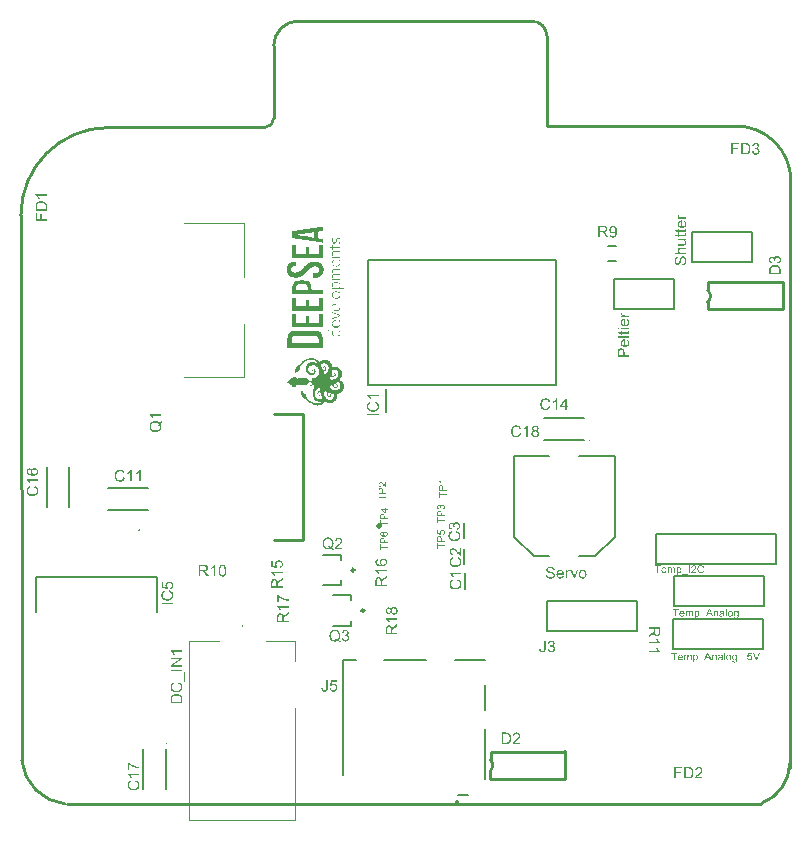
<source format=gto>
G04*
G04 #@! TF.GenerationSoftware,Altium Limited,Altium Designer,19.0.11 (319)*
G04*
G04 Layer_Color=65535*
%FSLAX24Y24*%
%MOIN*%
G70*
G01*
G75*
%ADD10C,0.0100*%
%ADD11C,0.0039*%
%ADD12C,0.0098*%
%ADD13C,0.0079*%
%ADD14C,0.0049*%
G36*
X10919Y18914D02*
X10956D01*
Y18896D01*
X10974D01*
Y18750D01*
X10956D01*
Y18732D01*
X10938D01*
Y18769D01*
X10956D01*
Y18878D01*
X10938D01*
Y18896D01*
X10865D01*
Y18860D01*
X10847D01*
Y18787D01*
X10828D01*
Y18750D01*
X10792D01*
Y18732D01*
X10737D01*
Y18750D01*
X10719D01*
Y18769D01*
X10701D01*
Y18823D01*
X10683D01*
Y18860D01*
X10701D01*
Y18914D01*
X10737D01*
Y18896D01*
X10719D01*
Y18787D01*
X10737D01*
Y18769D01*
X10792D01*
Y18787D01*
X10810D01*
Y18823D01*
X10828D01*
Y18896D01*
X10847D01*
Y18914D01*
X10865D01*
Y18932D01*
X10919D01*
Y18914D01*
D02*
G37*
G36*
X10392Y19151D02*
X10264D01*
Y19133D01*
X10210D01*
Y18914D01*
X10246D01*
Y18896D01*
X10392D01*
Y18750D01*
X10374D01*
Y18769D01*
X10264D01*
Y18787D01*
X10155D01*
Y18805D01*
X10046D01*
Y18823D01*
X9919D01*
Y18841D01*
X9810D01*
Y18860D01*
X9700D01*
Y18878D01*
X9591D01*
Y18896D01*
X9464D01*
Y18914D01*
X9373D01*
Y19151D01*
X9518D01*
Y19169D01*
X9628D01*
Y19187D01*
X9737D01*
Y19205D01*
X9846D01*
Y19224D01*
X9973D01*
Y19242D01*
X10082D01*
Y19260D01*
X10192D01*
Y19278D01*
X10301D01*
Y19296D01*
X10392D01*
Y19151D01*
D02*
G37*
G36*
X10974Y18605D02*
X10956D01*
Y18587D01*
X10919D01*
Y18569D01*
X10719D01*
Y18532D01*
X10701D01*
Y18569D01*
X10610D01*
Y18605D01*
X10701D01*
Y18696D01*
X10719D01*
Y18605D01*
X10938D01*
Y18623D01*
X10956D01*
Y18696D01*
X10974D01*
Y18605D01*
D02*
G37*
G36*
X10392Y18241D02*
X10374D01*
Y18259D01*
X9391D01*
Y18241D01*
X9373D01*
Y18678D01*
X9500D01*
Y18387D01*
X9810D01*
Y18623D01*
X9937D01*
Y18387D01*
X10264D01*
Y18678D01*
X10392D01*
Y18241D01*
D02*
G37*
G36*
X10974Y18441D02*
X10737D01*
Y18423D01*
X10719D01*
Y18332D01*
X10737D01*
Y18296D01*
X10974D01*
Y18259D01*
X10701D01*
Y18296D01*
X10719D01*
Y18332D01*
X10701D01*
Y18368D01*
X10683D01*
Y18423D01*
X10701D01*
Y18459D01*
X10737D01*
Y18478D01*
X10974D01*
Y18441D01*
D02*
G37*
G36*
X10956Y18168D02*
X10974D01*
Y18023D01*
X10956D01*
Y18005D01*
X10938D01*
Y17986D01*
X10919D01*
Y17968D01*
X10865D01*
Y17950D01*
X10810D01*
Y17968D01*
X10756D01*
Y17986D01*
X10719D01*
Y18023D01*
X10737D01*
Y18005D01*
X10756D01*
Y17986D01*
X10810D01*
Y18168D01*
X10756D01*
Y18150D01*
X10737D01*
Y18132D01*
X10719D01*
Y18095D01*
X10701D01*
Y18059D01*
X10683D01*
Y18114D01*
X10701D01*
Y18150D01*
X10719D01*
Y18168D01*
X10737D01*
Y18186D01*
X10828D01*
Y17986D01*
X10901D01*
Y18005D01*
X10919D01*
Y18023D01*
X10938D01*
Y18041D01*
X10956D01*
Y18150D01*
X10938D01*
Y18186D01*
X10956D01*
Y18168D01*
D02*
G37*
G36*
X10974Y17859D02*
X10737D01*
Y17841D01*
X10719D01*
Y17750D01*
X10701D01*
Y17786D01*
X10683D01*
Y17823D01*
X10701D01*
Y17859D01*
X10719D01*
Y17877D01*
X10956D01*
Y17895D01*
X10974D01*
Y17859D01*
D02*
G37*
G36*
X10192Y18114D02*
X10264D01*
Y18095D01*
X10301D01*
Y18077D01*
X10319D01*
Y18059D01*
X10337D01*
Y18041D01*
X10355D01*
Y18023D01*
X10374D01*
Y17986D01*
X10392D01*
Y17914D01*
X10410D01*
Y17804D01*
X10392D01*
Y17732D01*
X10374D01*
Y17695D01*
X10355D01*
Y17677D01*
X10337D01*
Y17659D01*
X10319D01*
Y17641D01*
X10301D01*
Y17622D01*
X10264D01*
Y17604D01*
X10210D01*
Y17586D01*
X10046D01*
Y17750D01*
X10210D01*
Y17768D01*
X10228D01*
Y17786D01*
X10246D01*
Y17914D01*
X10228D01*
Y17932D01*
X10210D01*
Y17950D01*
X10173D01*
Y17968D01*
X10082D01*
Y17950D01*
X10028D01*
Y17932D01*
X9991D01*
Y17914D01*
X9955D01*
Y17895D01*
X9937D01*
Y17877D01*
X9919D01*
Y17859D01*
X9900D01*
Y17841D01*
X9882D01*
Y17823D01*
X9864D01*
Y17804D01*
X9846D01*
Y17786D01*
X9828D01*
Y17768D01*
X9810D01*
Y17750D01*
X9791D01*
Y17732D01*
X9773D01*
Y17713D01*
X9755D01*
Y17695D01*
X9737D01*
Y17677D01*
X9719D01*
Y17659D01*
X9700D01*
Y17641D01*
X9664D01*
Y17622D01*
X9628D01*
Y17604D01*
X9555D01*
Y17586D01*
X9409D01*
Y17604D01*
X9336D01*
Y17622D01*
X9300D01*
Y17641D01*
X9264D01*
Y17659D01*
X9245D01*
Y17677D01*
X9227D01*
Y17713D01*
X9209D01*
Y17750D01*
X9191D01*
Y17968D01*
X9209D01*
Y18005D01*
X9227D01*
Y18041D01*
X9245D01*
Y18059D01*
X9264D01*
Y18077D01*
X9300D01*
Y18095D01*
X9336D01*
Y18114D01*
X9391D01*
Y18132D01*
X9500D01*
Y17968D01*
X9391D01*
Y17950D01*
X9373D01*
Y17932D01*
X9355D01*
Y17914D01*
X9336D01*
Y17804D01*
X9355D01*
Y17786D01*
X9373D01*
Y17768D01*
X9427D01*
Y17750D01*
X9500D01*
Y17768D01*
X9555D01*
Y17786D01*
X9591D01*
Y17804D01*
X9628D01*
Y17823D01*
X9646D01*
Y17841D01*
X9664D01*
Y17859D01*
X9682D01*
Y17877D01*
X9700D01*
Y17895D01*
X9719D01*
Y17914D01*
X9737D01*
Y17932D01*
X9755D01*
Y17950D01*
X9773D01*
Y17968D01*
X9791D01*
Y17986D01*
X9810D01*
Y18005D01*
X9828D01*
Y18023D01*
X9846D01*
Y18041D01*
X9864D01*
Y18059D01*
X9900D01*
Y18077D01*
X9919D01*
Y18095D01*
X9973D01*
Y18114D01*
X10028D01*
Y18132D01*
X10192D01*
Y18114D01*
D02*
G37*
G36*
X10756Y17713D02*
X10974D01*
Y17695D01*
X10756D01*
Y17677D01*
X10719D01*
Y17586D01*
X10737D01*
Y17550D01*
X10974D01*
Y17513D01*
X10701D01*
Y17550D01*
X10719D01*
Y17586D01*
X10701D01*
Y17622D01*
X10683D01*
Y17659D01*
X10701D01*
Y17695D01*
X10737D01*
Y17732D01*
X10756D01*
Y17713D01*
D02*
G37*
G36*
X10901Y17422D02*
X10938D01*
Y17404D01*
X10956D01*
Y17386D01*
X10974D01*
Y17277D01*
X10956D01*
Y17368D01*
X10938D01*
Y17386D01*
X10919D01*
Y17404D01*
X10883D01*
Y17422D01*
X10792D01*
Y17404D01*
X10737D01*
Y17386D01*
X10719D01*
Y17277D01*
X10737D01*
Y17259D01*
X10756D01*
Y17240D01*
X10938D01*
Y17277D01*
X10956D01*
Y17240D01*
X11083D01*
Y17222D01*
X10701D01*
Y17240D01*
X10719D01*
Y17277D01*
X10701D01*
Y17331D01*
X10683D01*
Y17368D01*
X10701D01*
Y17404D01*
X10719D01*
Y17422D01*
X10756D01*
Y17440D01*
X10901D01*
Y17422D01*
D02*
G37*
G36*
X9755Y17495D02*
X9882D01*
Y17477D01*
X9919D01*
Y17459D01*
X9937D01*
Y17440D01*
X9955D01*
Y17422D01*
X9973D01*
Y17386D01*
X9991D01*
Y17204D01*
X10010D01*
Y17186D01*
X10392D01*
Y17040D01*
X9373D01*
Y17331D01*
X9391D01*
Y17386D01*
X9409D01*
Y17422D01*
X9427D01*
Y17440D01*
X9446D01*
Y17459D01*
X9464D01*
Y17477D01*
X9500D01*
Y17495D01*
X9609D01*
Y17513D01*
X9755D01*
Y17495D01*
D02*
G37*
G36*
X10392Y16494D02*
X9373D01*
Y16931D01*
X9391D01*
Y16913D01*
X9482D01*
Y16931D01*
X9500D01*
Y16640D01*
X9810D01*
Y16858D01*
X9937D01*
Y16640D01*
X10264D01*
Y16931D01*
X10283D01*
Y16913D01*
X10374D01*
Y16931D01*
X10392D01*
Y16494D01*
D02*
G37*
G36*
X10865Y17131D02*
X10938D01*
Y17113D01*
X10956D01*
Y17077D01*
X10974D01*
Y16949D01*
X10956D01*
Y16931D01*
X10938D01*
Y16913D01*
X10883D01*
Y16895D01*
X10792D01*
Y16913D01*
X10737D01*
Y16931D01*
X10719D01*
Y16949D01*
X10701D01*
Y17004D01*
X10683D01*
Y17040D01*
X10701D01*
Y17095D01*
X10719D01*
Y17113D01*
X10737D01*
Y17131D01*
X10792D01*
Y17149D01*
X10865D01*
Y17131D01*
D02*
G37*
G36*
X10974Y16804D02*
X10574D01*
Y16822D01*
X10974D01*
Y16804D01*
D02*
G37*
G36*
X10719Y16640D02*
X10701D01*
Y16676D01*
X10719D01*
Y16640D01*
D02*
G37*
G36*
X10701Y16585D02*
X10683D01*
Y16640D01*
X10701D01*
Y16585D01*
D02*
G37*
G36*
X10828Y16513D02*
X10883D01*
Y16531D01*
X10919D01*
Y16549D01*
X10938D01*
Y16567D01*
X10956D01*
Y16695D01*
X10974D01*
Y16549D01*
X10956D01*
Y16531D01*
X10938D01*
Y16513D01*
X10919D01*
Y16494D01*
X10756D01*
Y16513D01*
X10737D01*
Y16531D01*
X10774D01*
Y16513D01*
X10810D01*
Y16695D01*
X10756D01*
Y16676D01*
X10719D01*
Y16695D01*
X10737D01*
Y16713D01*
X10810D01*
Y16731D01*
X10828D01*
Y16513D01*
D02*
G37*
G36*
X10392Y15949D02*
X9373D01*
Y16385D01*
X9391D01*
Y16367D01*
X9482D01*
Y16385D01*
X9500D01*
Y16094D01*
X9810D01*
Y16312D01*
X9937D01*
Y16094D01*
X10264D01*
Y16385D01*
X10283D01*
Y16367D01*
X10374D01*
Y16385D01*
X10392D01*
Y15949D01*
D02*
G37*
G36*
X10737Y16422D02*
X10792D01*
Y16403D01*
X10828D01*
Y16385D01*
X10883D01*
Y16367D01*
X10938D01*
Y16349D01*
X10974D01*
Y16312D01*
X10938D01*
Y16294D01*
X10901D01*
Y16276D01*
X10847D01*
Y16258D01*
X10792D01*
Y16240D01*
X10756D01*
Y16221D01*
X10701D01*
Y16240D01*
X10719D01*
Y16258D01*
X10774D01*
Y16276D01*
X10828D01*
Y16294D01*
X10883D01*
Y16312D01*
X10919D01*
Y16349D01*
X10865D01*
Y16367D01*
X10828D01*
Y16385D01*
X10774D01*
Y16403D01*
X10719D01*
Y16422D01*
X10701D01*
Y16440D01*
X10737D01*
Y16422D01*
D02*
G37*
G36*
X10956Y16149D02*
X10974D01*
Y16003D01*
X10956D01*
Y15967D01*
X10938D01*
Y15949D01*
X10901D01*
Y15930D01*
X10774D01*
Y15949D01*
X10737D01*
Y15967D01*
X10719D01*
Y15985D01*
X10701D01*
Y16040D01*
X10683D01*
Y16076D01*
X10701D01*
Y16040D01*
X10719D01*
Y16003D01*
X10737D01*
Y15985D01*
X10756D01*
Y15967D01*
X10810D01*
Y16149D01*
X10774D01*
Y16130D01*
X10737D01*
Y16112D01*
X10719D01*
Y16076D01*
X10701D01*
Y16130D01*
X10719D01*
Y16149D01*
X10756D01*
Y16167D01*
X10828D01*
Y15967D01*
X10919D01*
Y15985D01*
X10938D01*
Y16021D01*
X10956D01*
Y16130D01*
X10938D01*
Y16167D01*
X10956D01*
Y16149D01*
D02*
G37*
G36*
X10974Y15821D02*
X10956D01*
Y15839D01*
X10938D01*
Y15821D01*
X10956D01*
Y15785D01*
X10974D01*
Y15676D01*
X10956D01*
Y15657D01*
X10938D01*
Y15639D01*
X10756D01*
Y15657D01*
X10719D01*
Y15676D01*
X10701D01*
Y15730D01*
X10683D01*
Y15767D01*
X10701D01*
Y15821D01*
X10719D01*
Y15694D01*
X10737D01*
Y15676D01*
X10774D01*
Y15657D01*
X10901D01*
Y15676D01*
X10938D01*
Y15694D01*
X10956D01*
Y15785D01*
X10938D01*
Y15821D01*
X10919D01*
Y15839D01*
X10737D01*
Y15821D01*
X10719D01*
Y15839D01*
X10592D01*
Y15821D01*
X10574D01*
Y15858D01*
X10974D01*
Y15821D01*
D02*
G37*
G36*
X10192Y15803D02*
X10246D01*
Y15785D01*
X10283D01*
Y15767D01*
X10319D01*
Y15748D01*
X10337D01*
Y15712D01*
X10355D01*
Y15694D01*
X10374D01*
Y15621D01*
X10392D01*
Y15257D01*
X9191D01*
Y15585D01*
X9209D01*
Y15676D01*
X9227D01*
Y15712D01*
X9245D01*
Y15730D01*
X9264D01*
Y15748D01*
X9282D01*
Y15767D01*
X9300D01*
Y15785D01*
X9336D01*
Y15803D01*
X9409D01*
Y15821D01*
X10192D01*
Y15803D01*
D02*
G37*
G36*
X10082Y14893D02*
X10137D01*
Y14875D01*
X10173D01*
Y14857D01*
X10210D01*
Y14839D01*
X10228D01*
Y14821D01*
X10246D01*
Y14802D01*
X10264D01*
Y14784D01*
X10301D01*
Y14802D01*
X10319D01*
Y14821D01*
X10355D01*
Y14839D01*
X10410D01*
Y14857D01*
X10483D01*
Y14839D01*
X10555D01*
Y14821D01*
X10592D01*
Y14802D01*
X10610D01*
Y14784D01*
X10628D01*
Y14766D01*
X10646D01*
Y14748D01*
X10665D01*
Y14711D01*
X10683D01*
Y14657D01*
X10701D01*
Y14602D01*
X10792D01*
Y14620D01*
X10810D01*
Y14602D01*
X10883D01*
Y14584D01*
X10919D01*
Y14566D01*
X10938D01*
Y14548D01*
X10956D01*
Y14529D01*
X10974D01*
Y14511D01*
X10992D01*
Y14475D01*
X11010D01*
Y14420D01*
X11029D01*
Y14329D01*
X11010D01*
Y14275D01*
X10992D01*
Y14238D01*
X10974D01*
Y14202D01*
X10956D01*
Y14184D01*
X10974D01*
Y14166D01*
X10992D01*
Y14147D01*
X11029D01*
Y14129D01*
X11047D01*
Y14093D01*
X11065D01*
Y14056D01*
X11083D01*
Y13984D01*
X11101D01*
Y13965D01*
X11083D01*
Y13893D01*
X11065D01*
Y13838D01*
X11047D01*
Y13820D01*
X11029D01*
Y13802D01*
X11010D01*
Y13783D01*
X10992D01*
Y13765D01*
X10956D01*
Y13747D01*
X10919D01*
Y13729D01*
X10847D01*
Y13565D01*
X10828D01*
Y13529D01*
X10810D01*
Y13492D01*
X10792D01*
Y13474D01*
X10774D01*
Y13456D01*
X10756D01*
Y13438D01*
X10719D01*
Y13420D01*
X10665D01*
Y13401D01*
X10574D01*
Y13420D01*
X10519D01*
Y13438D01*
X10483D01*
Y13456D01*
X10446D01*
Y13438D01*
X10428D01*
Y13420D01*
X10410D01*
Y13401D01*
X10392D01*
Y13383D01*
X10355D01*
Y13365D01*
X10301D01*
Y13347D01*
X10210D01*
Y13329D01*
X10192D01*
Y13347D01*
X10101D01*
Y13365D01*
X10046D01*
Y13383D01*
X10010D01*
Y13401D01*
X9973D01*
Y13420D01*
X9937D01*
Y13438D01*
X9919D01*
Y13456D01*
X9900D01*
Y13474D01*
X9864D01*
Y13492D01*
X9846D01*
Y13511D01*
X9828D01*
Y13529D01*
X9810D01*
Y13565D01*
X9773D01*
Y13583D01*
X9737D01*
Y13601D01*
X9719D01*
Y13620D01*
X9700D01*
Y13638D01*
X9682D01*
Y13674D01*
X9664D01*
Y13765D01*
X9646D01*
Y13820D01*
X9682D01*
Y13802D01*
X9719D01*
Y13783D01*
X9737D01*
Y13765D01*
X9755D01*
Y13747D01*
X9773D01*
Y13729D01*
X9791D01*
Y13711D01*
X9810D01*
Y13656D01*
X9828D01*
Y13601D01*
X9846D01*
Y13583D01*
X9864D01*
Y13565D01*
X9882D01*
Y13547D01*
X9900D01*
Y13529D01*
X9919D01*
Y13511D01*
X9937D01*
Y13492D01*
X9955D01*
Y13474D01*
X9991D01*
Y13456D01*
X10010D01*
Y13438D01*
X10046D01*
Y13420D01*
X10101D01*
Y13401D01*
X10301D01*
Y13420D01*
X10319D01*
Y13456D01*
X10301D01*
Y13438D01*
X10264D01*
Y13456D01*
X10210D01*
Y13474D01*
X10173D01*
Y13492D01*
X10137D01*
Y13511D01*
X10119D01*
Y13529D01*
X10101D01*
Y13565D01*
X10082D01*
Y13601D01*
X10064D01*
Y13674D01*
X10046D01*
Y13820D01*
X10064D01*
Y13893D01*
X10082D01*
Y13947D01*
X10101D01*
Y13984D01*
X10082D01*
Y14002D01*
X10010D01*
Y14020D01*
X10028D01*
Y14093D01*
X9991D01*
Y14111D01*
X9919D01*
Y14075D01*
X9900D01*
Y14002D01*
X9882D01*
Y14038D01*
X9846D01*
Y14002D01*
X9609D01*
Y14020D01*
X9518D01*
Y14002D01*
X9500D01*
Y13984D01*
X9482D01*
Y13965D01*
X9464D01*
Y13947D01*
X9409D01*
Y13965D01*
X9373D01*
Y13984D01*
X9355D01*
Y14002D01*
X9318D01*
Y14020D01*
X9300D01*
Y14038D01*
X9264D01*
Y14056D01*
X9245D01*
Y14075D01*
X9209D01*
Y14093D01*
X9191D01*
Y14111D01*
X9209D01*
Y14129D01*
X9227D01*
Y14147D01*
X9245D01*
Y14166D01*
X9264D01*
Y14184D01*
X9300D01*
Y14202D01*
X9318D01*
Y14220D01*
X9336D01*
Y14238D01*
X9373D01*
Y14256D01*
X9391D01*
Y14275D01*
X9409D01*
Y14293D01*
X9446D01*
Y14275D01*
X9482D01*
Y14256D01*
X9500D01*
Y14238D01*
X9518D01*
Y14220D01*
X9573D01*
Y14238D01*
X9682D01*
Y14256D01*
X9828D01*
Y14238D01*
X9846D01*
Y14220D01*
X9882D01*
Y14238D01*
X9900D01*
Y14184D01*
X9919D01*
Y14147D01*
X9991D01*
Y14166D01*
X10028D01*
Y14238D01*
X10010D01*
Y14256D01*
X10046D01*
Y14238D01*
X10101D01*
Y14256D01*
X10155D01*
Y14275D01*
X10173D01*
Y14293D01*
X10192D01*
Y14311D01*
X10210D01*
Y14329D01*
X10228D01*
Y14366D01*
X10246D01*
Y14548D01*
X10228D01*
Y14584D01*
X10210D01*
Y14602D01*
X10192D01*
Y14620D01*
X10173D01*
Y14639D01*
X10155D01*
Y14657D01*
X10119D01*
Y14675D01*
X10010D01*
Y14657D01*
X9973D01*
Y14639D01*
X9937D01*
Y14620D01*
X9919D01*
Y14584D01*
X9900D01*
Y14493D01*
X9919D01*
Y14457D01*
X9937D01*
Y14438D01*
X9955D01*
Y14420D01*
X9991D01*
Y14402D01*
X10046D01*
Y14420D01*
X10082D01*
Y14438D01*
X10101D01*
Y14529D01*
X10082D01*
Y14548D01*
X10028D01*
Y14566D01*
X10101D01*
Y14548D01*
X10119D01*
Y14529D01*
X10137D01*
Y14493D01*
X10155D01*
Y14438D01*
X10137D01*
Y14402D01*
X10119D01*
Y14384D01*
X10101D01*
Y14366D01*
X10046D01*
Y14347D01*
X9991D01*
Y14366D01*
X9919D01*
Y14384D01*
X9900D01*
Y14402D01*
X9864D01*
Y14438D01*
X9846D01*
Y14457D01*
X9828D01*
Y14511D01*
X9810D01*
Y14602D01*
X9828D01*
Y14657D01*
X9846D01*
Y14675D01*
X9864D01*
Y14711D01*
X9882D01*
Y14730D01*
X9900D01*
Y14748D01*
X9937D01*
Y14766D01*
X9973D01*
Y14784D01*
X10119D01*
Y14766D01*
X10155D01*
Y14748D01*
X10192D01*
Y14784D01*
X10173D01*
Y14802D01*
X10155D01*
Y14821D01*
X10119D01*
Y14839D01*
X10082D01*
Y14857D01*
X9919D01*
Y14839D01*
X9864D01*
Y14821D01*
X9828D01*
Y14802D01*
X9791D01*
Y14784D01*
X9773D01*
Y14766D01*
X9737D01*
Y14748D01*
X9719D01*
Y14730D01*
X9700D01*
Y14711D01*
X9682D01*
Y14693D01*
X9664D01*
Y14675D01*
X9646D01*
Y14639D01*
X9628D01*
Y14566D01*
X9609D01*
Y14511D01*
X9591D01*
Y14493D01*
X9573D01*
Y14475D01*
X9555D01*
Y14457D01*
X9518D01*
Y14438D01*
X9482D01*
Y14420D01*
X9446D01*
Y14493D01*
X9464D01*
Y14548D01*
X9482D01*
Y14584D01*
X9500D01*
Y14602D01*
X9518D01*
Y14620D01*
X9537D01*
Y14639D01*
X9573D01*
Y14675D01*
X9591D01*
Y14693D01*
X9609D01*
Y14711D01*
X9628D01*
Y14730D01*
X9646D01*
Y14748D01*
X9664D01*
Y14766D01*
X9682D01*
Y14784D01*
X9700D01*
Y14802D01*
X9737D01*
Y14821D01*
X9755D01*
Y14839D01*
X9791D01*
Y14857D01*
X9810D01*
Y14875D01*
X9864D01*
Y14893D01*
X9919D01*
Y14911D01*
X10082D01*
Y14893D01*
D02*
G37*
G36*
X10028Y14511D02*
X10046D01*
Y14493D01*
X10010D01*
Y14548D01*
X10028D01*
Y14511D01*
D02*
G37*
G36*
X9919Y14238D02*
X9900D01*
Y14256D01*
X9919D01*
Y14238D01*
D02*
G37*
G36*
X9991Y14202D02*
X9973D01*
Y14184D01*
X9955D01*
Y14202D01*
X9937D01*
Y14220D01*
X9991D01*
Y14202D01*
D02*
G37*
G36*
X9973Y14056D02*
X9991D01*
Y14038D01*
X9937D01*
Y14056D01*
X9955D01*
Y14075D01*
X9973D01*
Y14056D01*
D02*
G37*
G36*
X10010Y13984D02*
X9973D01*
Y14002D01*
X10010D01*
Y13984D01*
D02*
G37*
G36*
X24825Y22086D02*
X24832Y22084D01*
X24841Y22083D01*
X24851Y22080D01*
X24861Y22077D01*
X24871Y22072D01*
X24872D01*
X24872Y22071D01*
X24876Y22070D01*
X24880Y22067D01*
X24886Y22063D01*
X24893Y22057D01*
X24900Y22051D01*
X24906Y22043D01*
X24912Y22035D01*
X24913Y22034D01*
X24914Y22031D01*
X24917Y22026D01*
X24919Y22021D01*
X24921Y22013D01*
X24924Y22005D01*
X24925Y21996D01*
X24926Y21986D01*
Y21985D01*
Y21982D01*
X24925Y21977D01*
X24924Y21971D01*
X24923Y21964D01*
X24920Y21957D01*
X24917Y21949D01*
X24913Y21941D01*
X24912Y21940D01*
X24910Y21938D01*
X24907Y21934D01*
X24903Y21929D01*
X24897Y21924D01*
X24890Y21919D01*
X24882Y21913D01*
X24873Y21908D01*
X24873D01*
X24875Y21908D01*
X24876D01*
X24879Y21907D01*
X24885Y21905D01*
X24892Y21901D01*
X24900Y21897D01*
X24909Y21891D01*
X24918Y21884D01*
X24925Y21876D01*
X24926Y21874D01*
X24928Y21871D01*
X24931Y21866D01*
X24935Y21859D01*
X24939Y21850D01*
X24942Y21839D01*
X24944Y21827D01*
X24945Y21813D01*
Y21813D01*
Y21811D01*
Y21809D01*
X24944Y21805D01*
X24944Y21801D01*
X24943Y21796D01*
X24942Y21790D01*
X24940Y21784D01*
X24936Y21771D01*
X24933Y21763D01*
X24929Y21756D01*
X24925Y21749D01*
X24920Y21742D01*
X24914Y21735D01*
X24908Y21728D01*
X24907Y21727D01*
X24906Y21726D01*
X24904Y21725D01*
X24901Y21723D01*
X24898Y21720D01*
X24893Y21717D01*
X24888Y21714D01*
X24883Y21711D01*
X24876Y21708D01*
X24869Y21705D01*
X24862Y21702D01*
X24854Y21699D01*
X24845Y21696D01*
X24835Y21695D01*
X24825Y21694D01*
X24815Y21694D01*
X24811D01*
X24807Y21694D01*
X24803Y21695D01*
X24798Y21695D01*
X24792Y21696D01*
X24786Y21697D01*
X24773Y21701D01*
X24759Y21706D01*
X24752Y21709D01*
X24745Y21713D01*
X24738Y21718D01*
X24732Y21723D01*
X24731Y21724D01*
X24731Y21725D01*
X24729Y21726D01*
X24727Y21729D01*
X24724Y21732D01*
X24721Y21736D01*
X24718Y21740D01*
X24715Y21744D01*
X24708Y21756D01*
X24702Y21770D01*
X24697Y21785D01*
X24695Y21793D01*
X24694Y21802D01*
X24741Y21808D01*
Y21808D01*
X24742Y21806D01*
Y21804D01*
X24743Y21802D01*
X24745Y21795D01*
X24748Y21786D01*
X24751Y21777D01*
X24756Y21767D01*
X24762Y21758D01*
X24768Y21750D01*
X24769Y21750D01*
X24772Y21747D01*
X24776Y21745D01*
X24782Y21742D01*
X24788Y21739D01*
X24796Y21736D01*
X24806Y21733D01*
X24815Y21733D01*
X24819D01*
X24821Y21733D01*
X24827Y21734D01*
X24835Y21736D01*
X24844Y21739D01*
X24854Y21742D01*
X24863Y21748D01*
X24872Y21756D01*
X24873Y21757D01*
X24875Y21760D01*
X24879Y21764D01*
X24883Y21771D01*
X24887Y21780D01*
X24891Y21790D01*
X24893Y21801D01*
X24894Y21813D01*
Y21813D01*
Y21814D01*
Y21816D01*
X24894Y21818D01*
X24893Y21824D01*
X24892Y21832D01*
X24889Y21840D01*
X24885Y21849D01*
X24880Y21858D01*
X24873Y21866D01*
X24872Y21867D01*
X24869Y21870D01*
X24865Y21873D01*
X24858Y21877D01*
X24851Y21881D01*
X24841Y21884D01*
X24831Y21886D01*
X24820Y21887D01*
X24814D01*
X24810Y21887D01*
X24806Y21886D01*
X24800Y21885D01*
X24793Y21884D01*
X24786Y21883D01*
X24792Y21924D01*
X24794D01*
X24797Y21923D01*
X24804D01*
X24810Y21924D01*
X24817Y21925D01*
X24825Y21927D01*
X24834Y21930D01*
X24844Y21933D01*
X24853Y21939D01*
X24854Y21939D01*
X24857Y21942D01*
X24861Y21946D01*
X24865Y21951D01*
X24870Y21957D01*
X24873Y21966D01*
X24876Y21976D01*
X24878Y21987D01*
Y21988D01*
Y21988D01*
Y21991D01*
X24876Y21996D01*
X24875Y22002D01*
X24873Y22009D01*
X24870Y22016D01*
X24866Y22024D01*
X24860Y22030D01*
X24859Y22031D01*
X24857Y22033D01*
X24853Y22036D01*
X24848Y22039D01*
X24841Y22042D01*
X24834Y22045D01*
X24825Y22047D01*
X24815Y22047D01*
X24810D01*
X24805Y22046D01*
X24799Y22045D01*
X24792Y22043D01*
X24784Y22040D01*
X24776Y22036D01*
X24769Y22030D01*
X24768Y22029D01*
X24766Y22027D01*
X24763Y22023D01*
X24759Y22017D01*
X24755Y22010D01*
X24752Y22001D01*
X24748Y21991D01*
X24746Y21978D01*
X24698Y21987D01*
Y21987D01*
X24699Y21989D01*
X24700Y21991D01*
X24700Y21994D01*
X24701Y21998D01*
X24703Y22003D01*
X24707Y22014D01*
X24711Y22025D01*
X24718Y22038D01*
X24727Y22049D01*
X24737Y22060D01*
X24738Y22060D01*
X24738Y22061D01*
X24740Y22062D01*
X24743Y22064D01*
X24746Y22066D01*
X24749Y22068D01*
X24758Y22073D01*
X24769Y22078D01*
X24783Y22082D01*
X24797Y22085D01*
X24806Y22086D01*
X24819D01*
X24825Y22086D01*
D02*
G37*
G36*
X24483Y22084D02*
X24493Y22083D01*
X24505Y22082D01*
X24516Y22080D01*
X24525Y22078D01*
X24526D01*
X24527Y22078D01*
X24528D01*
X24531Y22077D01*
X24537Y22075D01*
X24545Y22072D01*
X24553Y22069D01*
X24563Y22064D01*
X24572Y22058D01*
X24581Y22051D01*
X24582D01*
X24583Y22050D01*
X24587Y22046D01*
X24592Y22040D01*
X24598Y22033D01*
X24606Y22024D01*
X24614Y22012D01*
X24621Y22000D01*
X24627Y21985D01*
Y21984D01*
X24628Y21983D01*
X24628Y21981D01*
X24629Y21978D01*
X24631Y21974D01*
X24632Y21970D01*
X24634Y21964D01*
X24635Y21959D01*
X24636Y21952D01*
X24638Y21945D01*
X24640Y21930D01*
X24642Y21913D01*
X24642Y21894D01*
Y21894D01*
Y21892D01*
Y21890D01*
Y21887D01*
X24642Y21883D01*
Y21878D01*
X24641Y21868D01*
X24640Y21856D01*
X24638Y21843D01*
X24635Y21829D01*
X24632Y21816D01*
Y21816D01*
X24631Y21815D01*
X24631Y21813D01*
X24630Y21811D01*
X24628Y21805D01*
X24625Y21797D01*
X24621Y21788D01*
X24617Y21778D01*
X24611Y21769D01*
X24605Y21760D01*
X24605Y21759D01*
X24603Y21757D01*
X24600Y21753D01*
X24595Y21747D01*
X24590Y21742D01*
X24584Y21736D01*
X24577Y21730D01*
X24570Y21725D01*
X24570Y21725D01*
X24567Y21723D01*
X24563Y21721D01*
X24558Y21718D01*
X24551Y21715D01*
X24543Y21712D01*
X24535Y21709D01*
X24525Y21706D01*
X24524D01*
X24520Y21705D01*
X24515Y21705D01*
X24507Y21704D01*
X24498Y21702D01*
X24488Y21701D01*
X24476Y21701D01*
X24463Y21700D01*
X24325D01*
Y22084D01*
X24473D01*
X24483Y22084D01*
D02*
G37*
G36*
X24259Y22039D02*
X24051D01*
Y21919D01*
X24231D01*
Y21874D01*
X24051D01*
Y21700D01*
X24000D01*
Y22084D01*
X24259D01*
Y22039D01*
D02*
G37*
G36*
X22930Y1286D02*
X22934Y1285D01*
X22939Y1284D01*
X22945Y1284D01*
X22952Y1282D01*
X22966Y1278D01*
X22980Y1273D01*
X22988Y1270D01*
X22995Y1266D01*
X23001Y1260D01*
X23008Y1255D01*
X23009Y1255D01*
X23009Y1254D01*
X23011Y1252D01*
X23013Y1250D01*
X23016Y1246D01*
X23018Y1243D01*
X23024Y1234D01*
X23030Y1223D01*
X23035Y1210D01*
X23040Y1195D01*
X23040Y1187D01*
X23041Y1179D01*
Y1178D01*
Y1175D01*
X23040Y1170D01*
X23040Y1164D01*
X23038Y1157D01*
X23037Y1150D01*
X23034Y1142D01*
X23031Y1133D01*
X23030Y1132D01*
X23029Y1129D01*
X23027Y1125D01*
X23023Y1119D01*
X23019Y1112D01*
X23014Y1104D01*
X23007Y1096D01*
X22999Y1087D01*
X22998Y1085D01*
X22995Y1082D01*
X22990Y1077D01*
X22986Y1073D01*
X22982Y1069D01*
X22977Y1064D01*
X22972Y1059D01*
X22966Y1054D01*
X22959Y1047D01*
X22952Y1041D01*
X22944Y1034D01*
X22936Y1027D01*
X22927Y1019D01*
X22926Y1018D01*
X22925Y1017D01*
X22923Y1015D01*
X22920Y1013D01*
X22913Y1007D01*
X22904Y999D01*
X22895Y991D01*
X22886Y983D01*
X22878Y976D01*
X22875Y973D01*
X22872Y970D01*
X22872Y970D01*
X22870Y968D01*
X22868Y966D01*
X22865Y962D01*
X22859Y954D01*
X22852Y945D01*
X23041D01*
Y900D01*
X22787D01*
Y901D01*
Y903D01*
Y906D01*
X22787Y911D01*
X22788Y915D01*
X22789Y920D01*
X22790Y926D01*
X22792Y932D01*
Y933D01*
X22793Y933D01*
X22794Y937D01*
X22796Y942D01*
X22800Y949D01*
X22804Y956D01*
X22810Y965D01*
X22815Y974D01*
X22823Y983D01*
Y984D01*
X22824Y984D01*
X22827Y988D01*
X22832Y993D01*
X22839Y1000D01*
X22848Y1008D01*
X22858Y1018D01*
X22871Y1029D01*
X22885Y1042D01*
X22886Y1042D01*
X22888Y1044D01*
X22891Y1046D01*
X22895Y1050D01*
X22900Y1054D01*
X22906Y1060D01*
X22919Y1071D01*
X22933Y1084D01*
X22947Y1098D01*
X22954Y1104D01*
X22960Y1111D01*
X22965Y1117D01*
X22970Y1123D01*
Y1123D01*
X22971Y1124D01*
X22972Y1126D01*
X22973Y1128D01*
X22977Y1134D01*
X22981Y1142D01*
X22985Y1150D01*
X22989Y1160D01*
X22991Y1170D01*
X22992Y1180D01*
Y1181D01*
Y1181D01*
X22992Y1185D01*
X22991Y1190D01*
X22990Y1197D01*
X22987Y1204D01*
X22983Y1212D01*
X22979Y1220D01*
X22972Y1228D01*
X22970Y1228D01*
X22968Y1231D01*
X22963Y1233D01*
X22958Y1238D01*
X22950Y1241D01*
X22941Y1244D01*
X22931Y1246D01*
X22919Y1247D01*
X22915D01*
X22913Y1246D01*
X22907Y1246D01*
X22900Y1245D01*
X22891Y1242D01*
X22882Y1238D01*
X22873Y1233D01*
X22865Y1226D01*
X22864Y1225D01*
X22862Y1222D01*
X22858Y1218D01*
X22855Y1211D01*
X22851Y1203D01*
X22848Y1194D01*
X22845Y1183D01*
X22844Y1170D01*
X22796Y1175D01*
Y1176D01*
Y1177D01*
X22796Y1180D01*
X22797Y1184D01*
X22798Y1188D01*
X22798Y1194D01*
X22802Y1205D01*
X22807Y1219D01*
X22813Y1232D01*
X22822Y1246D01*
X22827Y1252D01*
X22832Y1257D01*
X22833Y1258D01*
X22834Y1259D01*
X22836Y1260D01*
X22838Y1262D01*
X22842Y1264D01*
X22846Y1267D01*
X22851Y1269D01*
X22856Y1272D01*
X22862Y1274D01*
X22868Y1277D01*
X22876Y1280D01*
X22883Y1281D01*
X22901Y1285D01*
X22910Y1286D01*
X22920Y1286D01*
X22925D01*
X22930Y1286D01*
D02*
G37*
G36*
X22583Y1284D02*
X22593Y1283D01*
X22605Y1282D01*
X22616Y1280D01*
X22625Y1278D01*
X22626D01*
X22627Y1278D01*
X22628D01*
X22631Y1277D01*
X22637Y1275D01*
X22645Y1272D01*
X22653Y1269D01*
X22663Y1264D01*
X22672Y1258D01*
X22681Y1251D01*
X22682D01*
X22683Y1250D01*
X22687Y1246D01*
X22692Y1240D01*
X22698Y1233D01*
X22706Y1223D01*
X22714Y1212D01*
X22721Y1200D01*
X22727Y1185D01*
Y1184D01*
X22728Y1183D01*
X22728Y1181D01*
X22729Y1178D01*
X22731Y1174D01*
X22732Y1170D01*
X22734Y1164D01*
X22735Y1159D01*
X22736Y1152D01*
X22738Y1145D01*
X22740Y1130D01*
X22742Y1113D01*
X22742Y1094D01*
Y1094D01*
Y1092D01*
Y1090D01*
Y1087D01*
X22742Y1083D01*
Y1078D01*
X22741Y1068D01*
X22740Y1056D01*
X22738Y1043D01*
X22735Y1029D01*
X22732Y1016D01*
Y1016D01*
X22731Y1015D01*
X22731Y1013D01*
X22730Y1011D01*
X22728Y1005D01*
X22725Y997D01*
X22721Y988D01*
X22717Y978D01*
X22711Y969D01*
X22705Y960D01*
X22705Y959D01*
X22703Y957D01*
X22700Y953D01*
X22695Y947D01*
X22690Y942D01*
X22684Y936D01*
X22677Y930D01*
X22670Y925D01*
X22670Y925D01*
X22667Y923D01*
X22663Y921D01*
X22658Y918D01*
X22651Y915D01*
X22643Y912D01*
X22635Y909D01*
X22625Y906D01*
X22624D01*
X22620Y905D01*
X22615Y905D01*
X22607Y904D01*
X22598Y902D01*
X22588Y901D01*
X22576Y901D01*
X22563Y900D01*
X22425D01*
Y1284D01*
X22573D01*
X22583Y1284D01*
D02*
G37*
G36*
X22359Y1239D02*
X22151D01*
Y1119D01*
X22331D01*
Y1074D01*
X22151D01*
Y900D01*
X22100D01*
Y1284D01*
X22359D01*
Y1239D01*
D02*
G37*
G36*
X1194Y20323D02*
X893D01*
X894Y20322D01*
X896Y20320D01*
X899Y20316D01*
X903Y20311D01*
X908Y20304D01*
X913Y20297D01*
X920Y20288D01*
X926Y20278D01*
Y20277D01*
X926Y20277D01*
X929Y20273D01*
X932Y20268D01*
X935Y20262D01*
X939Y20254D01*
X943Y20246D01*
X947Y20237D01*
X950Y20229D01*
X904D01*
Y20229D01*
X904Y20231D01*
X902Y20233D01*
X901Y20235D01*
X899Y20239D01*
X897Y20243D01*
X892Y20252D01*
X885Y20263D01*
X878Y20274D01*
X869Y20286D01*
X860Y20297D01*
X859Y20298D01*
X859Y20298D01*
X855Y20302D01*
X850Y20307D01*
X843Y20314D01*
X835Y20321D01*
X826Y20328D01*
X817Y20334D01*
X808Y20339D01*
Y20370D01*
X1194D01*
Y20323D01*
D02*
G37*
G36*
X1011Y20141D02*
X1015D01*
X1026Y20141D01*
X1038Y20139D01*
X1051Y20137D01*
X1064Y20135D01*
X1077Y20131D01*
X1078D01*
X1079Y20131D01*
X1081Y20130D01*
X1083Y20129D01*
X1089Y20127D01*
X1097Y20124D01*
X1106Y20121D01*
X1115Y20116D01*
X1125Y20111D01*
X1133Y20105D01*
X1135Y20104D01*
X1137Y20102D01*
X1141Y20099D01*
X1146Y20094D01*
X1152Y20090D01*
X1157Y20083D01*
X1163Y20077D01*
X1169Y20070D01*
X1169Y20069D01*
X1170Y20066D01*
X1173Y20062D01*
X1176Y20057D01*
X1178Y20050D01*
X1181Y20043D01*
X1184Y20034D01*
X1187Y20024D01*
Y20023D01*
X1188Y20019D01*
X1189Y20014D01*
X1190Y20007D01*
X1191Y19998D01*
X1193Y19987D01*
X1193Y19976D01*
X1194Y19963D01*
Y19825D01*
X809D01*
Y19972D01*
X810Y19982D01*
X811Y19993D01*
X812Y20004D01*
X813Y20015D01*
X815Y20025D01*
Y20025D01*
X816Y20026D01*
Y20028D01*
X817Y20030D01*
X819Y20036D01*
X822Y20044D01*
X825Y20053D01*
X830Y20062D01*
X836Y20071D01*
X843Y20081D01*
Y20081D01*
X844Y20082D01*
X847Y20086D01*
X853Y20091D01*
X861Y20098D01*
X870Y20105D01*
X881Y20113D01*
X894Y20120D01*
X909Y20126D01*
X909D01*
X911Y20127D01*
X913Y20128D01*
X916Y20129D01*
X919Y20130D01*
X924Y20131D01*
X929Y20133D01*
X935Y20134D01*
X942Y20135D01*
X949Y20137D01*
X964Y20139D01*
X981Y20141D01*
X999Y20142D01*
X1000D01*
X1001D01*
X1004D01*
X1007D01*
X1011Y20141D01*
D02*
G37*
G36*
X854Y19550D02*
X974D01*
Y19730D01*
X1019D01*
Y19550D01*
X1194D01*
Y19499D01*
X809D01*
Y19759D01*
X854D01*
Y19550D01*
D02*
G37*
G36*
X25545Y18319D02*
X25549Y18318D01*
X25554Y18318D01*
X25560Y18317D01*
X25566Y18315D01*
X25579Y18311D01*
X25587Y18308D01*
X25594Y18304D01*
X25601Y18300D01*
X25608Y18295D01*
X25615Y18289D01*
X25622Y18283D01*
X25623Y18282D01*
X25624Y18281D01*
X25625Y18279D01*
X25627Y18276D01*
X25630Y18273D01*
X25633Y18268D01*
X25636Y18263D01*
X25639Y18258D01*
X25642Y18251D01*
X25645Y18244D01*
X25648Y18236D01*
X25651Y18228D01*
X25654Y18219D01*
X25655Y18210D01*
X25656Y18200D01*
X25656Y18190D01*
Y18186D01*
X25656Y18182D01*
X25655Y18177D01*
X25655Y18173D01*
X25654Y18167D01*
X25653Y18161D01*
X25649Y18148D01*
X25644Y18133D01*
X25641Y18126D01*
X25637Y18120D01*
X25632Y18113D01*
X25627Y18107D01*
X25626Y18106D01*
X25625Y18105D01*
X25624Y18104D01*
X25621Y18101D01*
X25618Y18099D01*
X25614Y18096D01*
X25610Y18093D01*
X25606Y18090D01*
X25594Y18083D01*
X25580Y18077D01*
X25565Y18071D01*
X25557Y18070D01*
X25548Y18069D01*
X25542Y18116D01*
X25542D01*
X25544Y18117D01*
X25546D01*
X25548Y18118D01*
X25555Y18119D01*
X25564Y18122D01*
X25573Y18126D01*
X25583Y18131D01*
X25592Y18136D01*
X25600Y18143D01*
X25600Y18144D01*
X25603Y18146D01*
X25605Y18150D01*
X25608Y18156D01*
X25611Y18163D01*
X25614Y18171D01*
X25617Y18180D01*
X25617Y18190D01*
Y18194D01*
X25617Y18196D01*
X25616Y18202D01*
X25614Y18210D01*
X25611Y18219D01*
X25608Y18228D01*
X25602Y18238D01*
X25594Y18246D01*
X25593Y18248D01*
X25590Y18250D01*
X25586Y18253D01*
X25579Y18258D01*
X25570Y18262D01*
X25561Y18266D01*
X25549Y18268D01*
X25537Y18269D01*
X25537D01*
X25536D01*
X25534D01*
X25532Y18269D01*
X25526Y18268D01*
X25518Y18266D01*
X25510Y18264D01*
X25501Y18260D01*
X25492Y18255D01*
X25484Y18248D01*
X25483Y18246D01*
X25480Y18244D01*
X25477Y18239D01*
X25473Y18233D01*
X25469Y18225D01*
X25466Y18216D01*
X25464Y18206D01*
X25463Y18194D01*
Y18189D01*
X25463Y18185D01*
X25464Y18180D01*
X25465Y18174D01*
X25466Y18168D01*
X25467Y18161D01*
X25426Y18166D01*
Y18169D01*
X25427Y18172D01*
Y18179D01*
X25426Y18184D01*
X25425Y18192D01*
X25423Y18200D01*
X25420Y18209D01*
X25417Y18218D01*
X25411Y18228D01*
X25411Y18229D01*
X25408Y18232D01*
X25404Y18235D01*
X25399Y18240D01*
X25393Y18245D01*
X25384Y18248D01*
X25374Y18251D01*
X25363Y18252D01*
X25362D01*
X25362D01*
X25359D01*
X25354Y18251D01*
X25348Y18250D01*
X25341Y18248D01*
X25334Y18245D01*
X25326Y18241D01*
X25320Y18235D01*
X25319Y18234D01*
X25317Y18232D01*
X25314Y18228D01*
X25311Y18222D01*
X25308Y18216D01*
X25305Y18208D01*
X25303Y18200D01*
X25303Y18190D01*
Y18185D01*
X25304Y18180D01*
X25305Y18174D01*
X25307Y18166D01*
X25310Y18159D01*
X25314Y18151D01*
X25320Y18143D01*
X25321Y18143D01*
X25323Y18141D01*
X25327Y18138D01*
X25333Y18134D01*
X25340Y18130D01*
X25349Y18126D01*
X25359Y18123D01*
X25372Y18121D01*
X25363Y18073D01*
X25363D01*
X25361Y18074D01*
X25359Y18074D01*
X25356Y18075D01*
X25352Y18076D01*
X25347Y18077D01*
X25336Y18081D01*
X25325Y18086D01*
X25312Y18093D01*
X25301Y18101D01*
X25290Y18112D01*
X25290Y18112D01*
X25289Y18113D01*
X25288Y18115D01*
X25286Y18118D01*
X25284Y18121D01*
X25282Y18124D01*
X25277Y18133D01*
X25272Y18144D01*
X25268Y18157D01*
X25265Y18172D01*
X25264Y18180D01*
Y18194D01*
X25264Y18200D01*
X25266Y18207D01*
X25267Y18216D01*
X25270Y18226D01*
X25273Y18236D01*
X25278Y18246D01*
Y18246D01*
X25279Y18247D01*
X25280Y18250D01*
X25283Y18255D01*
X25287Y18261D01*
X25293Y18267D01*
X25299Y18274D01*
X25307Y18281D01*
X25315Y18287D01*
X25316Y18287D01*
X25319Y18289D01*
X25324Y18291D01*
X25329Y18294D01*
X25337Y18296D01*
X25345Y18298D01*
X25354Y18300D01*
X25364Y18301D01*
X25365D01*
X25368D01*
X25373Y18300D01*
X25379Y18299D01*
X25386Y18297D01*
X25393Y18295D01*
X25401Y18292D01*
X25409Y18287D01*
X25410Y18287D01*
X25412Y18285D01*
X25416Y18281D01*
X25421Y18277D01*
X25426Y18272D01*
X25431Y18265D01*
X25437Y18257D01*
X25442Y18248D01*
Y18248D01*
X25442Y18249D01*
Y18251D01*
X25443Y18253D01*
X25445Y18259D01*
X25449Y18267D01*
X25453Y18275D01*
X25459Y18284D01*
X25466Y18293D01*
X25475Y18300D01*
X25476Y18301D01*
X25479Y18303D01*
X25484Y18306D01*
X25491Y18310D01*
X25500Y18314D01*
X25511Y18317D01*
X25523Y18319D01*
X25537Y18320D01*
X25537D01*
X25539D01*
X25541D01*
X25545Y18319D01*
D02*
G37*
G36*
X25467Y18016D02*
X25472D01*
X25482Y18016D01*
X25494Y18015D01*
X25507Y18012D01*
X25521Y18010D01*
X25534Y18007D01*
X25534D01*
X25535Y18006D01*
X25537Y18005D01*
X25539Y18005D01*
X25545Y18002D01*
X25553Y18000D01*
X25562Y17996D01*
X25572Y17991D01*
X25581Y17986D01*
X25590Y17980D01*
X25591Y17980D01*
X25593Y17977D01*
X25597Y17974D01*
X25603Y17970D01*
X25608Y17965D01*
X25614Y17959D01*
X25620Y17952D01*
X25625Y17945D01*
X25625Y17945D01*
X25627Y17942D01*
X25629Y17938D01*
X25632Y17932D01*
X25635Y17926D01*
X25638Y17918D01*
X25641Y17909D01*
X25644Y17899D01*
Y17898D01*
X25645Y17895D01*
X25645Y17890D01*
X25646Y17882D01*
X25648Y17873D01*
X25649Y17863D01*
X25649Y17851D01*
X25650Y17838D01*
Y17700D01*
X25266D01*
Y17847D01*
X25266Y17857D01*
X25267Y17868D01*
X25268Y17880D01*
X25270Y17891D01*
X25272Y17900D01*
Y17901D01*
X25272Y17902D01*
Y17903D01*
X25273Y17905D01*
X25275Y17912D01*
X25278Y17919D01*
X25281Y17928D01*
X25286Y17938D01*
X25292Y17947D01*
X25299Y17956D01*
Y17957D01*
X25300Y17957D01*
X25304Y17961D01*
X25310Y17967D01*
X25317Y17973D01*
X25326Y17981D01*
X25338Y17988D01*
X25350Y17995D01*
X25365Y18002D01*
X25366D01*
X25367Y18002D01*
X25369Y18003D01*
X25372Y18004D01*
X25376Y18005D01*
X25380Y18007D01*
X25386Y18008D01*
X25391Y18009D01*
X25398Y18011D01*
X25405Y18012D01*
X25420Y18015D01*
X25437Y18016D01*
X25456Y18017D01*
X25456D01*
X25458D01*
X25460D01*
X25463D01*
X25467Y18016D01*
D02*
G37*
G36*
X16854Y2436D02*
X16859Y2435D01*
X16864Y2434D01*
X16870Y2434D01*
X16876Y2432D01*
X16891Y2429D01*
X16905Y2423D01*
X16913Y2420D01*
X16920Y2416D01*
X16926Y2410D01*
X16933Y2405D01*
X16933Y2405D01*
X16934Y2404D01*
X16936Y2402D01*
X16938Y2400D01*
X16940Y2396D01*
X16943Y2393D01*
X16949Y2384D01*
X16955Y2373D01*
X16960Y2360D01*
X16964Y2345D01*
X16965Y2337D01*
X16965Y2329D01*
Y2328D01*
Y2325D01*
X16965Y2320D01*
X16964Y2314D01*
X16963Y2307D01*
X16961Y2300D01*
X16959Y2292D01*
X16955Y2283D01*
X16955Y2282D01*
X16954Y2279D01*
X16951Y2275D01*
X16948Y2269D01*
X16944Y2262D01*
X16939Y2254D01*
X16931Y2246D01*
X16924Y2237D01*
X16923Y2235D01*
X16920Y2232D01*
X16915Y2227D01*
X16911Y2223D01*
X16907Y2219D01*
X16902Y2214D01*
X16896Y2209D01*
X16891Y2204D01*
X16884Y2197D01*
X16877Y2191D01*
X16869Y2184D01*
X16861Y2177D01*
X16851Y2169D01*
X16851Y2168D01*
X16850Y2167D01*
X16847Y2165D01*
X16844Y2163D01*
X16837Y2157D01*
X16829Y2149D01*
X16820Y2141D01*
X16810Y2133D01*
X16803Y2126D01*
X16800Y2123D01*
X16797Y2120D01*
X16796Y2120D01*
X16795Y2118D01*
X16793Y2116D01*
X16790Y2112D01*
X16783Y2104D01*
X16777Y2095D01*
X16966D01*
Y2050D01*
X16712D01*
Y2051D01*
Y2053D01*
Y2056D01*
X16712Y2061D01*
X16713Y2065D01*
X16713Y2070D01*
X16715Y2076D01*
X16717Y2082D01*
Y2083D01*
X16717Y2083D01*
X16719Y2087D01*
X16721Y2092D01*
X16724Y2099D01*
X16729Y2106D01*
X16734Y2115D01*
X16740Y2124D01*
X16748Y2133D01*
Y2134D01*
X16749Y2134D01*
X16752Y2138D01*
X16757Y2143D01*
X16764Y2150D01*
X16772Y2158D01*
X16783Y2168D01*
X16796Y2179D01*
X16810Y2192D01*
X16810Y2192D01*
X16813Y2194D01*
X16816Y2196D01*
X16820Y2200D01*
X16825Y2204D01*
X16831Y2210D01*
X16844Y2221D01*
X16858Y2234D01*
X16872Y2248D01*
X16879Y2254D01*
X16885Y2261D01*
X16890Y2267D01*
X16895Y2273D01*
Y2273D01*
X16896Y2274D01*
X16897Y2276D01*
X16898Y2278D01*
X16902Y2284D01*
X16906Y2292D01*
X16910Y2300D01*
X16913Y2310D01*
X16916Y2320D01*
X16917Y2330D01*
Y2331D01*
Y2331D01*
X16916Y2335D01*
X16916Y2340D01*
X16915Y2347D01*
X16912Y2354D01*
X16908Y2362D01*
X16903Y2370D01*
X16896Y2378D01*
X16895Y2378D01*
X16893Y2381D01*
X16888Y2383D01*
X16882Y2388D01*
X16875Y2391D01*
X16866Y2394D01*
X16855Y2396D01*
X16844Y2397D01*
X16840D01*
X16838Y2396D01*
X16832Y2396D01*
X16824Y2395D01*
X16816Y2392D01*
X16806Y2388D01*
X16798Y2383D01*
X16789Y2376D01*
X16789Y2375D01*
X16786Y2372D01*
X16783Y2368D01*
X16779Y2361D01*
X16775Y2353D01*
X16772Y2344D01*
X16770Y2333D01*
X16769Y2320D01*
X16720Y2325D01*
Y2326D01*
Y2327D01*
X16721Y2330D01*
X16721Y2334D01*
X16723Y2338D01*
X16723Y2344D01*
X16727Y2355D01*
X16731Y2369D01*
X16738Y2382D01*
X16747Y2396D01*
X16751Y2402D01*
X16757Y2407D01*
X16758Y2408D01*
X16759Y2409D01*
X16761Y2410D01*
X16763Y2412D01*
X16767Y2414D01*
X16771Y2417D01*
X16775Y2419D01*
X16781Y2422D01*
X16786Y2424D01*
X16793Y2427D01*
X16800Y2430D01*
X16808Y2431D01*
X16826Y2435D01*
X16835Y2436D01*
X16845Y2436D01*
X16850D01*
X16854Y2436D01*
D02*
G37*
G36*
X16507Y2434D02*
X16518Y2433D01*
X16530Y2432D01*
X16541Y2430D01*
X16550Y2429D01*
X16551D01*
X16552Y2428D01*
X16553D01*
X16555Y2427D01*
X16562Y2425D01*
X16569Y2422D01*
X16578Y2419D01*
X16588Y2414D01*
X16597Y2408D01*
X16606Y2401D01*
X16607D01*
X16607Y2400D01*
X16611Y2396D01*
X16617Y2390D01*
X16623Y2383D01*
X16631Y2374D01*
X16638Y2362D01*
X16645Y2350D01*
X16652Y2335D01*
Y2334D01*
X16652Y2333D01*
X16653Y2331D01*
X16654Y2328D01*
X16655Y2324D01*
X16657Y2320D01*
X16658Y2314D01*
X16659Y2309D01*
X16661Y2302D01*
X16662Y2295D01*
X16665Y2280D01*
X16666Y2263D01*
X16667Y2244D01*
Y2244D01*
Y2242D01*
Y2240D01*
Y2237D01*
X16666Y2233D01*
Y2228D01*
X16666Y2218D01*
X16665Y2206D01*
X16662Y2193D01*
X16660Y2179D01*
X16657Y2166D01*
Y2166D01*
X16656Y2165D01*
X16655Y2163D01*
X16655Y2161D01*
X16652Y2155D01*
X16650Y2147D01*
X16646Y2138D01*
X16641Y2128D01*
X16636Y2119D01*
X16630Y2110D01*
X16630Y2109D01*
X16627Y2107D01*
X16624Y2103D01*
X16620Y2097D01*
X16615Y2092D01*
X16609Y2086D01*
X16602Y2080D01*
X16595Y2075D01*
X16595Y2075D01*
X16592Y2073D01*
X16588Y2071D01*
X16582Y2068D01*
X16576Y2065D01*
X16568Y2062D01*
X16559Y2059D01*
X16549Y2056D01*
X16548D01*
X16545Y2055D01*
X16540Y2055D01*
X16532Y2054D01*
X16523Y2052D01*
X16513Y2051D01*
X16501Y2051D01*
X16488Y2050D01*
X16350D01*
Y2434D01*
X16497D01*
X16507Y2434D01*
D02*
G37*
G36*
X12770Y6618D02*
X12774Y6617D01*
X12779Y6617D01*
X12791Y6614D01*
X12804Y6610D01*
X12811Y6607D01*
X12818Y6604D01*
X12825Y6600D01*
X12832Y6595D01*
X12838Y6590D01*
X12845Y6583D01*
X12845Y6583D01*
X12846Y6582D01*
X12848Y6580D01*
X12850Y6577D01*
X12852Y6573D01*
X12855Y6569D01*
X12858Y6565D01*
X12861Y6559D01*
X12865Y6552D01*
X12867Y6545D01*
X12870Y6538D01*
X12873Y6530D01*
X12875Y6521D01*
X12877Y6512D01*
X12877Y6502D01*
X12878Y6492D01*
Y6486D01*
X12877Y6482D01*
X12877Y6477D01*
X12876Y6472D01*
X12875Y6466D01*
X12874Y6459D01*
X12870Y6444D01*
X12867Y6437D01*
X12864Y6429D01*
X12860Y6421D01*
X12856Y6414D01*
X12850Y6407D01*
X12845Y6400D01*
X12844Y6399D01*
X12843Y6398D01*
X12841Y6397D01*
X12839Y6394D01*
X12835Y6391D01*
X12831Y6389D01*
X12826Y6386D01*
X12821Y6383D01*
X12815Y6379D01*
X12809Y6376D01*
X12795Y6370D01*
X12787Y6368D01*
X12779Y6367D01*
X12770Y6366D01*
X12760Y6365D01*
X12760D01*
X12759D01*
X12757D01*
X12754Y6366D01*
X12751D01*
X12747Y6366D01*
X12739Y6367D01*
X12729Y6370D01*
X12718Y6373D01*
X12708Y6377D01*
X12698Y6384D01*
X12697D01*
X12697Y6385D01*
X12694Y6387D01*
X12689Y6392D01*
X12684Y6398D01*
X12678Y6406D01*
X12672Y6415D01*
X12667Y6426D01*
X12663Y6438D01*
Y6438D01*
X12662Y6437D01*
X12661Y6434D01*
X12658Y6428D01*
X12655Y6422D01*
X12650Y6414D01*
X12645Y6407D01*
X12639Y6400D01*
X12632Y6394D01*
X12631Y6394D01*
X12629Y6392D01*
X12625Y6390D01*
X12619Y6387D01*
X12612Y6385D01*
X12604Y6383D01*
X12595Y6381D01*
X12585Y6380D01*
X12584D01*
X12583D01*
X12581D01*
X12578Y6381D01*
X12574Y6382D01*
X12570Y6382D01*
X12560Y6384D01*
X12549Y6387D01*
X12537Y6393D01*
X12531Y6396D01*
X12525Y6400D01*
X12519Y6405D01*
X12514Y6410D01*
X12514Y6411D01*
X12513Y6411D01*
X12511Y6413D01*
X12509Y6415D01*
X12508Y6419D01*
X12505Y6422D01*
X12502Y6427D01*
X12499Y6432D01*
X12494Y6443D01*
X12490Y6457D01*
X12487Y6473D01*
X12486Y6481D01*
X12485Y6490D01*
Y6495D01*
X12486Y6499D01*
Y6503D01*
X12487Y6508D01*
X12489Y6520D01*
X12492Y6532D01*
X12498Y6546D01*
X12501Y6553D01*
X12505Y6559D01*
X12509Y6566D01*
X12515Y6572D01*
X12515Y6572D01*
X12516Y6573D01*
X12518Y6575D01*
X12520Y6576D01*
X12523Y6579D01*
X12526Y6582D01*
X12535Y6587D01*
X12545Y6593D01*
X12557Y6598D01*
X12571Y6601D01*
X12578Y6602D01*
X12586Y6603D01*
X12587D01*
X12591D01*
X12595Y6602D01*
X12602Y6601D01*
X12609Y6599D01*
X12617Y6597D01*
X12625Y6593D01*
X12633Y6589D01*
X12633Y6588D01*
X12636Y6586D01*
X12639Y6583D01*
X12644Y6578D01*
X12649Y6572D01*
X12653Y6565D01*
X12659Y6556D01*
X12663Y6546D01*
Y6546D01*
X12663Y6548D01*
X12664Y6549D01*
X12665Y6552D01*
X12668Y6558D01*
X12671Y6566D01*
X12677Y6575D01*
X12683Y6583D01*
X12691Y6592D01*
X12700Y6600D01*
X12701Y6600D01*
X12705Y6603D01*
X12710Y6606D01*
X12718Y6609D01*
X12726Y6613D01*
X12737Y6616D01*
X12749Y6618D01*
X12762Y6618D01*
X12762D01*
X12764D01*
X12766D01*
X12770Y6618D01*
D02*
G37*
G36*
X12872Y6198D02*
X12571D01*
X12571Y6197D01*
X12574Y6195D01*
X12577Y6191D01*
X12581Y6186D01*
X12586Y6179D01*
X12591Y6172D01*
X12598Y6163D01*
X12604Y6153D01*
Y6152D01*
X12604Y6152D01*
X12607Y6148D01*
X12609Y6143D01*
X12613Y6136D01*
X12617Y6129D01*
X12621Y6121D01*
X12625Y6112D01*
X12628Y6104D01*
X12582D01*
Y6104D01*
X12581Y6105D01*
X12580Y6108D01*
X12578Y6110D01*
X12577Y6114D01*
X12575Y6118D01*
X12570Y6127D01*
X12563Y6138D01*
X12556Y6149D01*
X12547Y6161D01*
X12537Y6172D01*
X12537Y6173D01*
X12536Y6173D01*
X12533Y6177D01*
X12528Y6182D01*
X12521Y6188D01*
X12513Y6195D01*
X12504Y6203D01*
X12495Y6209D01*
X12485Y6214D01*
Y6245D01*
X12872D01*
Y6198D01*
D02*
G37*
G36*
Y5974D02*
X12792Y5923D01*
X12791D01*
X12790Y5922D01*
X12788Y5921D01*
X12786Y5920D01*
X12780Y5916D01*
X12773Y5911D01*
X12764Y5905D01*
X12755Y5898D01*
X12747Y5892D01*
X12739Y5887D01*
X12739Y5886D01*
X12736Y5884D01*
X12733Y5881D01*
X12729Y5878D01*
X12721Y5870D01*
X12717Y5866D01*
X12714Y5861D01*
X12713Y5860D01*
X12712Y5859D01*
X12711Y5857D01*
X12709Y5854D01*
X12706Y5847D01*
X12703Y5838D01*
Y5837D01*
X12702Y5836D01*
Y5834D01*
X12702Y5831D01*
X12701Y5827D01*
Y5822D01*
X12701Y5816D01*
Y5751D01*
X12872D01*
Y5700D01*
X12487D01*
Y5878D01*
X12488Y5883D01*
Y5888D01*
X12488Y5899D01*
X12490Y5912D01*
X12492Y5925D01*
X12494Y5937D01*
X12496Y5943D01*
X12498Y5948D01*
Y5949D01*
X12498Y5949D01*
X12499Y5953D01*
X12502Y5957D01*
X12507Y5963D01*
X12511Y5970D01*
X12518Y5977D01*
X12525Y5984D01*
X12535Y5991D01*
X12536Y5991D01*
X12539Y5993D01*
X12545Y5996D01*
X12552Y5999D01*
X12560Y6002D01*
X12570Y6005D01*
X12581Y6007D01*
X12592Y6007D01*
X12593D01*
X12594D01*
X12597D01*
X12600Y6007D01*
X12603D01*
X12607Y6006D01*
X12616Y6004D01*
X12628Y6001D01*
X12639Y5996D01*
X12650Y5989D01*
X12656Y5985D01*
X12662Y5980D01*
X12663Y5979D01*
X12664Y5977D01*
X12666Y5976D01*
X12668Y5973D01*
X12671Y5969D01*
X12673Y5965D01*
X12676Y5960D01*
X12679Y5955D01*
X12682Y5949D01*
X12685Y5942D01*
X12688Y5935D01*
X12691Y5927D01*
X12693Y5918D01*
X12695Y5909D01*
X12697Y5899D01*
X12697Y5900D01*
X12698Y5902D01*
X12700Y5906D01*
X12702Y5910D01*
X12709Y5920D01*
X12712Y5925D01*
X12716Y5929D01*
X12717Y5930D01*
X12719Y5933D01*
X12724Y5938D01*
X12730Y5943D01*
X12738Y5949D01*
X12746Y5956D01*
X12756Y5964D01*
X12767Y5971D01*
X12872Y6038D01*
Y5974D01*
D02*
G37*
G36*
X8908Y7017D02*
X8909Y7016D01*
X8911Y7014D01*
X8914Y7011D01*
X8918Y7008D01*
X8923Y7004D01*
X8929Y6999D01*
X8935Y6994D01*
X8942Y6989D01*
X8950Y6983D01*
X8958Y6977D01*
X8967Y6971D01*
X8977Y6965D01*
X8988Y6958D01*
X9000Y6951D01*
X9011Y6944D01*
X9012Y6944D01*
X9014Y6942D01*
X9018Y6941D01*
X9022Y6938D01*
X9028Y6935D01*
X9035Y6932D01*
X9043Y6928D01*
X9052Y6924D01*
X9062Y6920D01*
X9072Y6915D01*
X9083Y6910D01*
X9095Y6906D01*
X9119Y6897D01*
X9145Y6889D01*
X9145D01*
X9147Y6888D01*
X9149Y6887D01*
X9153Y6886D01*
X9158Y6885D01*
X9163Y6884D01*
X9169Y6883D01*
X9176Y6881D01*
X9183Y6880D01*
X9191Y6878D01*
X9209Y6875D01*
X9229Y6873D01*
X9250Y6871D01*
Y6822D01*
X9249D01*
X9248D01*
X9245D01*
X9242Y6823D01*
X9238D01*
X9232Y6824D01*
X9226Y6824D01*
X9220Y6825D01*
X9212Y6826D01*
X9203Y6827D01*
X9194Y6828D01*
X9185Y6830D01*
X9175Y6832D01*
X9164Y6834D01*
X9141Y6840D01*
X9140D01*
X9138Y6841D01*
X9134Y6842D01*
X9129Y6843D01*
X9124Y6845D01*
X9117Y6847D01*
X9110Y6849D01*
X9101Y6852D01*
X9092Y6856D01*
X9082Y6859D01*
X9061Y6868D01*
X9039Y6877D01*
X9017Y6889D01*
X9016Y6889D01*
X9014Y6890D01*
X9011Y6892D01*
X9007Y6894D01*
X9001Y6897D01*
X8996Y6901D01*
X8989Y6905D01*
X8981Y6909D01*
X8966Y6920D01*
X8949Y6931D01*
X8932Y6944D01*
X8915Y6957D01*
Y6769D01*
X8870D01*
Y7017D01*
X8907D01*
X8908Y7017D01*
D02*
G37*
G36*
X9250Y6598D02*
X8949D01*
X8950Y6597D01*
X8952Y6595D01*
X8955Y6591D01*
X8959Y6586D01*
X8965Y6579D01*
X8970Y6572D01*
X8976Y6563D01*
X8982Y6553D01*
Y6552D01*
X8983Y6552D01*
X8985Y6548D01*
X8988Y6543D01*
X8991Y6536D01*
X8996Y6529D01*
X8999Y6521D01*
X9003Y6512D01*
X9007Y6504D01*
X8960D01*
Y6504D01*
X8960Y6505D01*
X8959Y6508D01*
X8957Y6510D01*
X8955Y6514D01*
X8953Y6518D01*
X8948Y6527D01*
X8942Y6538D01*
X8934Y6549D01*
X8925Y6561D01*
X8916Y6572D01*
X8915Y6573D01*
X8915Y6573D01*
X8911Y6577D01*
X8906Y6582D01*
X8900Y6588D01*
X8891Y6595D01*
X8883Y6603D01*
X8873Y6609D01*
X8864Y6614D01*
Y6645D01*
X9250D01*
Y6598D01*
D02*
G37*
G36*
Y6374D02*
X9170Y6323D01*
X9170D01*
X9169Y6322D01*
X9167Y6321D01*
X9165Y6320D01*
X9159Y6316D01*
X9151Y6311D01*
X9142Y6305D01*
X9134Y6298D01*
X9125Y6292D01*
X9118Y6287D01*
X9117Y6286D01*
X9115Y6284D01*
X9111Y6281D01*
X9107Y6278D01*
X9099Y6270D01*
X9095Y6266D01*
X9092Y6261D01*
X9091Y6260D01*
X9091Y6259D01*
X9090Y6257D01*
X9088Y6254D01*
X9084Y6247D01*
X9082Y6238D01*
Y6237D01*
X9081Y6236D01*
Y6234D01*
X9080Y6231D01*
X9080Y6227D01*
Y6222D01*
X9079Y6216D01*
Y6151D01*
X9250D01*
Y6100D01*
X8866D01*
Y6278D01*
X8866Y6283D01*
Y6288D01*
X8867Y6299D01*
X8868Y6312D01*
X8870Y6325D01*
X8873Y6337D01*
X8874Y6343D01*
X8876Y6348D01*
Y6349D01*
X8877Y6349D01*
X8878Y6353D01*
X8881Y6357D01*
X8885Y6363D01*
X8890Y6370D01*
X8896Y6377D01*
X8904Y6384D01*
X8913Y6391D01*
X8914Y6391D01*
X8918Y6393D01*
X8923Y6396D01*
X8930Y6399D01*
X8939Y6402D01*
X8949Y6405D01*
X8959Y6407D01*
X8971Y6407D01*
X8972D01*
X8973D01*
X8975D01*
X8978Y6407D01*
X8981D01*
X8986Y6406D01*
X8995Y6404D01*
X9006Y6401D01*
X9017Y6396D01*
X9029Y6389D01*
X9035Y6385D01*
X9040Y6380D01*
X9041Y6379D01*
X9042Y6377D01*
X9045Y6376D01*
X9046Y6373D01*
X9049Y6369D01*
X9052Y6365D01*
X9055Y6360D01*
X9058Y6355D01*
X9060Y6349D01*
X9063Y6342D01*
X9066Y6335D01*
X9069Y6327D01*
X9072Y6318D01*
X9073Y6309D01*
X9075Y6299D01*
X9076Y6300D01*
X9077Y6302D01*
X9079Y6306D01*
X9081Y6310D01*
X9087Y6320D01*
X9091Y6325D01*
X9094Y6329D01*
X9096Y6330D01*
X9098Y6333D01*
X9103Y6338D01*
X9108Y6343D01*
X9116Y6349D01*
X9125Y6356D01*
X9135Y6364D01*
X9146Y6371D01*
X9250Y6438D01*
Y6374D01*
D02*
G37*
G36*
X12409Y8230D02*
X12413D01*
X12422Y8228D01*
X12432Y8226D01*
X12444Y8224D01*
X12456Y8220D01*
X12467Y8214D01*
X12468D01*
X12468Y8214D01*
X12470Y8213D01*
X12472Y8211D01*
X12478Y8208D01*
X12485Y8203D01*
X12492Y8197D01*
X12500Y8189D01*
X12508Y8181D01*
X12515Y8171D01*
X12515Y8170D01*
X12517Y8166D01*
X12520Y8161D01*
X12523Y8153D01*
X12526Y8144D01*
X12529Y8134D01*
X12530Y8122D01*
X12531Y8110D01*
Y8107D01*
X12530Y8104D01*
Y8100D01*
X12530Y8095D01*
X12529Y8089D01*
X12527Y8083D01*
X12526Y8076D01*
X12523Y8068D01*
X12520Y8060D01*
X12517Y8052D01*
X12513Y8044D01*
X12508Y8036D01*
X12502Y8028D01*
X12495Y8020D01*
X12488Y8013D01*
X12487Y8013D01*
X12485Y8011D01*
X12483Y8010D01*
X12479Y8007D01*
X12475Y8004D01*
X12469Y8001D01*
X12462Y7998D01*
X12454Y7995D01*
X12444Y7991D01*
X12434Y7988D01*
X12422Y7985D01*
X12409Y7982D01*
X12395Y7980D01*
X12379Y7978D01*
X12363Y7977D01*
X12345Y7976D01*
X12344D01*
X12344D01*
X12342D01*
X12340D01*
X12334D01*
X12327Y7977D01*
X12317Y7977D01*
X12307Y7979D01*
X12295Y7980D01*
X12283Y7982D01*
X12269Y7983D01*
X12256Y7986D01*
X12243Y7990D01*
X12230Y7994D01*
X12216Y7998D01*
X12205Y8004D01*
X12193Y8010D01*
X12183Y8017D01*
X12182Y8018D01*
X12181Y8019D01*
X12179Y8021D01*
X12176Y8024D01*
X12172Y8028D01*
X12169Y8032D01*
X12165Y8037D01*
X12161Y8043D01*
X12157Y8049D01*
X12152Y8057D01*
X12149Y8065D01*
X12145Y8073D01*
X12143Y8083D01*
X12140Y8093D01*
X12139Y8103D01*
X12138Y8114D01*
Y8118D01*
X12139Y8122D01*
Y8125D01*
X12140Y8130D01*
X12141Y8141D01*
X12145Y8152D01*
X12150Y8165D01*
X12155Y8177D01*
X12160Y8183D01*
X12164Y8189D01*
Y8189D01*
X12165Y8190D01*
X12169Y8193D01*
X12175Y8198D01*
X12182Y8204D01*
X12192Y8210D01*
X12204Y8216D01*
X12218Y8221D01*
X12234Y8224D01*
X12237Y8177D01*
X12237D01*
X12236D01*
X12233Y8176D01*
X12228Y8174D01*
X12222Y8172D01*
X12209Y8166D01*
X12203Y8163D01*
X12198Y8159D01*
X12196Y8158D01*
X12194Y8155D01*
X12191Y8151D01*
X12187Y8146D01*
X12183Y8139D01*
X12180Y8131D01*
X12178Y8121D01*
X12177Y8111D01*
Y8107D01*
X12178Y8103D01*
X12179Y8098D01*
X12180Y8091D01*
X12182Y8084D01*
X12186Y8078D01*
X12190Y8071D01*
X12191Y8070D01*
X12193Y8067D01*
X12197Y8063D01*
X12202Y8059D01*
X12209Y8053D01*
X12217Y8047D01*
X12227Y8041D01*
X12238Y8036D01*
X12238D01*
X12239Y8035D01*
X12241Y8035D01*
X12244Y8034D01*
X12247Y8033D01*
X12251Y8032D01*
X12255Y8031D01*
X12261Y8029D01*
X12267Y8028D01*
X12273Y8027D01*
X12281Y8026D01*
X12288Y8025D01*
X12297Y8024D01*
X12306Y8024D01*
X12316Y8023D01*
X12326D01*
X12326Y8024D01*
X12323Y8026D01*
X12318Y8029D01*
X12312Y8035D01*
X12306Y8041D01*
X12299Y8048D01*
X12293Y8056D01*
X12288Y8065D01*
X12288Y8066D01*
X12286Y8069D01*
X12284Y8074D01*
X12282Y8080D01*
X12279Y8088D01*
X12277Y8097D01*
X12276Y8106D01*
X12275Y8116D01*
Y8121D01*
X12276Y8124D01*
X12277Y8128D01*
X12277Y8133D01*
X12279Y8144D01*
X12284Y8156D01*
X12286Y8163D01*
X12290Y8170D01*
X12294Y8177D01*
X12299Y8184D01*
X12304Y8190D01*
X12310Y8197D01*
X12311Y8197D01*
X12312Y8198D01*
X12314Y8200D01*
X12317Y8202D01*
X12320Y8204D01*
X12324Y8207D01*
X12329Y8210D01*
X12334Y8214D01*
X12341Y8217D01*
X12347Y8220D01*
X12355Y8223D01*
X12363Y8225D01*
X12371Y8227D01*
X12380Y8229D01*
X12390Y8230D01*
X12400Y8230D01*
X12401D01*
X12402D01*
X12403D01*
X12406D01*
X12409Y8230D01*
D02*
G37*
G36*
X12525Y7811D02*
X12224D01*
X12224Y7810D01*
X12227Y7808D01*
X12230Y7804D01*
X12234Y7798D01*
X12239Y7792D01*
X12244Y7784D01*
X12251Y7776D01*
X12257Y7766D01*
Y7765D01*
X12257Y7764D01*
X12260Y7761D01*
X12262Y7756D01*
X12266Y7749D01*
X12270Y7742D01*
X12274Y7733D01*
X12278Y7725D01*
X12281Y7717D01*
X12235D01*
Y7717D01*
X12234Y7718D01*
X12233Y7721D01*
X12231Y7723D01*
X12230Y7726D01*
X12228Y7731D01*
X12223Y7740D01*
X12216Y7750D01*
X12209Y7762D01*
X12200Y7774D01*
X12191Y7785D01*
X12190Y7786D01*
X12189Y7786D01*
X12186Y7790D01*
X12181Y7795D01*
X12174Y7801D01*
X12166Y7808D01*
X12157Y7815D01*
X12148Y7822D01*
X12138Y7827D01*
Y7858D01*
X12525D01*
Y7811D01*
D02*
G37*
G36*
Y7587D02*
X12445Y7536D01*
X12444D01*
X12443Y7535D01*
X12441Y7534D01*
X12439Y7533D01*
X12433Y7529D01*
X12426Y7523D01*
X12417Y7518D01*
X12408Y7511D01*
X12400Y7505D01*
X12392Y7499D01*
X12392Y7499D01*
X12389Y7497D01*
X12386Y7494D01*
X12382Y7491D01*
X12374Y7483D01*
X12370Y7478D01*
X12367Y7474D01*
X12366Y7473D01*
X12365Y7472D01*
X12364Y7470D01*
X12363Y7467D01*
X12359Y7460D01*
X12356Y7451D01*
Y7450D01*
X12355Y7449D01*
Y7447D01*
X12355Y7444D01*
X12354Y7440D01*
Y7435D01*
X12354Y7429D01*
Y7364D01*
X12525D01*
Y7313D01*
X12140D01*
Y7491D01*
X12141Y7496D01*
Y7501D01*
X12141Y7512D01*
X12143Y7525D01*
X12145Y7537D01*
X12147Y7550D01*
X12149Y7556D01*
X12151Y7561D01*
Y7561D01*
X12151Y7562D01*
X12152Y7566D01*
X12155Y7570D01*
X12160Y7576D01*
X12164Y7583D01*
X12171Y7590D01*
X12178Y7597D01*
X12188Y7604D01*
X12189Y7604D01*
X12192Y7606D01*
X12198Y7609D01*
X12205Y7612D01*
X12213Y7615D01*
X12223Y7618D01*
X12234Y7619D01*
X12246Y7620D01*
X12246D01*
X12247D01*
X12250D01*
X12253Y7619D01*
X12256D01*
X12260Y7619D01*
X12269Y7616D01*
X12281Y7614D01*
X12292Y7609D01*
X12303Y7602D01*
X12309Y7598D01*
X12315Y7593D01*
X12316Y7592D01*
X12317Y7590D01*
X12319Y7588D01*
X12321Y7585D01*
X12324Y7582D01*
X12326Y7578D01*
X12329Y7573D01*
X12332Y7568D01*
X12335Y7561D01*
X12338Y7555D01*
X12341Y7547D01*
X12344Y7540D01*
X12346Y7531D01*
X12348Y7522D01*
X12350Y7512D01*
X12350Y7513D01*
X12351Y7515D01*
X12353Y7519D01*
X12355Y7523D01*
X12362Y7533D01*
X12365Y7538D01*
X12369Y7542D01*
X12370Y7543D01*
X12372Y7546D01*
X12377Y7550D01*
X12383Y7556D01*
X12391Y7562D01*
X12399Y7569D01*
X12409Y7577D01*
X12420Y7584D01*
X12525Y7651D01*
Y7587D01*
D02*
G37*
G36*
X8929Y8170D02*
X8934Y8169D01*
X8939Y8168D01*
X8945Y8168D01*
X8951Y8167D01*
X8965Y8163D01*
X8980Y8157D01*
X8988Y8154D01*
X8996Y8150D01*
X9003Y8145D01*
X9010Y8140D01*
X9011Y8139D01*
X9012Y8138D01*
X9014Y8136D01*
X9017Y8133D01*
X9021Y8129D01*
X9025Y8125D01*
X9029Y8119D01*
X9033Y8113D01*
X9038Y8106D01*
X9042Y8099D01*
X9046Y8090D01*
X9049Y8081D01*
X9052Y8071D01*
X9055Y8061D01*
X9056Y8050D01*
X9056Y8039D01*
Y8033D01*
X9056Y8030D01*
X9055Y8026D01*
X9055Y8020D01*
X9054Y8015D01*
X9053Y8008D01*
X9049Y7995D01*
X9044Y7981D01*
X9041Y7974D01*
X9037Y7967D01*
X9032Y7960D01*
X9027Y7953D01*
X9027Y7953D01*
X9026Y7952D01*
X9024Y7950D01*
X9022Y7948D01*
X9019Y7946D01*
X9015Y7943D01*
X9011Y7940D01*
X9007Y7936D01*
X8996Y7930D01*
X8982Y7923D01*
X8967Y7919D01*
X8958Y7917D01*
X8949Y7916D01*
X8946Y7965D01*
X8946D01*
X8948D01*
X8949Y7966D01*
X8952Y7967D01*
X8958Y7968D01*
X8966Y7971D01*
X8975Y7974D01*
X8984Y7978D01*
X8993Y7984D01*
X9000Y7991D01*
X9001Y7992D01*
X9003Y7994D01*
X9006Y7998D01*
X9009Y8004D01*
X9012Y8011D01*
X9015Y8019D01*
X9017Y8029D01*
X9018Y8039D01*
Y8042D01*
X9017Y8044D01*
X9017Y8051D01*
X9015Y8059D01*
X9011Y8068D01*
X9007Y8078D01*
X9001Y8087D01*
X8997Y8092D01*
X8993Y8096D01*
X8992D01*
X8992Y8098D01*
X8988Y8100D01*
X8982Y8104D01*
X8975Y8108D01*
X8965Y8112D01*
X8953Y8116D01*
X8939Y8119D01*
X8924Y8120D01*
X8924D01*
X8922D01*
X8920D01*
X8918Y8119D01*
X8914D01*
X8910Y8119D01*
X8901Y8117D01*
X8891Y8115D01*
X8880Y8111D01*
X8870Y8105D01*
X8860Y8097D01*
X8859Y8096D01*
X8857Y8093D01*
X8853Y8088D01*
X8849Y8081D01*
X8845Y8073D01*
X8841Y8063D01*
X8838Y8051D01*
X8837Y8038D01*
Y8034D01*
X8838Y8030D01*
X8838Y8024D01*
X8840Y8018D01*
X8842Y8011D01*
X8845Y8003D01*
X8848Y7996D01*
X8849Y7996D01*
X8850Y7994D01*
X8852Y7990D01*
X8855Y7986D01*
X8859Y7982D01*
X8864Y7977D01*
X8869Y7972D01*
X8875Y7968D01*
X8869Y7924D01*
X8672Y7961D01*
Y8152D01*
X8717D01*
Y7999D01*
X8820Y7978D01*
X8820Y7978D01*
X8819Y7979D01*
X8818Y7981D01*
X8816Y7984D01*
X8814Y7987D01*
X8812Y7991D01*
X8808Y8000D01*
X8803Y8011D01*
X8800Y8023D01*
X8797Y8036D01*
X8796Y8050D01*
Y8055D01*
X8796Y8058D01*
X8797Y8063D01*
X8797Y8068D01*
X8798Y8074D01*
X8800Y8080D01*
X8804Y8093D01*
X8807Y8100D01*
X8810Y8107D01*
X8814Y8115D01*
X8819Y8122D01*
X8824Y8129D01*
X8831Y8135D01*
X8831Y8136D01*
X8832Y8137D01*
X8834Y8139D01*
X8837Y8140D01*
X8841Y8143D01*
X8845Y8146D01*
X8849Y8149D01*
X8855Y8153D01*
X8861Y8156D01*
X8867Y8159D01*
X8875Y8162D01*
X8883Y8165D01*
X8891Y8167D01*
X8900Y8168D01*
X8910Y8170D01*
X8920Y8170D01*
X8921D01*
X8922D01*
X8925D01*
X8929Y8170D01*
D02*
G37*
G36*
X9050Y7748D02*
X8749D01*
X8750Y7747D01*
X8752Y7745D01*
X8755Y7741D01*
X8759Y7736D01*
X8765Y7729D01*
X8770Y7722D01*
X8776Y7713D01*
X8782Y7703D01*
Y7702D01*
X8783Y7702D01*
X8785Y7698D01*
X8788Y7693D01*
X8791Y7686D01*
X8796Y7679D01*
X8799Y7671D01*
X8803Y7662D01*
X8807Y7654D01*
X8760D01*
Y7654D01*
X8760Y7655D01*
X8759Y7658D01*
X8757Y7660D01*
X8755Y7664D01*
X8753Y7668D01*
X8748Y7677D01*
X8742Y7688D01*
X8734Y7699D01*
X8725Y7711D01*
X8716Y7722D01*
X8715Y7723D01*
X8715Y7723D01*
X8711Y7727D01*
X8706Y7732D01*
X8700Y7738D01*
X8691Y7745D01*
X8683Y7753D01*
X8673Y7759D01*
X8664Y7764D01*
Y7795D01*
X9050D01*
Y7748D01*
D02*
G37*
G36*
Y7524D02*
X8970Y7473D01*
X8970D01*
X8969Y7472D01*
X8967Y7471D01*
X8965Y7470D01*
X8959Y7466D01*
X8951Y7461D01*
X8942Y7455D01*
X8934Y7448D01*
X8925Y7442D01*
X8918Y7437D01*
X8917Y7436D01*
X8915Y7434D01*
X8911Y7431D01*
X8907Y7428D01*
X8899Y7420D01*
X8895Y7416D01*
X8892Y7411D01*
X8891Y7410D01*
X8891Y7409D01*
X8890Y7407D01*
X8888Y7404D01*
X8884Y7397D01*
X8882Y7388D01*
Y7387D01*
X8881Y7386D01*
Y7384D01*
X8880Y7381D01*
X8880Y7377D01*
Y7372D01*
X8879Y7366D01*
Y7301D01*
X9050D01*
Y7250D01*
X8666D01*
Y7428D01*
X8666Y7433D01*
Y7438D01*
X8667Y7449D01*
X8668Y7462D01*
X8670Y7475D01*
X8673Y7487D01*
X8674Y7493D01*
X8676Y7498D01*
Y7499D01*
X8677Y7499D01*
X8678Y7503D01*
X8681Y7507D01*
X8685Y7513D01*
X8690Y7520D01*
X8696Y7527D01*
X8704Y7534D01*
X8713Y7541D01*
X8714Y7541D01*
X8718Y7543D01*
X8723Y7546D01*
X8730Y7549D01*
X8739Y7552D01*
X8749Y7555D01*
X8759Y7557D01*
X8771Y7557D01*
X8772D01*
X8773D01*
X8775D01*
X8778Y7557D01*
X8781D01*
X8786Y7556D01*
X8795Y7554D01*
X8806Y7551D01*
X8817Y7546D01*
X8829Y7539D01*
X8835Y7535D01*
X8840Y7530D01*
X8841Y7529D01*
X8842Y7527D01*
X8845Y7526D01*
X8846Y7523D01*
X8849Y7519D01*
X8852Y7515D01*
X8855Y7510D01*
X8858Y7505D01*
X8860Y7499D01*
X8863Y7492D01*
X8866Y7485D01*
X8869Y7477D01*
X8872Y7468D01*
X8873Y7459D01*
X8875Y7449D01*
X8876Y7450D01*
X8877Y7452D01*
X8879Y7456D01*
X8881Y7460D01*
X8887Y7470D01*
X8891Y7475D01*
X8894Y7479D01*
X8896Y7480D01*
X8898Y7483D01*
X8903Y7488D01*
X8908Y7493D01*
X8916Y7499D01*
X8925Y7506D01*
X8935Y7514D01*
X8946Y7521D01*
X9050Y7588D01*
Y7524D01*
D02*
G37*
G36*
X11151Y5856D02*
X11159Y5855D01*
X11168Y5853D01*
X11178Y5851D01*
X11188Y5847D01*
X11198Y5842D01*
X11198D01*
X11199Y5842D01*
X11202Y5840D01*
X11207Y5837D01*
X11213Y5833D01*
X11219Y5828D01*
X11226Y5821D01*
X11233Y5814D01*
X11238Y5806D01*
X11239Y5804D01*
X11241Y5801D01*
X11243Y5797D01*
X11245Y5791D01*
X11248Y5783D01*
X11250Y5775D01*
X11252Y5766D01*
X11252Y5756D01*
Y5755D01*
Y5752D01*
X11252Y5748D01*
X11251Y5742D01*
X11249Y5735D01*
X11247Y5727D01*
X11244Y5719D01*
X11239Y5711D01*
X11238Y5710D01*
X11237Y5708D01*
X11233Y5704D01*
X11229Y5700D01*
X11223Y5694D01*
X11217Y5689D01*
X11209Y5683D01*
X11199Y5679D01*
X11200D01*
X11201Y5678D01*
X11203D01*
X11205Y5677D01*
X11211Y5675D01*
X11219Y5672D01*
X11227Y5667D01*
X11236Y5662D01*
X11244Y5655D01*
X11252Y5646D01*
X11252Y5645D01*
X11255Y5641D01*
X11258Y5636D01*
X11262Y5629D01*
X11265Y5620D01*
X11268Y5610D01*
X11271Y5597D01*
X11271Y5584D01*
Y5583D01*
Y5581D01*
Y5579D01*
X11271Y5576D01*
X11270Y5571D01*
X11269Y5566D01*
X11268Y5560D01*
X11267Y5555D01*
X11262Y5541D01*
X11260Y5533D01*
X11255Y5526D01*
X11251Y5519D01*
X11247Y5512D01*
X11241Y5505D01*
X11234Y5498D01*
X11234Y5498D01*
X11233Y5497D01*
X11231Y5495D01*
X11228Y5493D01*
X11224Y5490D01*
X11220Y5487D01*
X11214Y5484D01*
X11209Y5481D01*
X11203Y5478D01*
X11196Y5475D01*
X11188Y5472D01*
X11180Y5469D01*
X11171Y5467D01*
X11162Y5466D01*
X11152Y5464D01*
X11142Y5464D01*
X11137D01*
X11134Y5464D01*
X11129Y5465D01*
X11124Y5466D01*
X11119Y5466D01*
X11113Y5467D01*
X11099Y5471D01*
X11085Y5477D01*
X11078Y5480D01*
X11072Y5484D01*
X11065Y5488D01*
X11058Y5494D01*
X11058Y5494D01*
X11057Y5495D01*
X11055Y5497D01*
X11053Y5499D01*
X11051Y5502D01*
X11048Y5506D01*
X11044Y5510D01*
X11041Y5515D01*
X11034Y5526D01*
X11028Y5540D01*
X11023Y5555D01*
X11021Y5563D01*
X11020Y5572D01*
X11068Y5579D01*
Y5578D01*
X11068Y5577D01*
Y5574D01*
X11069Y5572D01*
X11071Y5565D01*
X11074Y5556D01*
X11078Y5547D01*
X11082Y5537D01*
X11088Y5528D01*
X11095Y5521D01*
X11096Y5520D01*
X11098Y5518D01*
X11102Y5515D01*
X11108Y5512D01*
X11114Y5509D01*
X11123Y5506D01*
X11132Y5504D01*
X11142Y5503D01*
X11145D01*
X11148Y5504D01*
X11154Y5504D01*
X11161Y5506D01*
X11171Y5509D01*
X11180Y5512D01*
X11189Y5518D01*
X11198Y5526D01*
X11199Y5527D01*
X11202Y5530D01*
X11205Y5535D01*
X11210Y5542D01*
X11214Y5550D01*
X11217Y5560D01*
X11220Y5571D01*
X11221Y5583D01*
Y5584D01*
Y5584D01*
Y5586D01*
X11220Y5588D01*
X11220Y5594D01*
X11218Y5602D01*
X11216Y5610D01*
X11212Y5619D01*
X11206Y5628D01*
X11199Y5636D01*
X11198Y5638D01*
X11196Y5640D01*
X11191Y5643D01*
X11185Y5647D01*
X11177Y5651D01*
X11168Y5654D01*
X11158Y5656D01*
X11146Y5658D01*
X11141D01*
X11137Y5657D01*
X11132Y5656D01*
X11126Y5656D01*
X11120Y5655D01*
X11113Y5653D01*
X11118Y5694D01*
X11121D01*
X11123Y5694D01*
X11131D01*
X11136Y5694D01*
X11144Y5696D01*
X11152Y5697D01*
X11161Y5700D01*
X11170Y5704D01*
X11179Y5709D01*
X11181Y5710D01*
X11183Y5712D01*
X11187Y5716D01*
X11192Y5721D01*
X11196Y5728D01*
X11200Y5736D01*
X11203Y5746D01*
X11204Y5758D01*
Y5758D01*
Y5759D01*
Y5762D01*
X11203Y5766D01*
X11202Y5773D01*
X11200Y5779D01*
X11196Y5786D01*
X11192Y5794D01*
X11186Y5800D01*
X11186Y5801D01*
X11183Y5803D01*
X11179Y5806D01*
X11174Y5809D01*
X11168Y5813D01*
X11160Y5815D01*
X11151Y5817D01*
X11141Y5818D01*
X11137D01*
X11131Y5817D01*
X11126Y5815D01*
X11118Y5814D01*
X11110Y5810D01*
X11103Y5806D01*
X11095Y5800D01*
X11095Y5800D01*
X11092Y5797D01*
X11089Y5793D01*
X11086Y5787D01*
X11082Y5780D01*
X11078Y5772D01*
X11075Y5761D01*
X11072Y5749D01*
X11025Y5757D01*
Y5758D01*
X11026Y5759D01*
X11026Y5762D01*
X11027Y5765D01*
X11028Y5769D01*
X11029Y5773D01*
X11033Y5784D01*
X11038Y5796D01*
X11045Y5808D01*
X11053Y5820D01*
X11064Y5830D01*
X11064Y5831D01*
X11065Y5831D01*
X11066Y5832D01*
X11069Y5834D01*
X11072Y5836D01*
X11076Y5838D01*
X11085Y5844D01*
X11096Y5848D01*
X11109Y5852D01*
X11124Y5855D01*
X11132Y5856D01*
X11145D01*
X11151Y5856D01*
D02*
G37*
G36*
X10795Y5861D02*
X10800D01*
X10806Y5860D01*
X10811Y5859D01*
X10818Y5858D01*
X10833Y5855D01*
X10849Y5850D01*
X10866Y5844D01*
X10874Y5840D01*
X10882Y5835D01*
X10883D01*
X10884Y5834D01*
X10886Y5833D01*
X10889Y5831D01*
X10893Y5828D01*
X10897Y5825D01*
X10906Y5817D01*
X10917Y5807D01*
X10928Y5795D01*
X10938Y5781D01*
X10947Y5765D01*
Y5764D01*
X10948Y5763D01*
X10949Y5760D01*
X10951Y5756D01*
X10952Y5752D01*
X10954Y5748D01*
X10956Y5742D01*
X10959Y5735D01*
X10961Y5728D01*
X10963Y5720D01*
X10966Y5703D01*
X10969Y5683D01*
X10970Y5662D01*
Y5662D01*
Y5660D01*
Y5658D01*
Y5654D01*
X10969Y5650D01*
Y5645D01*
X10969Y5640D01*
X10968Y5634D01*
X10966Y5621D01*
X10964Y5606D01*
X10960Y5591D01*
X10955Y5577D01*
Y5576D01*
X10955Y5575D01*
X10954Y5573D01*
X10952Y5570D01*
X10951Y5567D01*
X10949Y5563D01*
X10944Y5555D01*
X10938Y5545D01*
X10931Y5533D01*
X10922Y5522D01*
X10911Y5511D01*
X10912D01*
X10913Y5510D01*
X10915Y5509D01*
X10917Y5507D01*
X10921Y5505D01*
X10924Y5503D01*
X10933Y5498D01*
X10943Y5492D01*
X10954Y5486D01*
X10966Y5480D01*
X10978Y5476D01*
X10962Y5441D01*
X10961D01*
X10960Y5442D01*
X10958Y5443D01*
X10955Y5444D01*
X10951Y5445D01*
X10947Y5447D01*
X10942Y5450D01*
X10936Y5452D01*
X10924Y5459D01*
X10910Y5467D01*
X10894Y5476D01*
X10879Y5487D01*
X10879D01*
X10878Y5486D01*
X10875Y5485D01*
X10872Y5484D01*
X10868Y5482D01*
X10863Y5480D01*
X10858Y5478D01*
X10852Y5476D01*
X10845Y5473D01*
X10838Y5471D01*
X10821Y5467D01*
X10804Y5465D01*
X10785Y5464D01*
X10780D01*
X10776Y5464D01*
X10772D01*
X10766Y5465D01*
X10761Y5466D01*
X10754Y5467D01*
X10739Y5470D01*
X10724Y5474D01*
X10707Y5480D01*
X10691Y5488D01*
X10690Y5489D01*
X10689Y5490D01*
X10687Y5491D01*
X10684Y5493D01*
X10680Y5495D01*
X10676Y5499D01*
X10667Y5507D01*
X10656Y5517D01*
X10646Y5529D01*
X10635Y5543D01*
X10626Y5559D01*
Y5560D01*
X10625Y5562D01*
X10624Y5564D01*
X10622Y5567D01*
X10621Y5572D01*
X10619Y5577D01*
X10617Y5583D01*
X10615Y5589D01*
X10613Y5597D01*
X10610Y5604D01*
X10607Y5622D01*
X10604Y5641D01*
X10603Y5662D01*
Y5663D01*
Y5665D01*
Y5668D01*
X10604Y5672D01*
Y5677D01*
X10604Y5683D01*
X10605Y5689D01*
X10606Y5696D01*
X10609Y5713D01*
X10613Y5729D01*
X10618Y5748D01*
X10626Y5765D01*
Y5766D01*
X10627Y5767D01*
X10628Y5770D01*
X10630Y5773D01*
X10632Y5777D01*
X10635Y5782D01*
X10643Y5791D01*
X10652Y5803D01*
X10663Y5815D01*
X10676Y5827D01*
X10691Y5837D01*
X10692Y5837D01*
X10693Y5838D01*
X10696Y5839D01*
X10699Y5841D01*
X10703Y5842D01*
X10708Y5844D01*
X10713Y5846D01*
X10720Y5849D01*
X10726Y5851D01*
X10734Y5853D01*
X10749Y5857D01*
X10768Y5860D01*
X10786Y5861D01*
X10792D01*
X10795Y5861D01*
D02*
G37*
G36*
X10929Y8931D02*
X10933Y8930D01*
X10939Y8930D01*
X10944Y8929D01*
X10951Y8927D01*
X10965Y8924D01*
X10980Y8918D01*
X10987Y8915D01*
X10994Y8911D01*
X11001Y8906D01*
X11007Y8900D01*
X11008Y8900D01*
X11008Y8899D01*
X11010Y8897D01*
X11012Y8895D01*
X11015Y8892D01*
X11018Y8888D01*
X11023Y8879D01*
X11029Y8868D01*
X11035Y8855D01*
X11039Y8841D01*
X11039Y8832D01*
X11040Y8824D01*
Y8823D01*
Y8820D01*
X11039Y8815D01*
X11039Y8810D01*
X11038Y8803D01*
X11036Y8795D01*
X11033Y8787D01*
X11030Y8779D01*
X11029Y8777D01*
X11028Y8775D01*
X11026Y8770D01*
X11022Y8765D01*
X11018Y8758D01*
X11013Y8749D01*
X11006Y8741D01*
X10998Y8732D01*
X10997Y8731D01*
X10994Y8727D01*
X10989Y8722D01*
X10985Y8718D01*
X10981Y8714D01*
X10977Y8710D01*
X10971Y8704D01*
X10965Y8699D01*
X10959Y8693D01*
X10952Y8686D01*
X10943Y8679D01*
X10935Y8672D01*
X10926Y8664D01*
X10925Y8663D01*
X10924Y8662D01*
X10922Y8660D01*
X10919Y8658D01*
X10912Y8652D01*
X10903Y8645D01*
X10894Y8636D01*
X10885Y8628D01*
X10877Y8621D01*
X10874Y8618D01*
X10871Y8615D01*
X10871Y8615D01*
X10870Y8613D01*
X10867Y8611D01*
X10864Y8607D01*
X10858Y8600D01*
X10851Y8590D01*
X11040D01*
Y8545D01*
X10786D01*
Y8546D01*
Y8548D01*
Y8552D01*
X10787Y8556D01*
X10787Y8560D01*
X10788Y8566D01*
X10789Y8572D01*
X10791Y8577D01*
Y8578D01*
X10792Y8579D01*
X10793Y8582D01*
X10795Y8587D01*
X10799Y8594D01*
X10803Y8601D01*
X10809Y8610D01*
X10815Y8619D01*
X10822Y8628D01*
Y8629D01*
X10823Y8629D01*
X10826Y8633D01*
X10831Y8638D01*
X10838Y8645D01*
X10847Y8653D01*
X10857Y8663D01*
X10870Y8674D01*
X10884Y8687D01*
X10885Y8687D01*
X10887Y8689D01*
X10890Y8691D01*
X10894Y8696D01*
X10899Y8700D01*
X10905Y8705D01*
X10918Y8716D01*
X10932Y8729D01*
X10946Y8743D01*
X10953Y8749D01*
X10959Y8756D01*
X10964Y8762D01*
X10969Y8768D01*
Y8769D01*
X10970Y8769D01*
X10971Y8771D01*
X10973Y8773D01*
X10976Y8779D01*
X10980Y8787D01*
X10984Y8796D01*
X10988Y8805D01*
X10990Y8815D01*
X10991Y8825D01*
Y8826D01*
Y8827D01*
X10991Y8830D01*
X10990Y8835D01*
X10989Y8842D01*
X10986Y8849D01*
X10983Y8857D01*
X10978Y8865D01*
X10971Y8873D01*
X10970Y8873D01*
X10967Y8876D01*
X10963Y8879D01*
X10957Y8883D01*
X10949Y8886D01*
X10940Y8889D01*
X10930Y8892D01*
X10918Y8892D01*
X10915D01*
X10912Y8892D01*
X10906Y8891D01*
X10899Y8890D01*
X10890Y8887D01*
X10881Y8883D01*
X10872Y8878D01*
X10864Y8871D01*
X10863Y8870D01*
X10861Y8868D01*
X10857Y8863D01*
X10854Y8856D01*
X10850Y8848D01*
X10847Y8839D01*
X10844Y8828D01*
X10843Y8815D01*
X10795Y8820D01*
Y8821D01*
Y8823D01*
X10795Y8825D01*
X10796Y8829D01*
X10797Y8834D01*
X10798Y8839D01*
X10801Y8851D01*
X10806Y8864D01*
X10812Y8877D01*
X10821Y8891D01*
X10826Y8897D01*
X10832Y8903D01*
X10832Y8903D01*
X10833Y8904D01*
X10835Y8906D01*
X10837Y8907D01*
X10841Y8909D01*
X10845Y8912D01*
X10850Y8914D01*
X10855Y8917D01*
X10861Y8920D01*
X10867Y8923D01*
X10875Y8925D01*
X10882Y8927D01*
X10900Y8930D01*
X10909Y8931D01*
X10919Y8931D01*
X10925D01*
X10929Y8931D01*
D02*
G37*
G36*
X10568Y8935D02*
X10572D01*
X10578Y8935D01*
X10584Y8934D01*
X10591Y8933D01*
X10606Y8930D01*
X10622Y8925D01*
X10639Y8919D01*
X10647Y8915D01*
X10655Y8910D01*
X10656D01*
X10657Y8909D01*
X10659Y8908D01*
X10662Y8906D01*
X10665Y8903D01*
X10670Y8900D01*
X10679Y8892D01*
X10689Y8882D01*
X10701Y8870D01*
X10711Y8856D01*
X10720Y8839D01*
Y8839D01*
X10721Y8838D01*
X10722Y8835D01*
X10723Y8831D01*
X10725Y8827D01*
X10727Y8823D01*
X10729Y8817D01*
X10732Y8810D01*
X10733Y8803D01*
X10736Y8794D01*
X10739Y8777D01*
X10741Y8758D01*
X10743Y8737D01*
Y8737D01*
Y8735D01*
Y8732D01*
Y8729D01*
X10742Y8725D01*
Y8720D01*
X10741Y8715D01*
X10741Y8708D01*
X10739Y8696D01*
X10736Y8681D01*
X10733Y8666D01*
X10728Y8652D01*
Y8651D01*
X10727Y8650D01*
X10726Y8648D01*
X10725Y8645D01*
X10724Y8642D01*
X10722Y8638D01*
X10717Y8629D01*
X10711Y8620D01*
X10703Y8608D01*
X10695Y8597D01*
X10684Y8586D01*
X10685D01*
X10686Y8585D01*
X10688Y8584D01*
X10690Y8582D01*
X10694Y8580D01*
X10697Y8578D01*
X10706Y8573D01*
X10716Y8567D01*
X10727Y8561D01*
X10739Y8555D01*
X10750Y8550D01*
X10734Y8516D01*
X10734D01*
X10733Y8517D01*
X10730Y8518D01*
X10727Y8519D01*
X10724Y8520D01*
X10719Y8522D01*
X10715Y8525D01*
X10709Y8527D01*
X10696Y8534D01*
X10682Y8542D01*
X10667Y8551D01*
X10652Y8562D01*
X10651D01*
X10650Y8561D01*
X10648Y8560D01*
X10644Y8559D01*
X10640Y8557D01*
X10636Y8555D01*
X10630Y8553D01*
X10625Y8550D01*
X10617Y8548D01*
X10610Y8546D01*
X10594Y8542D01*
X10577Y8540D01*
X10558Y8539D01*
X10553D01*
X10549Y8539D01*
X10544D01*
X10539Y8540D01*
X10533Y8541D01*
X10527Y8542D01*
X10512Y8545D01*
X10496Y8549D01*
X10480Y8555D01*
X10464Y8563D01*
X10463Y8564D01*
X10462Y8565D01*
X10460Y8566D01*
X10457Y8568D01*
X10453Y8570D01*
X10449Y8574D01*
X10440Y8581D01*
X10429Y8591D01*
X10419Y8604D01*
X10408Y8618D01*
X10399Y8634D01*
Y8635D01*
X10398Y8636D01*
X10396Y8639D01*
X10395Y8642D01*
X10393Y8646D01*
X10392Y8652D01*
X10389Y8658D01*
X10388Y8664D01*
X10385Y8672D01*
X10383Y8679D01*
X10379Y8697D01*
X10377Y8716D01*
X10376Y8737D01*
Y8738D01*
Y8739D01*
Y8743D01*
X10376Y8746D01*
Y8752D01*
X10377Y8758D01*
X10378Y8764D01*
X10379Y8771D01*
X10382Y8787D01*
X10385Y8804D01*
X10391Y8823D01*
X10399Y8840D01*
Y8841D01*
X10400Y8842D01*
X10401Y8845D01*
X10403Y8848D01*
X10405Y8852D01*
X10408Y8856D01*
X10416Y8866D01*
X10425Y8878D01*
X10436Y8890D01*
X10449Y8901D01*
X10464Y8911D01*
X10465Y8912D01*
X10466Y8913D01*
X10468Y8914D01*
X10472Y8916D01*
X10476Y8917D01*
X10481Y8919D01*
X10486Y8921D01*
X10492Y8924D01*
X10499Y8926D01*
X10506Y8928D01*
X10522Y8932D01*
X10540Y8935D01*
X10559Y8936D01*
X10564D01*
X10568Y8935D01*
D02*
G37*
G36*
X12473Y9131D02*
X12476D01*
X12482Y9130D01*
X12488Y9128D01*
X12496Y9127D01*
X12504Y9124D01*
X12512Y9120D01*
X12512D01*
X12513Y9120D01*
X12514Y9119D01*
X12515Y9119D01*
X12519Y9116D01*
X12523Y9113D01*
X12529Y9109D01*
X12534Y9104D01*
X12539Y9098D01*
X12543Y9092D01*
X12544Y9091D01*
X12545Y9089D01*
X12547Y9085D01*
X12549Y9080D01*
X12551Y9074D01*
X12553Y9067D01*
X12554Y9059D01*
X12554Y9051D01*
Y9049D01*
X12554Y9047D01*
Y9044D01*
X12554Y9041D01*
X12553Y9037D01*
X12552Y9033D01*
X12551Y9028D01*
X12549Y9023D01*
X12547Y9018D01*
X12545Y9012D01*
X12542Y9007D01*
X12539Y9002D01*
X12535Y8996D01*
X12530Y8991D01*
X12525Y8986D01*
X12525Y8986D01*
X12524Y8985D01*
X12522Y8984D01*
X12520Y8982D01*
X12517Y8980D01*
X12513Y8979D01*
X12508Y8976D01*
X12503Y8974D01*
X12497Y8972D01*
X12490Y8970D01*
X12482Y8968D01*
X12473Y8966D01*
X12464Y8964D01*
X12453Y8963D01*
X12442Y8962D01*
X12430Y8962D01*
X12430D01*
X12429D01*
X12428D01*
X12427D01*
X12423D01*
X12418Y8962D01*
X12412Y8963D01*
X12405Y8963D01*
X12397Y8964D01*
X12389Y8965D01*
X12380Y8966D01*
X12371Y8968D01*
X12362Y8971D01*
X12353Y8973D01*
X12344Y8977D01*
X12337Y8980D01*
X12329Y8984D01*
X12322Y8989D01*
X12322Y8989D01*
X12321Y8990D01*
X12320Y8991D01*
X12318Y8993D01*
X12315Y8996D01*
X12313Y8999D01*
X12310Y9002D01*
X12307Y9006D01*
X12305Y9011D01*
X12302Y9016D01*
X12300Y9021D01*
X12297Y9026D01*
X12295Y9033D01*
X12294Y9039D01*
X12293Y9046D01*
X12293Y9054D01*
Y9057D01*
X12293Y9059D01*
Y9061D01*
X12293Y9064D01*
X12295Y9071D01*
X12297Y9079D01*
X12300Y9087D01*
X12304Y9096D01*
X12307Y9099D01*
X12310Y9103D01*
Y9104D01*
X12311Y9104D01*
X12313Y9106D01*
X12317Y9110D01*
X12322Y9113D01*
X12328Y9118D01*
X12336Y9121D01*
X12346Y9125D01*
X12356Y9127D01*
X12359Y9096D01*
X12358D01*
X12358D01*
X12355Y9095D01*
X12352Y9094D01*
X12348Y9092D01*
X12339Y9089D01*
X12335Y9086D01*
X12332Y9083D01*
X12331Y9083D01*
X12330Y9081D01*
X12328Y9078D01*
X12325Y9075D01*
X12323Y9070D01*
X12320Y9065D01*
X12319Y9058D01*
X12318Y9052D01*
Y9049D01*
X12319Y9046D01*
X12320Y9043D01*
X12320Y9039D01*
X12322Y9034D01*
X12324Y9030D01*
X12327Y9025D01*
X12327Y9024D01*
X12329Y9023D01*
X12332Y9020D01*
X12335Y9017D01*
X12339Y9013D01*
X12345Y9009D01*
X12351Y9005D01*
X12359Y9002D01*
X12359D01*
X12360Y9001D01*
X12361Y9001D01*
X12363Y9000D01*
X12365Y9000D01*
X12367Y8999D01*
X12371Y8998D01*
X12374Y8997D01*
X12378Y8996D01*
X12382Y8996D01*
X12387Y8995D01*
X12392Y8994D01*
X12398Y8994D01*
X12405Y8993D01*
X12411Y8993D01*
X12418D01*
X12417Y8993D01*
X12415Y8995D01*
X12412Y8997D01*
X12408Y9001D01*
X12404Y9005D01*
X12400Y9009D01*
X12396Y9015D01*
X12392Y9021D01*
X12392Y9021D01*
X12391Y9023D01*
X12390Y9027D01*
X12388Y9031D01*
X12387Y9036D01*
X12385Y9042D01*
X12384Y9048D01*
X12384Y9055D01*
Y9058D01*
X12384Y9060D01*
X12385Y9063D01*
X12385Y9066D01*
X12387Y9074D01*
X12390Y9082D01*
X12391Y9087D01*
X12394Y9091D01*
X12396Y9096D01*
X12399Y9100D01*
X12403Y9104D01*
X12407Y9109D01*
X12408Y9109D01*
X12408Y9110D01*
X12410Y9111D01*
X12412Y9112D01*
X12414Y9114D01*
X12417Y9116D01*
X12420Y9118D01*
X12423Y9120D01*
X12428Y9122D01*
X12432Y9124D01*
X12437Y9126D01*
X12442Y9128D01*
X12448Y9129D01*
X12454Y9130D01*
X12460Y9131D01*
X12467Y9131D01*
X12467D01*
X12468D01*
X12469D01*
X12471D01*
X12473Y9131D01*
D02*
G37*
G36*
X12373Y8933D02*
X12376Y8932D01*
X12380Y8932D01*
X12383Y8931D01*
X12387Y8930D01*
X12396Y8928D01*
X12405Y8924D01*
X12410Y8922D01*
X12414Y8919D01*
X12419Y8916D01*
X12423Y8912D01*
X12424Y8911D01*
X12424Y8911D01*
X12425Y8910D01*
X12427Y8908D01*
X12428Y8905D01*
X12430Y8902D01*
X12432Y8899D01*
X12434Y8895D01*
X12437Y8890D01*
X12438Y8885D01*
X12440Y8878D01*
X12442Y8872D01*
X12444Y8864D01*
X12445Y8856D01*
X12445Y8847D01*
X12445Y8837D01*
Y8771D01*
X12550D01*
Y8738D01*
X12294D01*
Y8842D01*
X12294Y8848D01*
X12295Y8855D01*
X12295Y8861D01*
X12296Y8867D01*
X12297Y8873D01*
Y8874D01*
X12297Y8876D01*
X12298Y8879D01*
X12299Y8884D01*
X12301Y8889D01*
X12303Y8894D01*
X12305Y8899D01*
X12309Y8904D01*
X12309Y8905D01*
X12310Y8907D01*
X12312Y8909D01*
X12315Y8912D01*
X12318Y8915D01*
X12323Y8918D01*
X12327Y8922D01*
X12333Y8925D01*
X12334Y8925D01*
X12336Y8926D01*
X12339Y8927D01*
X12343Y8929D01*
X12348Y8931D01*
X12354Y8932D01*
X12361Y8933D01*
X12368Y8933D01*
X12368D01*
X12369D01*
X12371D01*
X12373Y8933D01*
D02*
G37*
G36*
X12324Y8618D02*
X12550D01*
Y8584D01*
X12324D01*
Y8500D01*
X12294D01*
Y8702D01*
X12324D01*
Y8618D01*
D02*
G37*
G36*
X14369Y9183D02*
X14372Y9182D01*
X14376Y9182D01*
X14380Y9181D01*
X14384Y9181D01*
X14393Y9178D01*
X14403Y9174D01*
X14409Y9172D01*
X14414Y9169D01*
X14419Y9166D01*
X14423Y9163D01*
X14424Y9162D01*
X14425Y9162D01*
X14426Y9160D01*
X14428Y9158D01*
X14431Y9156D01*
X14433Y9153D01*
X14436Y9149D01*
X14439Y9145D01*
X14442Y9140D01*
X14445Y9135D01*
X14447Y9130D01*
X14450Y9124D01*
X14452Y9117D01*
X14453Y9110D01*
X14454Y9103D01*
X14454Y9095D01*
Y9092D01*
X14454Y9089D01*
X14454Y9087D01*
X14453Y9083D01*
X14453Y9079D01*
X14452Y9075D01*
X14450Y9066D01*
X14446Y9057D01*
X14444Y9052D01*
X14441Y9047D01*
X14438Y9043D01*
X14435Y9038D01*
X14434Y9038D01*
X14434Y9038D01*
X14433Y9036D01*
X14431Y9035D01*
X14429Y9033D01*
X14427Y9031D01*
X14424Y9029D01*
X14421Y9027D01*
X14414Y9023D01*
X14405Y9018D01*
X14395Y9015D01*
X14389Y9014D01*
X14383Y9013D01*
X14381Y9046D01*
X14381D01*
X14382D01*
X14383Y9047D01*
X14384Y9047D01*
X14389Y9048D01*
X14394Y9050D01*
X14400Y9052D01*
X14406Y9055D01*
X14412Y9059D01*
X14417Y9063D01*
X14417Y9064D01*
X14419Y9066D01*
X14420Y9068D01*
X14423Y9072D01*
X14425Y9077D01*
X14427Y9082D01*
X14428Y9089D01*
X14429Y9095D01*
Y9098D01*
X14428Y9099D01*
X14428Y9103D01*
X14427Y9109D01*
X14424Y9115D01*
X14422Y9121D01*
X14417Y9128D01*
X14415Y9131D01*
X14412Y9134D01*
X14411D01*
X14411Y9135D01*
X14409Y9136D01*
X14405Y9139D01*
X14400Y9142D01*
X14393Y9144D01*
X14385Y9147D01*
X14376Y9149D01*
X14366Y9149D01*
X14366D01*
X14365D01*
X14363D01*
X14362Y9149D01*
X14360D01*
X14357Y9149D01*
X14351Y9147D01*
X14344Y9146D01*
X14337Y9143D01*
X14330Y9139D01*
X14324Y9134D01*
X14323Y9133D01*
X14321Y9131D01*
X14319Y9128D01*
X14316Y9124D01*
X14313Y9118D01*
X14310Y9111D01*
X14309Y9103D01*
X14308Y9095D01*
Y9092D01*
X14308Y9089D01*
X14309Y9085D01*
X14310Y9081D01*
X14311Y9076D01*
X14313Y9072D01*
X14315Y9067D01*
X14316Y9067D01*
X14317Y9065D01*
X14318Y9063D01*
X14320Y9060D01*
X14323Y9057D01*
X14326Y9054D01*
X14329Y9051D01*
X14333Y9048D01*
X14329Y9019D01*
X14198Y9044D01*
Y9171D01*
X14228D01*
Y9069D01*
X14297Y9055D01*
X14296Y9055D01*
X14296Y9056D01*
X14295Y9057D01*
X14294Y9059D01*
X14293Y9061D01*
X14292Y9063D01*
X14289Y9069D01*
X14285Y9076D01*
X14283Y9085D01*
X14281Y9094D01*
X14280Y9103D01*
Y9106D01*
X14281Y9108D01*
X14281Y9112D01*
X14282Y9115D01*
X14282Y9119D01*
X14283Y9123D01*
X14286Y9131D01*
X14288Y9136D01*
X14290Y9141D01*
X14293Y9146D01*
X14296Y9151D01*
X14299Y9155D01*
X14304Y9160D01*
X14304Y9160D01*
X14305Y9161D01*
X14306Y9162D01*
X14308Y9163D01*
X14310Y9165D01*
X14313Y9167D01*
X14316Y9169D01*
X14320Y9171D01*
X14324Y9174D01*
X14328Y9176D01*
X14333Y9178D01*
X14338Y9179D01*
X14344Y9181D01*
X14350Y9182D01*
X14357Y9183D01*
X14363Y9183D01*
X14364D01*
X14365D01*
X14367D01*
X14369Y9183D01*
D02*
G37*
G36*
X14273Y8983D02*
X14276Y8982D01*
X14280Y8982D01*
X14283Y8981D01*
X14287Y8980D01*
X14296Y8978D01*
X14305Y8974D01*
X14310Y8972D01*
X14314Y8969D01*
X14319Y8966D01*
X14323Y8962D01*
X14324Y8961D01*
X14324Y8961D01*
X14325Y8960D01*
X14327Y8958D01*
X14328Y8955D01*
X14330Y8952D01*
X14332Y8949D01*
X14334Y8945D01*
X14337Y8940D01*
X14338Y8935D01*
X14340Y8928D01*
X14342Y8922D01*
X14344Y8914D01*
X14345Y8906D01*
X14345Y8897D01*
X14345Y8887D01*
Y8821D01*
X14450D01*
Y8788D01*
X14194D01*
Y8892D01*
X14194Y8898D01*
X14195Y8905D01*
X14195Y8911D01*
X14196Y8917D01*
X14196Y8923D01*
Y8924D01*
X14197Y8926D01*
X14198Y8929D01*
X14199Y8934D01*
X14201Y8939D01*
X14203Y8944D01*
X14205Y8949D01*
X14209Y8954D01*
X14209Y8955D01*
X14210Y8957D01*
X14212Y8959D01*
X14215Y8962D01*
X14218Y8965D01*
X14223Y8968D01*
X14227Y8972D01*
X14233Y8975D01*
X14234Y8975D01*
X14236Y8976D01*
X14239Y8977D01*
X14243Y8979D01*
X14248Y8981D01*
X14254Y8982D01*
X14261Y8983D01*
X14268Y8983D01*
X14268D01*
X14269D01*
X14271D01*
X14273Y8983D01*
D02*
G37*
G36*
X14224Y8668D02*
X14450D01*
Y8634D01*
X14224D01*
Y8550D01*
X14194D01*
Y8752D01*
X14224D01*
Y8668D01*
D02*
G37*
G36*
X12489Y9896D02*
X12550D01*
Y9864D01*
X12489D01*
Y9753D01*
X12460D01*
X12294Y9870D01*
Y9896D01*
X12460D01*
Y9930D01*
X12489D01*
Y9896D01*
D02*
G37*
G36*
X12373Y9733D02*
X12376Y9732D01*
X12380Y9732D01*
X12383Y9731D01*
X12387Y9730D01*
X12396Y9728D01*
X12405Y9724D01*
X12410Y9722D01*
X12414Y9719D01*
X12419Y9716D01*
X12423Y9712D01*
X12424Y9711D01*
X12424Y9711D01*
X12425Y9710D01*
X12427Y9708D01*
X12428Y9705D01*
X12430Y9702D01*
X12432Y9699D01*
X12434Y9695D01*
X12437Y9690D01*
X12438Y9685D01*
X12440Y9678D01*
X12442Y9672D01*
X12444Y9664D01*
X12445Y9656D01*
X12445Y9647D01*
X12445Y9637D01*
Y9571D01*
X12550D01*
Y9538D01*
X12294D01*
Y9642D01*
X12294Y9648D01*
X12295Y9655D01*
X12295Y9661D01*
X12296Y9667D01*
X12297Y9673D01*
Y9674D01*
X12297Y9676D01*
X12298Y9679D01*
X12299Y9684D01*
X12301Y9689D01*
X12303Y9694D01*
X12305Y9699D01*
X12309Y9704D01*
X12309Y9705D01*
X12310Y9707D01*
X12312Y9709D01*
X12315Y9712D01*
X12318Y9715D01*
X12323Y9718D01*
X12327Y9722D01*
X12333Y9725D01*
X12334Y9725D01*
X12336Y9726D01*
X12339Y9727D01*
X12343Y9729D01*
X12348Y9731D01*
X12354Y9732D01*
X12361Y9733D01*
X12368Y9733D01*
X12368D01*
X12369D01*
X12371D01*
X12373Y9733D01*
D02*
G37*
G36*
X12324Y9418D02*
X12550D01*
Y9384D01*
X12324D01*
Y9300D01*
X12294D01*
Y9502D01*
X12324D01*
Y9418D01*
D02*
G37*
G36*
X14380Y10031D02*
X14383Y10030D01*
X14386Y10030D01*
X14390Y10029D01*
X14394Y10028D01*
X14403Y10025D01*
X14408Y10023D01*
X14413Y10020D01*
X14417Y10018D01*
X14422Y10015D01*
X14427Y10011D01*
X14431Y10006D01*
X14432Y10006D01*
X14432Y10005D01*
X14433Y10004D01*
X14435Y10002D01*
X14437Y10000D01*
X14439Y9997D01*
X14441Y9993D01*
X14443Y9990D01*
X14445Y9985D01*
X14447Y9981D01*
X14449Y9976D01*
X14451Y9970D01*
X14452Y9964D01*
X14453Y9958D01*
X14454Y9951D01*
X14454Y9945D01*
Y9942D01*
X14454Y9939D01*
X14454Y9936D01*
X14453Y9933D01*
X14453Y9929D01*
X14452Y9925D01*
X14450Y9916D01*
X14446Y9907D01*
X14444Y9902D01*
X14441Y9898D01*
X14438Y9893D01*
X14434Y9889D01*
X14434Y9889D01*
X14434Y9888D01*
X14432Y9887D01*
X14431Y9886D01*
X14429Y9884D01*
X14426Y9882D01*
X14423Y9880D01*
X14420Y9878D01*
X14413Y9873D01*
X14404Y9869D01*
X14393Y9866D01*
X14388Y9864D01*
X14382Y9864D01*
X14378Y9895D01*
X14378D01*
X14379Y9896D01*
X14381D01*
X14382Y9896D01*
X14387Y9898D01*
X14393Y9900D01*
X14399Y9902D01*
X14406Y9905D01*
X14411Y9909D01*
X14416Y9913D01*
X14417Y9914D01*
X14418Y9916D01*
X14420Y9918D01*
X14422Y9922D01*
X14424Y9926D01*
X14426Y9932D01*
X14428Y9938D01*
X14428Y9945D01*
Y9947D01*
X14428Y9949D01*
X14427Y9953D01*
X14426Y9958D01*
X14424Y9964D01*
X14422Y9970D01*
X14418Y9976D01*
X14413Y9982D01*
X14412Y9983D01*
X14410Y9985D01*
X14407Y9987D01*
X14402Y9990D01*
X14397Y9993D01*
X14390Y9995D01*
X14383Y9997D01*
X14375Y9997D01*
X14374D01*
X14374D01*
X14373D01*
X14371Y9997D01*
X14367Y9997D01*
X14362Y9996D01*
X14357Y9994D01*
X14351Y9991D01*
X14345Y9988D01*
X14339Y9983D01*
X14338Y9982D01*
X14337Y9981D01*
X14335Y9978D01*
X14332Y9973D01*
X14329Y9968D01*
X14328Y9962D01*
X14326Y9955D01*
X14325Y9948D01*
Y9944D01*
X14326Y9941D01*
X14326Y9938D01*
X14326Y9934D01*
X14327Y9930D01*
X14328Y9925D01*
X14301Y9929D01*
Y9931D01*
X14301Y9932D01*
Y9937D01*
X14301Y9941D01*
X14300Y9946D01*
X14299Y9951D01*
X14297Y9957D01*
X14294Y9964D01*
X14291Y9970D01*
X14290Y9971D01*
X14289Y9973D01*
X14286Y9975D01*
X14283Y9978D01*
X14278Y9981D01*
X14273Y9983D01*
X14266Y9985D01*
X14259Y9986D01*
X14258D01*
X14258D01*
X14256D01*
X14253Y9985D01*
X14248Y9985D01*
X14244Y9983D01*
X14239Y9981D01*
X14234Y9978D01*
X14230Y9974D01*
X14230Y9974D01*
X14228Y9973D01*
X14226Y9970D01*
X14224Y9966D01*
X14222Y9962D01*
X14220Y9957D01*
X14219Y9951D01*
X14218Y9944D01*
Y9941D01*
X14219Y9938D01*
X14220Y9934D01*
X14221Y9929D01*
X14223Y9924D01*
X14226Y9919D01*
X14230Y9914D01*
X14230Y9913D01*
X14232Y9912D01*
X14235Y9910D01*
X14239Y9907D01*
X14243Y9905D01*
X14249Y9902D01*
X14256Y9900D01*
X14264Y9898D01*
X14259Y9867D01*
X14259D01*
X14257Y9867D01*
X14256Y9868D01*
X14254Y9868D01*
X14251Y9869D01*
X14248Y9870D01*
X14241Y9872D01*
X14233Y9875D01*
X14225Y9880D01*
X14217Y9886D01*
X14210Y9893D01*
X14210Y9893D01*
X14209Y9893D01*
X14209Y9895D01*
X14207Y9896D01*
X14206Y9898D01*
X14205Y9901D01*
X14201Y9907D01*
X14198Y9914D01*
X14195Y9923D01*
X14193Y9933D01*
X14193Y9938D01*
Y9947D01*
X14193Y9951D01*
X14194Y9956D01*
X14195Y9962D01*
X14196Y9969D01*
X14199Y9975D01*
X14202Y9982D01*
Y9982D01*
X14202Y9983D01*
X14204Y9985D01*
X14205Y9988D01*
X14208Y9992D01*
X14212Y9996D01*
X14216Y10001D01*
X14221Y10005D01*
X14227Y10009D01*
X14227Y10010D01*
X14229Y10011D01*
X14232Y10012D01*
X14236Y10014D01*
X14241Y10015D01*
X14247Y10017D01*
X14253Y10018D01*
X14259Y10019D01*
X14260D01*
X14262D01*
X14265Y10018D01*
X14269Y10017D01*
X14274Y10016D01*
X14279Y10015D01*
X14284Y10013D01*
X14289Y10010D01*
X14290Y10009D01*
X14292Y10008D01*
X14294Y10006D01*
X14297Y10003D01*
X14301Y9999D01*
X14304Y9995D01*
X14308Y9989D01*
X14311Y9983D01*
Y9983D01*
X14312Y9984D01*
Y9985D01*
X14312Y9987D01*
X14313Y9991D01*
X14316Y9996D01*
X14319Y10001D01*
X14322Y10007D01*
X14327Y10013D01*
X14333Y10018D01*
X14334Y10019D01*
X14336Y10020D01*
X14340Y10022D01*
X14344Y10025D01*
X14350Y10027D01*
X14357Y10029D01*
X14365Y10031D01*
X14374Y10031D01*
X14375D01*
X14376D01*
X14377D01*
X14380Y10031D01*
D02*
G37*
G36*
X14273Y9833D02*
X14276Y9832D01*
X14280Y9832D01*
X14283Y9831D01*
X14287Y9830D01*
X14296Y9828D01*
X14305Y9824D01*
X14310Y9822D01*
X14314Y9819D01*
X14319Y9816D01*
X14323Y9812D01*
X14324Y9811D01*
X14324Y9811D01*
X14325Y9809D01*
X14327Y9808D01*
X14328Y9805D01*
X14330Y9802D01*
X14332Y9799D01*
X14334Y9795D01*
X14337Y9790D01*
X14338Y9785D01*
X14340Y9778D01*
X14342Y9772D01*
X14344Y9764D01*
X14345Y9756D01*
X14345Y9747D01*
X14345Y9737D01*
Y9671D01*
X14450D01*
Y9638D01*
X14194D01*
Y9742D01*
X14194Y9748D01*
X14195Y9755D01*
X14195Y9761D01*
X14196Y9767D01*
X14196Y9773D01*
Y9774D01*
X14197Y9776D01*
X14198Y9779D01*
X14199Y9784D01*
X14201Y9789D01*
X14203Y9794D01*
X14205Y9799D01*
X14209Y9804D01*
X14209Y9805D01*
X14210Y9807D01*
X14212Y9809D01*
X14215Y9812D01*
X14218Y9815D01*
X14223Y9818D01*
X14227Y9822D01*
X14233Y9825D01*
X14234Y9825D01*
X14236Y9826D01*
X14239Y9827D01*
X14243Y9829D01*
X14248Y9831D01*
X14254Y9832D01*
X14261Y9833D01*
X14268Y9833D01*
X14268D01*
X14269D01*
X14271D01*
X14273Y9833D01*
D02*
G37*
G36*
X14224Y9518D02*
X14450D01*
Y9484D01*
X14224D01*
Y9400D01*
X14194D01*
Y9602D01*
X14224D01*
Y9518D01*
D02*
G37*
G36*
X12500Y10609D02*
X12500D01*
X12498D01*
X12496D01*
X12493Y10609D01*
X12490Y10610D01*
X12486Y10610D01*
X12482Y10611D01*
X12479Y10613D01*
X12478D01*
X12478Y10613D01*
X12475Y10614D01*
X12472Y10615D01*
X12468Y10618D01*
X12463Y10620D01*
X12457Y10624D01*
X12451Y10628D01*
X12445Y10633D01*
X12444D01*
X12444Y10634D01*
X12442Y10636D01*
X12438Y10639D01*
X12433Y10644D01*
X12428Y10650D01*
X12421Y10657D01*
X12414Y10665D01*
X12406Y10675D01*
X12405Y10675D01*
X12404Y10676D01*
X12402Y10678D01*
X12400Y10681D01*
X12397Y10685D01*
X12394Y10689D01*
X12386Y10697D01*
X12377Y10707D01*
X12368Y10716D01*
X12364Y10721D01*
X12360Y10724D01*
X12355Y10728D01*
X12351Y10731D01*
X12351D01*
X12351Y10732D01*
X12349Y10733D01*
X12348Y10733D01*
X12344Y10736D01*
X12339Y10739D01*
X12333Y10741D01*
X12327Y10744D01*
X12320Y10745D01*
X12313Y10746D01*
X12313D01*
X12312D01*
X12310Y10746D01*
X12307Y10745D01*
X12302Y10744D01*
X12297Y10742D01*
X12292Y10740D01*
X12287Y10737D01*
X12282Y10732D01*
X12281Y10731D01*
X12280Y10730D01*
X12278Y10727D01*
X12275Y10723D01*
X12273Y10718D01*
X12271Y10712D01*
X12269Y10705D01*
X12269Y10697D01*
Y10695D01*
X12269Y10693D01*
X12270Y10689D01*
X12270Y10684D01*
X12272Y10678D01*
X12275Y10672D01*
X12278Y10666D01*
X12283Y10661D01*
X12284Y10661D01*
X12285Y10659D01*
X12288Y10657D01*
X12293Y10654D01*
X12298Y10652D01*
X12304Y10650D01*
X12312Y10648D01*
X12320Y10647D01*
X12317Y10615D01*
X12316D01*
X12315D01*
X12313Y10615D01*
X12311Y10616D01*
X12308Y10616D01*
X12304Y10617D01*
X12296Y10619D01*
X12287Y10622D01*
X12278Y10627D01*
X12270Y10632D01*
X12266Y10636D01*
X12262Y10639D01*
X12261Y10640D01*
X12261Y10641D01*
X12260Y10642D01*
X12259Y10643D01*
X12257Y10646D01*
X12255Y10648D01*
X12254Y10652D01*
X12252Y10655D01*
X12250Y10659D01*
X12248Y10663D01*
X12247Y10668D01*
X12246Y10673D01*
X12243Y10685D01*
X12243Y10691D01*
X12243Y10698D01*
Y10701D01*
X12243Y10704D01*
X12243Y10707D01*
X12244Y10711D01*
X12244Y10715D01*
X12245Y10719D01*
X12248Y10728D01*
X12251Y10738D01*
X12254Y10743D01*
X12256Y10748D01*
X12260Y10752D01*
X12263Y10756D01*
X12264Y10757D01*
X12264Y10757D01*
X12265Y10758D01*
X12267Y10760D01*
X12269Y10762D01*
X12271Y10763D01*
X12277Y10767D01*
X12285Y10771D01*
X12293Y10775D01*
X12303Y10778D01*
X12309Y10778D01*
X12314Y10778D01*
X12315D01*
X12317D01*
X12320Y10778D01*
X12324Y10778D01*
X12328Y10777D01*
X12333Y10776D01*
X12339Y10774D01*
X12344Y10772D01*
X12345Y10771D01*
X12347Y10770D01*
X12350Y10769D01*
X12354Y10767D01*
X12358Y10764D01*
X12364Y10760D01*
X12369Y10756D01*
X12376Y10751D01*
X12376Y10750D01*
X12379Y10748D01*
X12382Y10744D01*
X12385Y10742D01*
X12387Y10739D01*
X12390Y10736D01*
X12394Y10732D01*
X12397Y10728D01*
X12402Y10724D01*
X12406Y10719D01*
X12411Y10714D01*
X12415Y10708D01*
X12421Y10702D01*
X12421Y10702D01*
X12422Y10701D01*
X12423Y10700D01*
X12425Y10698D01*
X12429Y10693D01*
X12434Y10687D01*
X12439Y10681D01*
X12445Y10675D01*
X12449Y10670D01*
X12451Y10668D01*
X12453Y10666D01*
X12454Y10666D01*
X12455Y10665D01*
X12456Y10663D01*
X12459Y10661D01*
X12464Y10657D01*
X12470Y10653D01*
Y10779D01*
X12500D01*
Y10609D01*
D02*
G37*
G36*
X12323Y10583D02*
X12326Y10582D01*
X12330Y10582D01*
X12333Y10581D01*
X12337Y10580D01*
X12346Y10578D01*
X12355Y10574D01*
X12360Y10572D01*
X12364Y10569D01*
X12369Y10566D01*
X12373Y10562D01*
X12374Y10561D01*
X12374Y10561D01*
X12375Y10560D01*
X12377Y10558D01*
X12378Y10555D01*
X12380Y10552D01*
X12382Y10549D01*
X12384Y10545D01*
X12387Y10540D01*
X12388Y10535D01*
X12390Y10528D01*
X12392Y10522D01*
X12394Y10514D01*
X12395Y10506D01*
X12395Y10497D01*
X12395Y10487D01*
Y10421D01*
X12500D01*
Y10388D01*
X12244D01*
Y10492D01*
X12244Y10498D01*
X12245Y10505D01*
X12245Y10511D01*
X12246Y10517D01*
X12247Y10523D01*
Y10524D01*
X12247Y10526D01*
X12248Y10529D01*
X12249Y10534D01*
X12251Y10539D01*
X12253Y10544D01*
X12255Y10549D01*
X12259Y10554D01*
X12259Y10555D01*
X12260Y10557D01*
X12262Y10559D01*
X12265Y10562D01*
X12268Y10565D01*
X12273Y10568D01*
X12277Y10572D01*
X12283Y10575D01*
X12284Y10575D01*
X12286Y10576D01*
X12289Y10577D01*
X12293Y10579D01*
X12298Y10581D01*
X12304Y10582D01*
X12311Y10583D01*
X12318Y10583D01*
X12318D01*
X12319D01*
X12321D01*
X12323Y10583D01*
D02*
G37*
G36*
X12274Y10268D02*
X12500D01*
Y10234D01*
X12274D01*
Y10150D01*
X12244D01*
Y10352D01*
X12274D01*
Y10268D01*
D02*
G37*
G36*
X14510Y10800D02*
X14309D01*
X14310Y10800D01*
X14311Y10798D01*
X14313Y10796D01*
X14316Y10792D01*
X14320Y10788D01*
X14323Y10783D01*
X14327Y10777D01*
X14331Y10770D01*
Y10770D01*
X14332Y10769D01*
X14333Y10767D01*
X14335Y10764D01*
X14337Y10759D01*
X14340Y10754D01*
X14343Y10749D01*
X14345Y10743D01*
X14348Y10738D01*
X14317D01*
Y10738D01*
X14316Y10739D01*
X14316Y10740D01*
X14314Y10742D01*
X14313Y10744D01*
X14312Y10747D01*
X14309Y10753D01*
X14304Y10760D01*
X14299Y10768D01*
X14293Y10776D01*
X14287Y10783D01*
X14287Y10784D01*
X14286Y10784D01*
X14284Y10786D01*
X14281Y10790D01*
X14276Y10794D01*
X14271Y10799D01*
X14265Y10803D01*
X14259Y10808D01*
X14252Y10811D01*
Y10832D01*
X14510D01*
Y10800D01*
D02*
G37*
G36*
X14333Y10683D02*
X14336Y10682D01*
X14339Y10682D01*
X14343Y10681D01*
X14347Y10680D01*
X14356Y10678D01*
X14365Y10674D01*
X14369Y10672D01*
X14374Y10669D01*
X14379Y10666D01*
X14383Y10662D01*
X14383Y10661D01*
X14384Y10661D01*
X14385Y10660D01*
X14387Y10658D01*
X14388Y10655D01*
X14390Y10652D01*
X14392Y10649D01*
X14394Y10645D01*
X14396Y10640D01*
X14398Y10635D01*
X14400Y10628D01*
X14402Y10622D01*
X14403Y10614D01*
X14405Y10606D01*
X14405Y10597D01*
X14405Y10587D01*
Y10521D01*
X14510D01*
Y10488D01*
X14254D01*
Y10592D01*
X14254Y10598D01*
X14254Y10605D01*
X14255Y10611D01*
X14256Y10617D01*
X14256Y10623D01*
Y10624D01*
X14257Y10626D01*
X14258Y10629D01*
X14259Y10634D01*
X14261Y10639D01*
X14263Y10644D01*
X14265Y10649D01*
X14268Y10654D01*
X14269Y10655D01*
X14270Y10657D01*
X14272Y10659D01*
X14275Y10662D01*
X14278Y10665D01*
X14282Y10668D01*
X14287Y10672D01*
X14293Y10675D01*
X14294Y10675D01*
X14296Y10676D01*
X14299Y10677D01*
X14303Y10679D01*
X14308Y10681D01*
X14314Y10682D01*
X14321Y10683D01*
X14328Y10683D01*
X14328D01*
X14329D01*
X14331D01*
X14333Y10683D01*
D02*
G37*
G36*
X14284Y10368D02*
X14510D01*
Y10334D01*
X14284D01*
Y10250D01*
X14254D01*
Y10452D01*
X14284D01*
Y10368D01*
D02*
G37*
G36*
X10552Y3922D02*
Y3922D01*
Y3920D01*
Y3918D01*
Y3914D01*
X10552Y3910D01*
Y3905D01*
X10551Y3895D01*
X10549Y3882D01*
X10548Y3870D01*
X10545Y3858D01*
X10541Y3847D01*
X10540Y3846D01*
X10538Y3843D01*
X10535Y3839D01*
X10532Y3833D01*
X10527Y3826D01*
X10520Y3819D01*
X10512Y3813D01*
X10503Y3807D01*
X10502Y3806D01*
X10499Y3805D01*
X10493Y3803D01*
X10486Y3801D01*
X10478Y3798D01*
X10468Y3796D01*
X10456Y3794D01*
X10444Y3794D01*
X10439D01*
X10435Y3794D01*
X10431Y3795D01*
X10426Y3795D01*
X10415Y3797D01*
X10403Y3801D01*
X10390Y3806D01*
X10383Y3809D01*
X10377Y3813D01*
X10372Y3817D01*
X10366Y3822D01*
Y3823D01*
X10365Y3823D01*
X10364Y3825D01*
X10362Y3828D01*
X10360Y3831D01*
X10358Y3835D01*
X10355Y3839D01*
X10353Y3844D01*
X10351Y3850D01*
X10348Y3856D01*
X10346Y3863D01*
X10344Y3871D01*
X10342Y3880D01*
X10341Y3889D01*
X10341Y3898D01*
Y3909D01*
X10386Y3915D01*
Y3915D01*
Y3913D01*
Y3911D01*
X10387Y3908D01*
Y3905D01*
X10387Y3901D01*
X10389Y3891D01*
X10391Y3881D01*
X10394Y3871D01*
X10398Y3862D01*
X10400Y3858D01*
X10403Y3854D01*
X10403Y3854D01*
X10406Y3852D01*
X10408Y3849D01*
X10413Y3847D01*
X10419Y3844D01*
X10426Y3841D01*
X10434Y3839D01*
X10444Y3839D01*
X10447D01*
X10451Y3839D01*
X10455Y3840D01*
X10460Y3841D01*
X10466Y3842D01*
X10471Y3844D01*
X10476Y3847D01*
X10477Y3848D01*
X10479Y3849D01*
X10481Y3851D01*
X10484Y3854D01*
X10487Y3857D01*
X10490Y3861D01*
X10493Y3866D01*
X10496Y3871D01*
Y3871D01*
X10497Y3874D01*
X10497Y3877D01*
X10499Y3882D01*
X10500Y3890D01*
X10500Y3898D01*
X10502Y3908D01*
Y3919D01*
Y4184D01*
X10552D01*
Y3922D01*
D02*
G37*
G36*
X10853Y4133D02*
X10699D01*
X10678Y4030D01*
X10679Y4031D01*
X10680Y4031D01*
X10682Y4032D01*
X10684Y4034D01*
X10688Y4036D01*
X10691Y4038D01*
X10700Y4042D01*
X10711Y4047D01*
X10723Y4050D01*
X10737Y4053D01*
X10751Y4054D01*
X10755D01*
X10759Y4054D01*
X10764Y4053D01*
X10768Y4053D01*
X10774Y4052D01*
X10780Y4050D01*
X10793Y4046D01*
X10800Y4043D01*
X10807Y4040D01*
X10815Y4036D01*
X10822Y4031D01*
X10829Y4026D01*
X10836Y4019D01*
X10836Y4019D01*
X10837Y4018D01*
X10839Y4016D01*
X10841Y4013D01*
X10844Y4009D01*
X10847Y4005D01*
X10850Y4001D01*
X10853Y3995D01*
X10857Y3989D01*
X10860Y3983D01*
X10862Y3975D01*
X10865Y3967D01*
X10867Y3959D01*
X10869Y3950D01*
X10870Y3940D01*
X10871Y3930D01*
Y3929D01*
Y3928D01*
Y3925D01*
X10870Y3921D01*
X10869Y3916D01*
X10869Y3911D01*
X10868Y3905D01*
X10867Y3899D01*
X10863Y3885D01*
X10858Y3870D01*
X10854Y3862D01*
X10850Y3854D01*
X10845Y3847D01*
X10840Y3840D01*
X10840Y3839D01*
X10838Y3838D01*
X10836Y3836D01*
X10833Y3833D01*
X10830Y3829D01*
X10825Y3825D01*
X10820Y3821D01*
X10813Y3817D01*
X10807Y3812D01*
X10799Y3808D01*
X10790Y3804D01*
X10782Y3801D01*
X10772Y3798D01*
X10762Y3795D01*
X10751Y3794D01*
X10739Y3794D01*
X10734D01*
X10730Y3794D01*
X10726Y3795D01*
X10721Y3795D01*
X10715Y3796D01*
X10709Y3797D01*
X10695Y3801D01*
X10681Y3806D01*
X10674Y3809D01*
X10667Y3813D01*
X10660Y3818D01*
X10654Y3823D01*
X10653Y3823D01*
X10652Y3824D01*
X10651Y3826D01*
X10648Y3828D01*
X10646Y3831D01*
X10643Y3835D01*
X10640Y3839D01*
X10637Y3843D01*
X10630Y3854D01*
X10624Y3868D01*
X10619Y3883D01*
X10617Y3892D01*
X10616Y3901D01*
X10666Y3904D01*
Y3904D01*
Y3902D01*
X10666Y3901D01*
X10667Y3898D01*
X10669Y3892D01*
X10671Y3884D01*
X10674Y3875D01*
X10679Y3866D01*
X10684Y3857D01*
X10691Y3850D01*
X10692Y3849D01*
X10695Y3847D01*
X10699Y3844D01*
X10704Y3841D01*
X10712Y3838D01*
X10720Y3835D01*
X10729Y3833D01*
X10739Y3832D01*
X10743D01*
X10745Y3833D01*
X10751Y3833D01*
X10759Y3835D01*
X10768Y3839D01*
X10778Y3843D01*
X10788Y3849D01*
X10792Y3853D01*
X10797Y3857D01*
Y3858D01*
X10798Y3859D01*
X10800Y3862D01*
X10805Y3868D01*
X10809Y3875D01*
X10813Y3885D01*
X10817Y3897D01*
X10819Y3911D01*
X10820Y3926D01*
Y3926D01*
Y3928D01*
Y3930D01*
X10820Y3932D01*
Y3936D01*
X10819Y3940D01*
X10817Y3949D01*
X10815Y3959D01*
X10811Y3970D01*
X10805Y3980D01*
X10798Y3990D01*
X10796Y3991D01*
X10793Y3993D01*
X10789Y3997D01*
X10782Y4001D01*
X10774Y4005D01*
X10763Y4009D01*
X10751Y4012D01*
X10738Y4013D01*
X10734D01*
X10730Y4012D01*
X10724Y4012D01*
X10718Y4010D01*
X10711Y4008D01*
X10704Y4005D01*
X10697Y4002D01*
X10696Y4001D01*
X10694Y4000D01*
X10690Y3998D01*
X10686Y3995D01*
X10682Y3991D01*
X10678Y3986D01*
X10673Y3981D01*
X10669Y3975D01*
X10624Y3981D01*
X10662Y4178D01*
X10853D01*
Y4133D01*
D02*
G37*
G36*
X18008Y5496D02*
X18016Y5494D01*
X18025Y5493D01*
X18035Y5490D01*
X18045Y5487D01*
X18055Y5482D01*
X18055D01*
X18056Y5481D01*
X18059Y5480D01*
X18064Y5477D01*
X18070Y5473D01*
X18076Y5467D01*
X18083Y5461D01*
X18090Y5453D01*
X18096Y5445D01*
X18096Y5444D01*
X18098Y5441D01*
X18100Y5436D01*
X18103Y5431D01*
X18105Y5423D01*
X18107Y5415D01*
X18109Y5406D01*
X18110Y5396D01*
Y5395D01*
Y5392D01*
X18109Y5387D01*
X18108Y5381D01*
X18106Y5374D01*
X18104Y5367D01*
X18101Y5359D01*
X18096Y5351D01*
X18096Y5350D01*
X18094Y5348D01*
X18090Y5344D01*
X18086Y5339D01*
X18080Y5334D01*
X18074Y5329D01*
X18066Y5323D01*
X18056Y5318D01*
X18057D01*
X18058Y5318D01*
X18060D01*
X18062Y5317D01*
X18068Y5315D01*
X18076Y5311D01*
X18084Y5307D01*
X18093Y5301D01*
X18101Y5294D01*
X18109Y5286D01*
X18110Y5284D01*
X18112Y5281D01*
X18115Y5276D01*
X18119Y5269D01*
X18122Y5260D01*
X18125Y5249D01*
X18128Y5237D01*
X18128Y5223D01*
Y5223D01*
Y5221D01*
Y5219D01*
X18128Y5215D01*
X18127Y5211D01*
X18126Y5206D01*
X18125Y5200D01*
X18124Y5194D01*
X18119Y5181D01*
X18117Y5173D01*
X18112Y5166D01*
X18108Y5159D01*
X18104Y5152D01*
X18098Y5145D01*
X18091Y5138D01*
X18091Y5138D01*
X18090Y5136D01*
X18088Y5135D01*
X18085Y5133D01*
X18081Y5130D01*
X18077Y5127D01*
X18072Y5124D01*
X18066Y5121D01*
X18060Y5118D01*
X18053Y5115D01*
X18045Y5112D01*
X18037Y5109D01*
X18028Y5106D01*
X18019Y5105D01*
X18009Y5104D01*
X17999Y5104D01*
X17994D01*
X17991Y5104D01*
X17986Y5105D01*
X17981Y5105D01*
X17976Y5106D01*
X17970Y5107D01*
X17956Y5111D01*
X17942Y5116D01*
X17935Y5119D01*
X17929Y5123D01*
X17922Y5128D01*
X17915Y5133D01*
X17915Y5134D01*
X17914Y5135D01*
X17912Y5136D01*
X17910Y5139D01*
X17908Y5142D01*
X17905Y5146D01*
X17901Y5150D01*
X17898Y5154D01*
X17891Y5166D01*
X17885Y5180D01*
X17880Y5195D01*
X17878Y5203D01*
X17877Y5212D01*
X17925Y5218D01*
Y5218D01*
X17925Y5216D01*
Y5214D01*
X17926Y5212D01*
X17928Y5205D01*
X17931Y5196D01*
X17935Y5187D01*
X17939Y5177D01*
X17945Y5168D01*
X17952Y5160D01*
X17953Y5160D01*
X17955Y5157D01*
X17959Y5155D01*
X17965Y5152D01*
X17971Y5149D01*
X17980Y5146D01*
X17989Y5143D01*
X17999Y5143D01*
X18002D01*
X18005Y5143D01*
X18011Y5144D01*
X18018Y5146D01*
X18028Y5149D01*
X18037Y5152D01*
X18046Y5158D01*
X18055Y5166D01*
X18056Y5167D01*
X18059Y5170D01*
X18062Y5174D01*
X18067Y5181D01*
X18071Y5190D01*
X18074Y5200D01*
X18077Y5211D01*
X18078Y5223D01*
Y5223D01*
Y5224D01*
Y5226D01*
X18077Y5228D01*
X18077Y5234D01*
X18075Y5242D01*
X18073Y5250D01*
X18069Y5259D01*
X18063Y5268D01*
X18056Y5276D01*
X18055Y5277D01*
X18053Y5280D01*
X18048Y5283D01*
X18042Y5287D01*
X18034Y5291D01*
X18025Y5294D01*
X18015Y5296D01*
X18003Y5297D01*
X17998D01*
X17994Y5297D01*
X17989Y5296D01*
X17983Y5295D01*
X17977Y5294D01*
X17970Y5293D01*
X17975Y5334D01*
X17978D01*
X17980Y5333D01*
X17988D01*
X17993Y5334D01*
X18001Y5335D01*
X18009Y5337D01*
X18018Y5340D01*
X18027Y5343D01*
X18036Y5349D01*
X18038Y5349D01*
X18041Y5352D01*
X18044Y5356D01*
X18049Y5361D01*
X18053Y5367D01*
X18057Y5376D01*
X18060Y5386D01*
X18061Y5397D01*
Y5398D01*
Y5398D01*
Y5401D01*
X18060Y5406D01*
X18059Y5412D01*
X18057Y5419D01*
X18053Y5426D01*
X18049Y5434D01*
X18043Y5440D01*
X18043Y5441D01*
X18041Y5443D01*
X18036Y5446D01*
X18031Y5449D01*
X18025Y5452D01*
X18017Y5455D01*
X18008Y5457D01*
X17998Y5457D01*
X17994D01*
X17988Y5456D01*
X17983Y5455D01*
X17975Y5453D01*
X17967Y5450D01*
X17960Y5446D01*
X17952Y5440D01*
X17952Y5439D01*
X17949Y5437D01*
X17946Y5433D01*
X17943Y5427D01*
X17939Y5420D01*
X17935Y5411D01*
X17932Y5401D01*
X17929Y5388D01*
X17882Y5397D01*
Y5397D01*
X17883Y5399D01*
X17883Y5401D01*
X17884Y5404D01*
X17885Y5408D01*
X17886Y5413D01*
X17890Y5424D01*
X17895Y5435D01*
X17902Y5448D01*
X17910Y5459D01*
X17921Y5470D01*
X17921Y5470D01*
X17922Y5471D01*
X17924Y5472D01*
X17926Y5474D01*
X17929Y5476D01*
X17933Y5478D01*
X17942Y5483D01*
X17953Y5488D01*
X17966Y5492D01*
X17981Y5495D01*
X17989Y5496D01*
X18002D01*
X18008Y5496D01*
D02*
G37*
G36*
X17813Y5232D02*
Y5232D01*
Y5230D01*
Y5228D01*
Y5224D01*
X17812Y5220D01*
Y5215D01*
X17812Y5205D01*
X17810Y5192D01*
X17808Y5180D01*
X17805Y5168D01*
X17801Y5157D01*
X17801Y5156D01*
X17799Y5153D01*
X17796Y5149D01*
X17792Y5143D01*
X17787Y5136D01*
X17781Y5129D01*
X17773Y5123D01*
X17764Y5117D01*
X17763Y5116D01*
X17759Y5115D01*
X17754Y5113D01*
X17747Y5111D01*
X17738Y5108D01*
X17728Y5106D01*
X17716Y5104D01*
X17704Y5104D01*
X17699D01*
X17696Y5104D01*
X17692Y5105D01*
X17687Y5105D01*
X17675Y5107D01*
X17663Y5111D01*
X17650Y5116D01*
X17644Y5119D01*
X17638Y5123D01*
X17632Y5127D01*
X17627Y5132D01*
Y5133D01*
X17626Y5133D01*
X17625Y5135D01*
X17623Y5138D01*
X17620Y5141D01*
X17619Y5145D01*
X17616Y5149D01*
X17613Y5154D01*
X17611Y5160D01*
X17609Y5166D01*
X17606Y5173D01*
X17605Y5181D01*
X17603Y5190D01*
X17602Y5199D01*
X17601Y5208D01*
Y5219D01*
X17647Y5225D01*
Y5225D01*
Y5223D01*
Y5221D01*
X17647Y5218D01*
Y5215D01*
X17648Y5211D01*
X17650Y5201D01*
X17651Y5191D01*
X17654Y5181D01*
X17658Y5172D01*
X17661Y5168D01*
X17663Y5164D01*
X17664Y5164D01*
X17666Y5162D01*
X17669Y5159D01*
X17674Y5157D01*
X17680Y5154D01*
X17687Y5151D01*
X17695Y5149D01*
X17704Y5149D01*
X17708D01*
X17711Y5149D01*
X17715Y5150D01*
X17721Y5151D01*
X17726Y5152D01*
X17732Y5154D01*
X17737Y5157D01*
X17737Y5158D01*
X17739Y5159D01*
X17742Y5161D01*
X17744Y5164D01*
X17748Y5167D01*
X17751Y5171D01*
X17754Y5176D01*
X17756Y5181D01*
Y5181D01*
X17757Y5184D01*
X17758Y5187D01*
X17759Y5192D01*
X17760Y5200D01*
X17761Y5208D01*
X17762Y5218D01*
Y5229D01*
Y5494D01*
X17813D01*
Y5232D01*
D02*
G37*
G36*
X16851Y12670D02*
X16855Y12670D01*
X16861Y12669D01*
X16868Y12668D01*
X16875Y12667D01*
X16890Y12664D01*
X16906Y12658D01*
X16914Y12655D01*
X16923Y12651D01*
X16930Y12646D01*
X16938Y12641D01*
X16938Y12640D01*
X16940Y12640D01*
X16941Y12638D01*
X16944Y12636D01*
X16947Y12633D01*
X16951Y12629D01*
X16955Y12625D01*
X16960Y12620D01*
X16964Y12614D01*
X16968Y12608D01*
X16973Y12601D01*
X16978Y12594D01*
X16982Y12586D01*
X16986Y12577D01*
X16993Y12558D01*
X16943Y12547D01*
Y12547D01*
X16942Y12549D01*
X16941Y12551D01*
X16940Y12554D01*
X16938Y12557D01*
X16937Y12561D01*
X16933Y12570D01*
X16927Y12580D01*
X16920Y12591D01*
X16913Y12600D01*
X16903Y12608D01*
X16902Y12609D01*
X16899Y12611D01*
X16893Y12614D01*
X16886Y12618D01*
X16877Y12622D01*
X16866Y12625D01*
X16854Y12627D01*
X16840Y12627D01*
X16836D01*
X16833Y12627D01*
X16828D01*
X16824Y12626D01*
X16814Y12625D01*
X16802Y12622D01*
X16790Y12618D01*
X16778Y12613D01*
X16766Y12606D01*
X16765D01*
X16765Y12605D01*
X16761Y12602D01*
X16756Y12597D01*
X16750Y12591D01*
X16743Y12582D01*
X16736Y12573D01*
X16730Y12561D01*
X16724Y12549D01*
Y12548D01*
X16724Y12547D01*
X16723Y12545D01*
X16723Y12542D01*
X16721Y12539D01*
X16721Y12535D01*
X16718Y12526D01*
X16716Y12515D01*
X16714Y12502D01*
X16713Y12489D01*
X16713Y12475D01*
Y12474D01*
Y12472D01*
Y12470D01*
Y12467D01*
X16713Y12463D01*
Y12457D01*
X16714Y12452D01*
X16714Y12446D01*
X16716Y12433D01*
X16718Y12418D01*
X16722Y12403D01*
X16727Y12389D01*
Y12389D01*
X16727Y12388D01*
X16728Y12386D01*
X16730Y12384D01*
X16733Y12377D01*
X16737Y12369D01*
X16744Y12360D01*
X16751Y12351D01*
X16760Y12342D01*
X16771Y12334D01*
X16771D01*
X16772Y12334D01*
X16773Y12333D01*
X16776Y12331D01*
X16782Y12329D01*
X16790Y12326D01*
X16800Y12323D01*
X16811Y12320D01*
X16823Y12317D01*
X16836Y12317D01*
X16840D01*
X16843Y12317D01*
X16847D01*
X16851Y12318D01*
X16861Y12320D01*
X16872Y12323D01*
X16885Y12327D01*
X16896Y12333D01*
X16908Y12341D01*
X16909Y12342D01*
X16909Y12343D01*
X16913Y12346D01*
X16918Y12352D01*
X16924Y12360D01*
X16931Y12370D01*
X16938Y12382D01*
X16944Y12398D01*
X16948Y12415D01*
X16999Y12402D01*
Y12401D01*
X16999Y12399D01*
X16998Y12396D01*
X16996Y12391D01*
X16994Y12386D01*
X16992Y12380D01*
X16989Y12374D01*
X16986Y12367D01*
X16978Y12351D01*
X16968Y12335D01*
X16956Y12320D01*
X16949Y12313D01*
X16941Y12306D01*
X16941Y12306D01*
X16940Y12305D01*
X16937Y12303D01*
X16934Y12301D01*
X16930Y12299D01*
X16925Y12296D01*
X16920Y12293D01*
X16913Y12290D01*
X16906Y12287D01*
X16899Y12284D01*
X16890Y12281D01*
X16881Y12279D01*
X16862Y12275D01*
X16851Y12274D01*
X16840Y12274D01*
X16834D01*
X16830Y12274D01*
X16824D01*
X16819Y12275D01*
X16812Y12276D01*
X16804Y12276D01*
X16788Y12280D01*
X16771Y12284D01*
X16755Y12291D01*
X16747Y12294D01*
X16739Y12299D01*
X16738Y12299D01*
X16737Y12300D01*
X16735Y12302D01*
X16733Y12303D01*
X16726Y12309D01*
X16717Y12317D01*
X16707Y12327D01*
X16698Y12340D01*
X16688Y12355D01*
X16680Y12372D01*
Y12372D01*
X16679Y12374D01*
X16678Y12377D01*
X16677Y12380D01*
X16675Y12385D01*
X16673Y12390D01*
X16672Y12396D01*
X16670Y12403D01*
X16668Y12410D01*
X16666Y12418D01*
X16663Y12436D01*
X16661Y12454D01*
X16660Y12475D01*
Y12475D01*
Y12478D01*
Y12481D01*
X16661Y12485D01*
Y12490D01*
X16661Y12496D01*
X16662Y12503D01*
X16663Y12510D01*
X16666Y12527D01*
X16669Y12544D01*
X16675Y12563D01*
X16683Y12580D01*
Y12580D01*
X16684Y12581D01*
X16685Y12584D01*
X16687Y12587D01*
X16689Y12591D01*
X16692Y12595D01*
X16700Y12605D01*
X16709Y12616D01*
X16720Y12627D01*
X16733Y12638D01*
X16748Y12647D01*
X16748D01*
X16750Y12649D01*
X16752Y12650D01*
X16755Y12651D01*
X16759Y12653D01*
X16764Y12655D01*
X16769Y12657D01*
X16775Y12659D01*
X16782Y12661D01*
X16789Y12663D01*
X16804Y12667D01*
X16822Y12670D01*
X16841Y12671D01*
X16847D01*
X16851Y12670D01*
D02*
G37*
G36*
X17220Y12280D02*
X17173D01*
Y12581D01*
X17172Y12580D01*
X17170Y12578D01*
X17166Y12575D01*
X17161Y12571D01*
X17154Y12565D01*
X17147Y12560D01*
X17138Y12554D01*
X17128Y12548D01*
X17127D01*
X17127Y12547D01*
X17123Y12545D01*
X17118Y12542D01*
X17112Y12539D01*
X17104Y12534D01*
X17096Y12531D01*
X17087Y12527D01*
X17079Y12523D01*
Y12570D01*
X17079D01*
X17081Y12570D01*
X17083Y12571D01*
X17085Y12573D01*
X17089Y12575D01*
X17093Y12577D01*
X17102Y12582D01*
X17113Y12588D01*
X17124Y12596D01*
X17136Y12605D01*
X17147Y12614D01*
X17148Y12615D01*
X17148Y12615D01*
X17152Y12619D01*
X17157Y12624D01*
X17164Y12630D01*
X17171Y12639D01*
X17178Y12647D01*
X17184Y12657D01*
X17189Y12666D01*
X17220D01*
Y12280D01*
D02*
G37*
G36*
X17474Y12666D02*
X17478D01*
X17483Y12664D01*
X17495Y12663D01*
X17508Y12659D01*
X17521Y12654D01*
X17528Y12650D01*
X17535Y12647D01*
X17541Y12642D01*
X17547Y12637D01*
X17547Y12636D01*
X17548Y12636D01*
X17550Y12634D01*
X17552Y12632D01*
X17554Y12629D01*
X17557Y12625D01*
X17563Y12617D01*
X17568Y12606D01*
X17573Y12594D01*
X17577Y12581D01*
X17577Y12573D01*
X17578Y12565D01*
Y12564D01*
Y12561D01*
X17577Y12556D01*
X17576Y12550D01*
X17574Y12542D01*
X17572Y12534D01*
X17569Y12526D01*
X17564Y12519D01*
X17563Y12518D01*
X17561Y12516D01*
X17558Y12512D01*
X17553Y12508D01*
X17547Y12503D01*
X17540Y12498D01*
X17531Y12493D01*
X17521Y12489D01*
X17522D01*
X17523Y12488D01*
X17525Y12488D01*
X17527Y12486D01*
X17533Y12484D01*
X17541Y12480D01*
X17550Y12475D01*
X17559Y12468D01*
X17567Y12460D01*
X17575Y12451D01*
X17576Y12450D01*
X17578Y12447D01*
X17581Y12441D01*
X17584Y12434D01*
X17588Y12425D01*
X17591Y12415D01*
X17593Y12403D01*
X17594Y12390D01*
Y12389D01*
Y12388D01*
Y12385D01*
X17593Y12382D01*
X17592Y12378D01*
X17592Y12372D01*
X17590Y12361D01*
X17585Y12348D01*
X17583Y12341D01*
X17579Y12334D01*
X17575Y12327D01*
X17570Y12320D01*
X17565Y12313D01*
X17559Y12307D01*
X17558Y12306D01*
X17557Y12306D01*
X17555Y12304D01*
X17552Y12302D01*
X17549Y12299D01*
X17545Y12296D01*
X17540Y12293D01*
X17534Y12291D01*
X17528Y12287D01*
X17521Y12284D01*
X17513Y12281D01*
X17505Y12279D01*
X17497Y12276D01*
X17487Y12275D01*
X17477Y12274D01*
X17467Y12274D01*
X17461D01*
X17457Y12274D01*
X17453Y12275D01*
X17447Y12275D01*
X17441Y12276D01*
X17434Y12278D01*
X17419Y12282D01*
X17412Y12285D01*
X17404Y12288D01*
X17397Y12292D01*
X17389Y12296D01*
X17382Y12301D01*
X17375Y12307D01*
X17374Y12307D01*
X17373Y12309D01*
X17372Y12310D01*
X17370Y12313D01*
X17367Y12316D01*
X17364Y12320D01*
X17361Y12325D01*
X17358Y12330D01*
X17354Y12336D01*
X17351Y12343D01*
X17346Y12357D01*
X17343Y12365D01*
X17342Y12373D01*
X17341Y12382D01*
X17340Y12391D01*
Y12392D01*
Y12393D01*
Y12395D01*
X17341Y12398D01*
Y12401D01*
X17342Y12405D01*
X17343Y12413D01*
X17345Y12423D01*
X17349Y12433D01*
X17353Y12444D01*
X17359Y12454D01*
Y12454D01*
X17360Y12455D01*
X17363Y12458D01*
X17367Y12463D01*
X17373Y12468D01*
X17381Y12474D01*
X17390Y12479D01*
X17401Y12485D01*
X17413Y12489D01*
X17413D01*
X17412Y12489D01*
X17409Y12491D01*
X17404Y12494D01*
X17397Y12496D01*
X17389Y12501D01*
X17382Y12506D01*
X17375Y12512D01*
X17370Y12519D01*
X17369Y12520D01*
X17367Y12523D01*
X17365Y12527D01*
X17363Y12533D01*
X17360Y12540D01*
X17358Y12548D01*
X17356Y12557D01*
X17356Y12567D01*
Y12567D01*
Y12568D01*
Y12571D01*
X17356Y12574D01*
X17357Y12577D01*
X17357Y12581D01*
X17359Y12591D01*
X17363Y12602D01*
X17368Y12614D01*
X17371Y12620D01*
X17375Y12626D01*
X17380Y12632D01*
X17385Y12637D01*
X17386Y12638D01*
X17387Y12639D01*
X17388Y12640D01*
X17391Y12642D01*
X17394Y12644D01*
X17398Y12647D01*
X17402Y12649D01*
X17407Y12652D01*
X17418Y12657D01*
X17432Y12661D01*
X17448Y12665D01*
X17456Y12666D01*
X17466Y12666D01*
X17470D01*
X17474Y12666D01*
D02*
G37*
G36*
X21634Y5772D02*
X21634Y5767D01*
Y5762D01*
X21633Y5751D01*
X21632Y5738D01*
X21630Y5725D01*
X21627Y5713D01*
X21626Y5707D01*
X21624Y5702D01*
Y5701D01*
X21623Y5701D01*
X21622Y5697D01*
X21619Y5693D01*
X21615Y5687D01*
X21610Y5680D01*
X21604Y5673D01*
X21596Y5666D01*
X21587Y5659D01*
X21586Y5659D01*
X21582Y5657D01*
X21577Y5654D01*
X21570Y5651D01*
X21561Y5648D01*
X21551Y5645D01*
X21541Y5643D01*
X21529Y5643D01*
X21528D01*
X21527D01*
X21525D01*
X21522Y5643D01*
X21519D01*
X21514Y5644D01*
X21505Y5646D01*
X21494Y5649D01*
X21483Y5654D01*
X21471Y5661D01*
X21465Y5665D01*
X21460Y5670D01*
X21459Y5671D01*
X21458Y5673D01*
X21455Y5674D01*
X21454Y5677D01*
X21451Y5681D01*
X21448Y5685D01*
X21445Y5690D01*
X21442Y5695D01*
X21440Y5701D01*
X21437Y5708D01*
X21434Y5715D01*
X21431Y5723D01*
X21428Y5732D01*
X21427Y5741D01*
X21425Y5751D01*
X21424Y5750D01*
X21423Y5748D01*
X21421Y5744D01*
X21419Y5740D01*
X21413Y5730D01*
X21409Y5725D01*
X21406Y5721D01*
X21404Y5720D01*
X21402Y5717D01*
X21397Y5712D01*
X21392Y5707D01*
X21384Y5701D01*
X21375Y5694D01*
X21365Y5686D01*
X21354Y5679D01*
X21250Y5612D01*
Y5676D01*
X21330Y5727D01*
X21330D01*
X21331Y5728D01*
X21333Y5729D01*
X21335Y5730D01*
X21341Y5734D01*
X21349Y5739D01*
X21358Y5745D01*
X21366Y5752D01*
X21375Y5758D01*
X21382Y5763D01*
X21383Y5764D01*
X21385Y5766D01*
X21389Y5769D01*
X21393Y5772D01*
X21401Y5780D01*
X21405Y5784D01*
X21408Y5789D01*
X21409Y5790D01*
X21409Y5791D01*
X21410Y5793D01*
X21412Y5796D01*
X21416Y5803D01*
X21418Y5812D01*
Y5813D01*
X21419Y5814D01*
Y5816D01*
X21420Y5819D01*
X21420Y5823D01*
Y5828D01*
X21421Y5834D01*
Y5899D01*
X21250D01*
Y5950D01*
X21634D01*
Y5772D01*
D02*
G37*
G36*
X21540Y5546D02*
X21540Y5545D01*
X21541Y5542D01*
X21543Y5540D01*
X21545Y5536D01*
X21547Y5532D01*
X21552Y5523D01*
X21558Y5512D01*
X21566Y5501D01*
X21575Y5489D01*
X21584Y5478D01*
X21585Y5477D01*
X21585Y5477D01*
X21589Y5473D01*
X21594Y5468D01*
X21600Y5462D01*
X21609Y5455D01*
X21617Y5447D01*
X21627Y5441D01*
X21636Y5436D01*
Y5405D01*
X21250D01*
Y5452D01*
X21551D01*
X21550Y5453D01*
X21548Y5455D01*
X21545Y5459D01*
X21541Y5464D01*
X21535Y5471D01*
X21530Y5478D01*
X21524Y5487D01*
X21518Y5497D01*
Y5498D01*
X21517Y5498D01*
X21515Y5502D01*
X21512Y5507D01*
X21509Y5514D01*
X21504Y5521D01*
X21501Y5529D01*
X21497Y5538D01*
X21493Y5546D01*
X21540D01*
Y5546D01*
D02*
G37*
G36*
Y5247D02*
X21540Y5246D01*
X21541Y5244D01*
X21543Y5242D01*
X21545Y5238D01*
X21547Y5234D01*
X21552Y5225D01*
X21558Y5214D01*
X21566Y5202D01*
X21575Y5191D01*
X21584Y5180D01*
X21585Y5179D01*
X21585Y5178D01*
X21589Y5175D01*
X21594Y5170D01*
X21600Y5163D01*
X21609Y5156D01*
X21617Y5149D01*
X21627Y5143D01*
X21636Y5137D01*
Y5106D01*
X21250D01*
Y5154D01*
X21551D01*
X21550Y5154D01*
X21548Y5157D01*
X21545Y5161D01*
X21541Y5166D01*
X21535Y5173D01*
X21530Y5180D01*
X21524Y5189D01*
X21518Y5199D01*
Y5199D01*
X21517Y5200D01*
X21515Y5204D01*
X21512Y5209D01*
X21509Y5215D01*
X21504Y5223D01*
X21501Y5231D01*
X21497Y5240D01*
X21493Y5248D01*
X21540D01*
Y5247D01*
D02*
G37*
G36*
X22998Y8010D02*
X23001Y8010D01*
X23005Y8009D01*
X23009Y8009D01*
X23014Y8008D01*
X23024Y8006D01*
X23035Y8002D01*
X23040Y8000D01*
X23046Y7997D01*
X23051Y7994D01*
X23056Y7991D01*
X23056Y7990D01*
X23057Y7990D01*
X23058Y7989D01*
X23060Y7987D01*
X23062Y7985D01*
X23065Y7982D01*
X23068Y7980D01*
X23070Y7977D01*
X23074Y7973D01*
X23076Y7969D01*
X23079Y7964D01*
X23083Y7959D01*
X23085Y7954D01*
X23088Y7948D01*
X23093Y7936D01*
X23059Y7928D01*
Y7928D01*
X23059Y7929D01*
X23058Y7931D01*
X23058Y7933D01*
X23056Y7935D01*
X23055Y7938D01*
X23053Y7943D01*
X23049Y7950D01*
X23044Y7957D01*
X23039Y7963D01*
X23033Y7969D01*
X23032Y7969D01*
X23030Y7971D01*
X23026Y7973D01*
X23021Y7975D01*
X23015Y7978D01*
X23008Y7980D01*
X23000Y7981D01*
X22991Y7982D01*
X22988D01*
X22986Y7981D01*
X22983D01*
X22980Y7981D01*
X22973Y7980D01*
X22966Y7978D01*
X22957Y7975D01*
X22949Y7972D01*
X22941Y7967D01*
X22941D01*
X22941Y7966D01*
X22938Y7965D01*
X22935Y7961D01*
X22930Y7957D01*
X22926Y7952D01*
X22921Y7945D01*
X22917Y7938D01*
X22914Y7929D01*
Y7929D01*
X22913Y7928D01*
X22913Y7927D01*
X22912Y7925D01*
X22912Y7923D01*
X22911Y7920D01*
X22910Y7914D01*
X22908Y7906D01*
X22907Y7898D01*
X22906Y7889D01*
X22906Y7880D01*
Y7879D01*
Y7878D01*
Y7877D01*
Y7874D01*
X22906Y7872D01*
Y7868D01*
X22907Y7865D01*
X22907Y7861D01*
X22908Y7852D01*
X22910Y7842D01*
X22912Y7832D01*
X22915Y7823D01*
Y7823D01*
X22916Y7822D01*
X22916Y7821D01*
X22917Y7819D01*
X22919Y7814D01*
X22922Y7809D01*
X22927Y7803D01*
X22932Y7797D01*
X22937Y7791D01*
X22944Y7786D01*
X22945D01*
X22945Y7786D01*
X22946Y7785D01*
X22948Y7784D01*
X22952Y7783D01*
X22958Y7780D01*
X22964Y7778D01*
X22971Y7777D01*
X22980Y7775D01*
X22988Y7775D01*
X22991D01*
X22993Y7775D01*
X22995D01*
X22998Y7775D01*
X23005Y7777D01*
X23012Y7778D01*
X23021Y7782D01*
X23028Y7785D01*
X23036Y7791D01*
X23037Y7791D01*
X23037Y7792D01*
X23039Y7794D01*
X23043Y7798D01*
X23047Y7803D01*
X23051Y7810D01*
X23056Y7818D01*
X23060Y7828D01*
X23063Y7840D01*
X23097Y7831D01*
Y7831D01*
X23097Y7829D01*
X23096Y7827D01*
X23095Y7824D01*
X23093Y7821D01*
X23092Y7817D01*
X23090Y7812D01*
X23088Y7808D01*
X23083Y7797D01*
X23076Y7787D01*
X23068Y7777D01*
X23063Y7772D01*
X23058Y7768D01*
X23058Y7767D01*
X23057Y7767D01*
X23056Y7766D01*
X23053Y7764D01*
X23051Y7762D01*
X23047Y7761D01*
X23044Y7759D01*
X23040Y7757D01*
X23035Y7755D01*
X23030Y7753D01*
X23024Y7751D01*
X23018Y7749D01*
X23005Y7746D01*
X22998Y7746D01*
X22991Y7746D01*
X22987D01*
X22984Y7746D01*
X22980D01*
X22976Y7746D01*
X22972Y7747D01*
X22967Y7748D01*
X22956Y7750D01*
X22945Y7753D01*
X22934Y7757D01*
X22928Y7759D01*
X22923Y7762D01*
X22923Y7763D01*
X22922Y7763D01*
X22921Y7764D01*
X22919Y7766D01*
X22914Y7770D01*
X22909Y7775D01*
X22902Y7782D01*
X22896Y7790D01*
X22889Y7800D01*
X22884Y7811D01*
Y7812D01*
X22884Y7813D01*
X22883Y7814D01*
X22882Y7817D01*
X22881Y7820D01*
X22880Y7823D01*
X22879Y7827D01*
X22877Y7832D01*
X22876Y7837D01*
X22875Y7842D01*
X22873Y7854D01*
X22871Y7866D01*
X22871Y7880D01*
Y7880D01*
Y7882D01*
Y7884D01*
X22871Y7886D01*
Y7890D01*
X22872Y7894D01*
X22872Y7899D01*
X22873Y7904D01*
X22875Y7915D01*
X22877Y7926D01*
X22881Y7938D01*
X22886Y7950D01*
Y7950D01*
X22887Y7951D01*
X22888Y7952D01*
X22889Y7955D01*
X22890Y7957D01*
X22892Y7960D01*
X22897Y7966D01*
X22903Y7974D01*
X22911Y7981D01*
X22920Y7989D01*
X22929Y7995D01*
X22930D01*
X22930Y7996D01*
X22932Y7996D01*
X22934Y7997D01*
X22937Y7998D01*
X22940Y8000D01*
X22944Y8001D01*
X22948Y8003D01*
X22952Y8004D01*
X22957Y8005D01*
X22967Y8008D01*
X22979Y8010D01*
X22991Y8011D01*
X22995D01*
X22998Y8010D01*
D02*
G37*
G36*
X22271Y7939D02*
X22276Y7938D01*
X22283Y7937D01*
X22290Y7935D01*
X22297Y7932D01*
X22304Y7927D01*
X22304D01*
X22305Y7927D01*
X22307Y7925D01*
X22310Y7922D01*
X22315Y7918D01*
X22319Y7914D01*
X22324Y7908D01*
X22328Y7901D01*
X22332Y7893D01*
Y7892D01*
X22332Y7892D01*
X22333Y7890D01*
X22333Y7889D01*
X22334Y7887D01*
X22335Y7884D01*
X22336Y7878D01*
X22338Y7871D01*
X22340Y7863D01*
X22341Y7854D01*
X22341Y7844D01*
Y7844D01*
Y7843D01*
Y7841D01*
Y7839D01*
X22341Y7837D01*
Y7834D01*
X22340Y7827D01*
X22338Y7819D01*
X22337Y7810D01*
X22334Y7801D01*
X22331Y7793D01*
Y7792D01*
X22330Y7791D01*
X22329Y7790D01*
X22329Y7789D01*
X22326Y7785D01*
X22323Y7780D01*
X22319Y7774D01*
X22314Y7768D01*
X22308Y7763D01*
X22301Y7758D01*
X22301D01*
X22300Y7757D01*
X22299Y7757D01*
X22297Y7756D01*
X22294Y7754D01*
X22288Y7752D01*
X22282Y7750D01*
X22276Y7748D01*
X22268Y7746D01*
X22260Y7746D01*
X22257D01*
X22255Y7746D01*
X22251Y7746D01*
X22246Y7747D01*
X22242Y7748D01*
X22237Y7750D01*
X22232Y7752D01*
X22232Y7752D01*
X22230Y7753D01*
X22228Y7755D01*
X22225Y7757D01*
X22221Y7759D01*
X22218Y7762D01*
X22215Y7765D01*
X22212Y7769D01*
Y7679D01*
X22180D01*
Y7936D01*
X22209D01*
Y7911D01*
X22209Y7912D01*
X22211Y7914D01*
X22213Y7916D01*
X22216Y7919D01*
X22219Y7923D01*
X22223Y7926D01*
X22227Y7930D01*
X22232Y7933D01*
X22232Y7933D01*
X22234Y7934D01*
X22237Y7935D01*
X22240Y7936D01*
X22245Y7938D01*
X22250Y7939D01*
X22256Y7940D01*
X22262Y7940D01*
X22266D01*
X22271Y7939D01*
D02*
G37*
G36*
X22081Y7940D02*
X22084D01*
X22086Y7939D01*
X22092Y7938D01*
X22099Y7936D01*
X22106Y7933D01*
X22113Y7929D01*
X22119Y7924D01*
X22120Y7924D01*
X22122Y7922D01*
X22124Y7918D01*
X22127Y7913D01*
X22130Y7906D01*
X22132Y7898D01*
X22134Y7888D01*
X22134Y7883D01*
Y7877D01*
Y7750D01*
X22103D01*
Y7867D01*
Y7867D01*
Y7867D01*
Y7870D01*
Y7873D01*
X22102Y7877D01*
X22102Y7886D01*
X22101Y7890D01*
X22100Y7894D01*
Y7894D01*
X22099Y7895D01*
X22098Y7897D01*
X22097Y7899D01*
X22095Y7901D01*
X22094Y7903D01*
X22091Y7906D01*
X22088Y7908D01*
X22088Y7908D01*
X22087Y7908D01*
X22085Y7909D01*
X22083Y7910D01*
X22081Y7911D01*
X22077Y7912D01*
X22074Y7912D01*
X22070Y7913D01*
X22067D01*
X22063Y7912D01*
X22058Y7911D01*
X22053Y7910D01*
X22048Y7907D01*
X22042Y7904D01*
X22037Y7899D01*
X22037Y7899D01*
X22035Y7897D01*
X22033Y7894D01*
X22031Y7889D01*
X22028Y7883D01*
X22026Y7876D01*
X22024Y7868D01*
X22024Y7858D01*
Y7750D01*
X21992D01*
Y7871D01*
Y7871D01*
Y7871D01*
Y7872D01*
Y7874D01*
X21992Y7878D01*
X21992Y7882D01*
X21991Y7888D01*
X21989Y7893D01*
X21987Y7898D01*
X21985Y7902D01*
X21984Y7902D01*
X21983Y7904D01*
X21982Y7906D01*
X21979Y7908D01*
X21975Y7909D01*
X21971Y7911D01*
X21966Y7912D01*
X21960Y7913D01*
X21957D01*
X21955Y7912D01*
X21952Y7912D01*
X21948Y7911D01*
X21944Y7910D01*
X21939Y7908D01*
X21935Y7906D01*
X21935Y7905D01*
X21933Y7904D01*
X21931Y7902D01*
X21929Y7901D01*
X21926Y7897D01*
X21923Y7894D01*
X21921Y7890D01*
X21919Y7885D01*
X21918Y7884D01*
X21918Y7883D01*
X21917Y7879D01*
X21916Y7875D01*
X21915Y7870D01*
X21914Y7863D01*
X21914Y7855D01*
X21914Y7846D01*
Y7750D01*
X21882D01*
Y7936D01*
X21910D01*
Y7910D01*
X21911Y7910D01*
X21912Y7912D01*
X21914Y7914D01*
X21916Y7917D01*
X21920Y7921D01*
X21923Y7924D01*
X21928Y7928D01*
X21933Y7931D01*
X21934Y7932D01*
X21936Y7933D01*
X21939Y7934D01*
X21943Y7936D01*
X21948Y7937D01*
X21953Y7939D01*
X21960Y7940D01*
X21967Y7940D01*
X21970D01*
X21974Y7940D01*
X21979Y7939D01*
X21984Y7938D01*
X21990Y7936D01*
X21995Y7934D01*
X22000Y7931D01*
X22001Y7931D01*
X22003Y7930D01*
X22005Y7928D01*
X22008Y7925D01*
X22011Y7922D01*
X22014Y7918D01*
X22017Y7913D01*
X22019Y7907D01*
X22019Y7908D01*
X22020Y7909D01*
X22021Y7910D01*
X22023Y7912D01*
X22025Y7915D01*
X22028Y7918D01*
X22031Y7920D01*
X22035Y7924D01*
X22039Y7927D01*
X22043Y7929D01*
X22053Y7935D01*
X22058Y7937D01*
X22064Y7938D01*
X22070Y7940D01*
X22077Y7940D01*
X22079D01*
X22081Y7940D01*
D02*
G37*
G36*
X22760Y8007D02*
X22763Y8007D01*
X22766Y8006D01*
X22770Y8006D01*
X22774Y8005D01*
X22784Y8002D01*
X22794Y7999D01*
X22799Y7996D01*
X22803Y7994D01*
X22808Y7990D01*
X22812Y7987D01*
X22812Y7986D01*
X22813Y7986D01*
X22814Y7985D01*
X22815Y7983D01*
X22817Y7981D01*
X22819Y7979D01*
X22823Y7973D01*
X22827Y7965D01*
X22830Y7957D01*
X22833Y7947D01*
X22833Y7941D01*
X22834Y7936D01*
Y7935D01*
Y7933D01*
X22833Y7930D01*
X22833Y7926D01*
X22832Y7922D01*
X22831Y7917D01*
X22829Y7911D01*
X22827Y7906D01*
X22827Y7905D01*
X22826Y7903D01*
X22824Y7900D01*
X22822Y7896D01*
X22819Y7892D01*
X22816Y7886D01*
X22811Y7881D01*
X22806Y7874D01*
X22805Y7874D01*
X22803Y7871D01*
X22800Y7868D01*
X22797Y7865D01*
X22795Y7863D01*
X22792Y7860D01*
X22788Y7856D01*
X22784Y7853D01*
X22780Y7848D01*
X22775Y7844D01*
X22769Y7839D01*
X22764Y7835D01*
X22758Y7829D01*
X22757Y7829D01*
X22757Y7828D01*
X22755Y7827D01*
X22753Y7825D01*
X22748Y7821D01*
X22742Y7816D01*
X22737Y7811D01*
X22730Y7805D01*
X22725Y7801D01*
X22723Y7799D01*
X22721Y7797D01*
X22721Y7796D01*
X22720Y7795D01*
X22719Y7794D01*
X22717Y7791D01*
X22712Y7786D01*
X22708Y7780D01*
X22834D01*
Y7750D01*
X22664D01*
Y7750D01*
Y7752D01*
Y7754D01*
X22665Y7757D01*
X22665Y7760D01*
X22666Y7764D01*
X22667Y7768D01*
X22668Y7771D01*
Y7772D01*
X22668Y7772D01*
X22669Y7775D01*
X22671Y7778D01*
X22673Y7782D01*
X22676Y7787D01*
X22680Y7793D01*
X22684Y7799D01*
X22689Y7805D01*
Y7806D01*
X22689Y7806D01*
X22691Y7808D01*
X22694Y7812D01*
X22699Y7817D01*
X22705Y7822D01*
X22712Y7829D01*
X22721Y7836D01*
X22730Y7844D01*
X22730Y7845D01*
X22732Y7846D01*
X22734Y7847D01*
X22737Y7850D01*
X22740Y7853D01*
X22744Y7856D01*
X22753Y7864D01*
X22762Y7873D01*
X22771Y7882D01*
X22776Y7886D01*
X22780Y7890D01*
X22783Y7895D01*
X22787Y7899D01*
Y7899D01*
X22787Y7899D01*
X22788Y7901D01*
X22789Y7902D01*
X22791Y7906D01*
X22794Y7911D01*
X22797Y7917D01*
X22799Y7923D01*
X22801Y7930D01*
X22801Y7937D01*
Y7937D01*
Y7938D01*
X22801Y7940D01*
X22801Y7943D01*
X22800Y7948D01*
X22798Y7953D01*
X22796Y7958D01*
X22792Y7963D01*
X22788Y7968D01*
X22787Y7969D01*
X22785Y7970D01*
X22782Y7972D01*
X22778Y7975D01*
X22773Y7977D01*
X22767Y7979D01*
X22760Y7981D01*
X22753Y7981D01*
X22750D01*
X22749Y7981D01*
X22745Y7980D01*
X22740Y7980D01*
X22734Y7978D01*
X22728Y7975D01*
X22722Y7972D01*
X22716Y7967D01*
X22716Y7966D01*
X22714Y7965D01*
X22712Y7962D01*
X22710Y7957D01*
X22707Y7952D01*
X22705Y7946D01*
X22703Y7938D01*
X22703Y7930D01*
X22670Y7933D01*
Y7934D01*
Y7935D01*
X22671Y7937D01*
X22671Y7939D01*
X22672Y7942D01*
X22672Y7946D01*
X22675Y7954D01*
X22678Y7963D01*
X22682Y7972D01*
X22688Y7980D01*
X22691Y7984D01*
X22695Y7988D01*
X22695Y7989D01*
X22696Y7989D01*
X22697Y7990D01*
X22699Y7991D01*
X22701Y7993D01*
X22704Y7995D01*
X22707Y7996D01*
X22710Y7998D01*
X22714Y8000D01*
X22719Y8002D01*
X22724Y8003D01*
X22729Y8004D01*
X22741Y8007D01*
X22747Y8007D01*
X22753Y8007D01*
X22757D01*
X22760Y8007D01*
D02*
G37*
G36*
X22622Y7750D02*
X22588D01*
Y8006D01*
X22622D01*
Y7750D01*
D02*
G37*
G36*
X21652Y7976D02*
X21568D01*
Y7750D01*
X21534D01*
Y7976D01*
X21450D01*
Y8006D01*
X21652D01*
Y7976D01*
D02*
G37*
G36*
X21766Y7940D02*
X21769Y7939D01*
X21773Y7939D01*
X21776Y7938D01*
X21781Y7937D01*
X21790Y7934D01*
X21796Y7932D01*
X21801Y7929D01*
X21806Y7926D01*
X21811Y7923D01*
X21815Y7919D01*
X21820Y7914D01*
X21820Y7914D01*
X21821Y7913D01*
X21822Y7911D01*
X21824Y7910D01*
X21826Y7907D01*
X21828Y7904D01*
X21830Y7900D01*
X21832Y7896D01*
X21834Y7891D01*
X21836Y7886D01*
X21838Y7880D01*
X21840Y7873D01*
X21842Y7867D01*
X21843Y7859D01*
X21844Y7851D01*
X21844Y7843D01*
Y7842D01*
Y7841D01*
Y7838D01*
X21844Y7835D01*
X21705D01*
Y7834D01*
Y7833D01*
X21706Y7832D01*
Y7830D01*
X21706Y7827D01*
X21707Y7824D01*
X21708Y7817D01*
X21711Y7810D01*
X21713Y7802D01*
X21718Y7794D01*
X21723Y7787D01*
X21723Y7787D01*
X21725Y7785D01*
X21729Y7782D01*
X21733Y7780D01*
X21739Y7777D01*
X21746Y7774D01*
X21753Y7772D01*
X21761Y7771D01*
X21764D01*
X21767Y7772D01*
X21771Y7773D01*
X21776Y7774D01*
X21781Y7775D01*
X21786Y7777D01*
X21791Y7780D01*
X21791Y7781D01*
X21793Y7782D01*
X21795Y7784D01*
X21798Y7788D01*
X21801Y7792D01*
X21804Y7797D01*
X21807Y7803D01*
X21810Y7810D01*
X21843Y7806D01*
Y7805D01*
X21842Y7805D01*
X21842Y7803D01*
X21841Y7801D01*
X21840Y7799D01*
X21839Y7796D01*
X21836Y7789D01*
X21832Y7782D01*
X21828Y7775D01*
X21821Y7768D01*
X21814Y7761D01*
X21814D01*
X21813Y7761D01*
X21812Y7760D01*
X21810Y7759D01*
X21808Y7758D01*
X21806Y7756D01*
X21803Y7755D01*
X21800Y7754D01*
X21792Y7751D01*
X21783Y7748D01*
X21773Y7746D01*
X21761Y7746D01*
X21757D01*
X21755Y7746D01*
X21751Y7746D01*
X21747Y7747D01*
X21743Y7748D01*
X21738Y7749D01*
X21728Y7752D01*
X21722Y7754D01*
X21717Y7756D01*
X21712Y7759D01*
X21707Y7762D01*
X21702Y7766D01*
X21697Y7771D01*
X21696Y7771D01*
X21696Y7772D01*
X21695Y7773D01*
X21693Y7775D01*
X21691Y7778D01*
X21689Y7781D01*
X21687Y7785D01*
X21685Y7789D01*
X21683Y7794D01*
X21680Y7799D01*
X21679Y7805D01*
X21677Y7811D01*
X21675Y7817D01*
X21674Y7825D01*
X21673Y7833D01*
X21673Y7841D01*
Y7841D01*
Y7843D01*
Y7846D01*
X21673Y7849D01*
X21674Y7853D01*
X21674Y7857D01*
X21675Y7862D01*
X21676Y7868D01*
X21679Y7879D01*
X21681Y7885D01*
X21683Y7892D01*
X21686Y7897D01*
X21689Y7903D01*
X21693Y7909D01*
X21697Y7914D01*
X21697Y7914D01*
X21698Y7915D01*
X21699Y7916D01*
X21701Y7918D01*
X21704Y7920D01*
X21707Y7922D01*
X21710Y7924D01*
X21714Y7927D01*
X21718Y7929D01*
X21723Y7932D01*
X21728Y7934D01*
X21734Y7936D01*
X21739Y7938D01*
X21746Y7939D01*
X21752Y7940D01*
X21759Y7940D01*
X21763D01*
X21766Y7940D01*
D02*
G37*
G36*
X22558Y7679D02*
X22350D01*
Y7702D01*
X22558D01*
Y7679D01*
D02*
G37*
G36*
X22821Y5029D02*
X22826Y5028D01*
X22833Y5027D01*
X22840Y5025D01*
X22847Y5021D01*
X22854Y5017D01*
X22854D01*
X22855Y5017D01*
X22857Y5015D01*
X22860Y5012D01*
X22865Y5008D01*
X22869Y5004D01*
X22874Y4997D01*
X22878Y4991D01*
X22882Y4983D01*
Y4982D01*
X22882Y4981D01*
X22883Y4980D01*
X22883Y4979D01*
X22884Y4977D01*
X22885Y4974D01*
X22886Y4968D01*
X22888Y4961D01*
X22890Y4952D01*
X22891Y4943D01*
X22891Y4934D01*
Y4933D01*
Y4933D01*
Y4931D01*
Y4929D01*
X22891Y4926D01*
Y4924D01*
X22890Y4917D01*
X22888Y4909D01*
X22887Y4900D01*
X22884Y4891D01*
X22881Y4882D01*
Y4882D01*
X22880Y4881D01*
X22879Y4880D01*
X22879Y4878D01*
X22876Y4874D01*
X22873Y4869D01*
X22869Y4864D01*
X22864Y4858D01*
X22858Y4853D01*
X22851Y4848D01*
X22851D01*
X22850Y4847D01*
X22849Y4846D01*
X22847Y4846D01*
X22844Y4844D01*
X22838Y4842D01*
X22832Y4839D01*
X22826Y4837D01*
X22818Y4836D01*
X22810Y4835D01*
X22807D01*
X22805Y4836D01*
X22801Y4836D01*
X22796Y4837D01*
X22792Y4838D01*
X22787Y4840D01*
X22782Y4842D01*
X22782Y4842D01*
X22780Y4843D01*
X22778Y4844D01*
X22775Y4846D01*
X22771Y4849D01*
X22768Y4851D01*
X22765Y4855D01*
X22762Y4858D01*
Y4769D01*
X22730D01*
Y5025D01*
X22759D01*
Y5001D01*
X22759Y5002D01*
X22761Y5004D01*
X22763Y5006D01*
X22766Y5009D01*
X22769Y5013D01*
X22773Y5016D01*
X22777Y5020D01*
X22782Y5022D01*
X22782Y5023D01*
X22784Y5023D01*
X22787Y5025D01*
X22790Y5026D01*
X22795Y5027D01*
X22800Y5029D01*
X22806Y5029D01*
X22812Y5030D01*
X22816D01*
X22821Y5029D01*
D02*
G37*
G36*
X23460Y5029D02*
X23464Y5029D01*
X23469Y5028D01*
X23474Y5027D01*
X23479Y5025D01*
X23485Y5023D01*
X23486Y5023D01*
X23487Y5022D01*
X23489Y5021D01*
X23493Y5019D01*
X23496Y5017D01*
X23500Y5014D01*
X23503Y5011D01*
X23506Y5007D01*
X23506Y5007D01*
X23507Y5006D01*
X23508Y5004D01*
X23510Y5001D01*
X23511Y4998D01*
X23513Y4994D01*
X23514Y4989D01*
X23516Y4984D01*
Y4984D01*
X23516Y4983D01*
X23516Y4981D01*
X23517Y4977D01*
Y4973D01*
X23517Y4968D01*
X23517Y4961D01*
Y4954D01*
Y4840D01*
X23486D01*
Y4952D01*
Y4953D01*
Y4953D01*
Y4956D01*
Y4959D01*
X23486Y4963D01*
X23485Y4968D01*
X23484Y4973D01*
X23483Y4977D01*
X23482Y4981D01*
Y4981D01*
X23481Y4983D01*
X23480Y4984D01*
X23479Y4986D01*
X23477Y4989D01*
X23475Y4991D01*
X23472Y4994D01*
X23469Y4997D01*
X23469Y4997D01*
X23468Y4997D01*
X23466Y4998D01*
X23463Y5000D01*
X23460Y5000D01*
X23456Y5002D01*
X23452Y5002D01*
X23447Y5002D01*
X23444D01*
X23440Y5002D01*
X23435Y5001D01*
X23430Y4999D01*
X23424Y4997D01*
X23418Y4994D01*
X23413Y4990D01*
X23412Y4989D01*
X23410Y4987D01*
X23408Y4984D01*
X23407Y4981D01*
X23406Y4979D01*
X23404Y4975D01*
X23403Y4972D01*
X23402Y4968D01*
X23400Y4964D01*
X23399Y4959D01*
X23399Y4953D01*
X23398Y4947D01*
Y4941D01*
Y4840D01*
X23367D01*
Y5025D01*
X23395D01*
Y4999D01*
X23395Y4999D01*
X23396Y5000D01*
X23397Y5002D01*
X23399Y5004D01*
X23401Y5006D01*
X23404Y5009D01*
X23406Y5011D01*
X23410Y5014D01*
X23414Y5017D01*
X23418Y5020D01*
X23423Y5023D01*
X23429Y5025D01*
X23434Y5027D01*
X23440Y5029D01*
X23447Y5029D01*
X23454Y5030D01*
X23457D01*
X23460Y5029D01*
D02*
G37*
G36*
X22631D02*
X22634D01*
X22636Y5029D01*
X22642Y5028D01*
X22649Y5026D01*
X22656Y5023D01*
X22663Y5019D01*
X22669Y5014D01*
X22670Y5013D01*
X22672Y5011D01*
X22674Y5007D01*
X22677Y5002D01*
X22680Y4996D01*
X22682Y4988D01*
X22684Y4978D01*
X22684Y4973D01*
Y4967D01*
Y4840D01*
X22653D01*
Y4956D01*
Y4957D01*
Y4957D01*
Y4959D01*
Y4963D01*
X22652Y4967D01*
X22652Y4976D01*
X22651Y4980D01*
X22650Y4984D01*
Y4984D01*
X22649Y4985D01*
X22648Y4987D01*
X22647Y4989D01*
X22645Y4991D01*
X22643Y4993D01*
X22641Y4995D01*
X22638Y4997D01*
X22638Y4998D01*
X22637Y4998D01*
X22635Y4999D01*
X22633Y5000D01*
X22631Y5001D01*
X22627Y5002D01*
X22624Y5002D01*
X22620Y5002D01*
X22617D01*
X22613Y5002D01*
X22608Y5001D01*
X22603Y4999D01*
X22598Y4997D01*
X22592Y4993D01*
X22587Y4989D01*
X22587Y4988D01*
X22585Y4987D01*
X22583Y4984D01*
X22581Y4979D01*
X22578Y4973D01*
X22576Y4966D01*
X22574Y4958D01*
X22574Y4947D01*
Y4840D01*
X22542D01*
Y4960D01*
Y4961D01*
Y4961D01*
Y4962D01*
Y4964D01*
X22542Y4968D01*
X22542Y4972D01*
X22541Y4977D01*
X22539Y4983D01*
X22537Y4988D01*
X22535Y4992D01*
X22534Y4992D01*
X22533Y4993D01*
X22532Y4995D01*
X22529Y4997D01*
X22525Y4999D01*
X22521Y5001D01*
X22516Y5002D01*
X22510Y5002D01*
X22507D01*
X22505Y5002D01*
X22502Y5002D01*
X22498Y5001D01*
X22494Y4999D01*
X22489Y4998D01*
X22485Y4995D01*
X22485Y4995D01*
X22483Y4994D01*
X22481Y4992D01*
X22479Y4990D01*
X22476Y4987D01*
X22473Y4984D01*
X22471Y4979D01*
X22469Y4975D01*
X22468Y4974D01*
X22468Y4972D01*
X22467Y4969D01*
X22466Y4965D01*
X22465Y4959D01*
X22464Y4953D01*
X22464Y4945D01*
X22464Y4936D01*
Y4840D01*
X22432D01*
Y5025D01*
X22460D01*
Y4999D01*
X22461Y5000D01*
X22462Y5002D01*
X22464Y5004D01*
X22466Y5007D01*
X22470Y5011D01*
X22473Y5014D01*
X22478Y5018D01*
X22483Y5021D01*
X22484Y5021D01*
X22486Y5022D01*
X22489Y5024D01*
X22493Y5025D01*
X22498Y5027D01*
X22503Y5029D01*
X22510Y5029D01*
X22517Y5030D01*
X22520D01*
X22524Y5029D01*
X22529Y5029D01*
X22534Y5028D01*
X22540Y5026D01*
X22545Y5024D01*
X22550Y5021D01*
X22551Y5021D01*
X22553Y5020D01*
X22555Y5018D01*
X22558Y5015D01*
X22561Y5011D01*
X22564Y5007D01*
X22567Y5002D01*
X22569Y4997D01*
X22569Y4997D01*
X22570Y4998D01*
X22571Y5000D01*
X22573Y5002D01*
X22575Y5005D01*
X22578Y5007D01*
X22581Y5010D01*
X22585Y5013D01*
X22589Y5016D01*
X22593Y5019D01*
X22603Y5025D01*
X22608Y5027D01*
X22614Y5028D01*
X22620Y5029D01*
X22627Y5030D01*
X22629D01*
X22631Y5029D01*
D02*
G37*
G36*
X24851Y4840D02*
X24816D01*
X24717Y5096D01*
X24754D01*
X24820Y4910D01*
Y4910D01*
X24820Y4909D01*
X24821Y4908D01*
X24822Y4906D01*
X24823Y4902D01*
X24825Y4896D01*
X24827Y4890D01*
X24829Y4883D01*
X24834Y4868D01*
Y4868D01*
X24834Y4869D01*
X24835Y4870D01*
X24835Y4871D01*
X24836Y4876D01*
X24838Y4881D01*
X24840Y4887D01*
X24842Y4894D01*
X24845Y4902D01*
X24847Y4910D01*
X24917Y5096D01*
X24951D01*
X24851Y4840D01*
D02*
G37*
G36*
X24689Y5062D02*
X24587D01*
X24573Y4993D01*
X24573Y4993D01*
X24574Y4994D01*
X24575Y4995D01*
X24577Y4996D01*
X24579Y4997D01*
X24581Y4998D01*
X24588Y5001D01*
X24595Y5004D01*
X24603Y5007D01*
X24612Y5009D01*
X24621Y5009D01*
X24624D01*
X24627Y5009D01*
X24630Y5009D01*
X24633Y5008D01*
X24637Y5007D01*
X24641Y5007D01*
X24650Y5004D01*
X24654Y5002D01*
X24659Y5000D01*
X24664Y4997D01*
X24669Y4994D01*
X24673Y4990D01*
X24678Y4986D01*
X24678Y4986D01*
X24679Y4985D01*
X24680Y4984D01*
X24681Y4982D01*
X24683Y4979D01*
X24685Y4977D01*
X24687Y4974D01*
X24689Y4970D01*
X24692Y4966D01*
X24694Y4961D01*
X24696Y4956D01*
X24698Y4951D01*
X24699Y4945D01*
X24700Y4940D01*
X24701Y4933D01*
X24701Y4926D01*
Y4926D01*
Y4925D01*
Y4923D01*
X24701Y4920D01*
X24700Y4917D01*
X24700Y4914D01*
X24700Y4910D01*
X24699Y4906D01*
X24696Y4896D01*
X24693Y4887D01*
X24690Y4881D01*
X24687Y4876D01*
X24684Y4871D01*
X24681Y4866D01*
X24680Y4866D01*
X24680Y4865D01*
X24678Y4864D01*
X24676Y4862D01*
X24674Y4859D01*
X24671Y4857D01*
X24667Y4854D01*
X24663Y4851D01*
X24659Y4848D01*
X24654Y4845D01*
X24648Y4842D01*
X24642Y4840D01*
X24635Y4838D01*
X24629Y4837D01*
X24621Y4836D01*
X24613Y4835D01*
X24610D01*
X24608Y4836D01*
X24605Y4836D01*
X24601Y4837D01*
X24597Y4837D01*
X24593Y4838D01*
X24584Y4840D01*
X24575Y4844D01*
X24570Y4846D01*
X24565Y4849D01*
X24561Y4851D01*
X24556Y4855D01*
X24556Y4855D01*
X24556Y4856D01*
X24555Y4857D01*
X24553Y4858D01*
X24551Y4860D01*
X24549Y4863D01*
X24547Y4866D01*
X24545Y4869D01*
X24541Y4876D01*
X24537Y4885D01*
X24533Y4895D01*
X24532Y4901D01*
X24531Y4907D01*
X24565Y4909D01*
Y4909D01*
Y4908D01*
X24565Y4907D01*
X24565Y4905D01*
X24567Y4901D01*
X24568Y4896D01*
X24570Y4890D01*
X24573Y4884D01*
X24577Y4878D01*
X24581Y4873D01*
X24582Y4873D01*
X24584Y4871D01*
X24586Y4869D01*
X24590Y4867D01*
X24595Y4865D01*
X24601Y4863D01*
X24607Y4862D01*
X24613Y4861D01*
X24616D01*
X24617Y4862D01*
X24622Y4862D01*
X24627Y4863D01*
X24633Y4866D01*
X24640Y4868D01*
X24646Y4873D01*
X24649Y4875D01*
X24652Y4878D01*
Y4878D01*
X24653Y4879D01*
X24654Y4881D01*
X24657Y4885D01*
X24660Y4890D01*
X24663Y4897D01*
X24665Y4904D01*
X24667Y4913D01*
X24668Y4924D01*
Y4924D01*
Y4925D01*
Y4926D01*
X24667Y4928D01*
Y4930D01*
X24667Y4933D01*
X24666Y4939D01*
X24664Y4946D01*
X24661Y4953D01*
X24657Y4960D01*
X24652Y4966D01*
X24652Y4967D01*
X24650Y4968D01*
X24647Y4971D01*
X24642Y4974D01*
X24636Y4977D01*
X24629Y4979D01*
X24622Y4981D01*
X24613Y4982D01*
X24610D01*
X24608Y4981D01*
X24604Y4981D01*
X24599Y4980D01*
X24595Y4979D01*
X24590Y4977D01*
X24585Y4974D01*
X24585Y4974D01*
X24583Y4973D01*
X24581Y4972D01*
X24578Y4970D01*
X24576Y4967D01*
X24572Y4964D01*
X24569Y4960D01*
X24567Y4956D01*
X24537Y4961D01*
X24562Y5092D01*
X24689D01*
Y5062D01*
D02*
G37*
G36*
X23796Y4840D02*
X23764D01*
Y5096D01*
X23796D01*
Y4840D01*
D02*
G37*
G36*
X23652Y5029D02*
X23658Y5029D01*
X23664Y5028D01*
X23670Y5027D01*
X23677Y5026D01*
X23682Y5024D01*
X23683Y5023D01*
X23685Y5023D01*
X23688Y5021D01*
X23691Y5020D01*
X23694Y5018D01*
X23698Y5016D01*
X23701Y5013D01*
X23704Y5010D01*
X23705Y5009D01*
X23705Y5008D01*
X23707Y5007D01*
X23708Y5004D01*
X23710Y5001D01*
X23711Y4997D01*
X23713Y4993D01*
X23714Y4988D01*
Y4988D01*
X23714Y4987D01*
X23715Y4985D01*
X23715Y4982D01*
Y4978D01*
X23716Y4973D01*
X23716Y4967D01*
Y4959D01*
Y4917D01*
Y4917D01*
Y4915D01*
Y4913D01*
Y4910D01*
Y4907D01*
Y4903D01*
X23716Y4894D01*
Y4884D01*
X23717Y4875D01*
X23717Y4871D01*
Y4867D01*
X23718Y4864D01*
X23718Y4862D01*
Y4861D01*
X23718Y4860D01*
X23719Y4857D01*
X23720Y4855D01*
X23721Y4851D01*
X23722Y4848D01*
X23726Y4840D01*
X23693D01*
X23693Y4840D01*
X23692Y4841D01*
X23691Y4844D01*
X23690Y4846D01*
X23689Y4850D01*
X23688Y4854D01*
X23688Y4858D01*
X23687Y4863D01*
X23686Y4862D01*
X23684Y4861D01*
X23681Y4858D01*
X23676Y4855D01*
X23671Y4851D01*
X23665Y4848D01*
X23659Y4844D01*
X23653Y4842D01*
X23652Y4841D01*
X23650Y4841D01*
X23647Y4840D01*
X23643Y4839D01*
X23637Y4837D01*
X23631Y4837D01*
X23625Y4836D01*
X23618Y4835D01*
X23615D01*
X23613Y4836D01*
X23611D01*
X23608Y4836D01*
X23601Y4837D01*
X23593Y4839D01*
X23586Y4842D01*
X23578Y4845D01*
X23571Y4850D01*
X23571Y4851D01*
X23569Y4853D01*
X23566Y4856D01*
X23563Y4861D01*
X23560Y4866D01*
X23558Y4873D01*
X23556Y4880D01*
X23555Y4889D01*
Y4889D01*
Y4891D01*
X23555Y4894D01*
X23556Y4897D01*
X23556Y4901D01*
X23557Y4905D01*
X23559Y4909D01*
X23561Y4913D01*
X23561Y4914D01*
X23562Y4915D01*
X23563Y4917D01*
X23565Y4920D01*
X23567Y4923D01*
X23571Y4926D01*
X23574Y4929D01*
X23577Y4931D01*
X23578Y4932D01*
X23579Y4933D01*
X23581Y4934D01*
X23584Y4935D01*
X23587Y4937D01*
X23591Y4939D01*
X23595Y4940D01*
X23600Y4942D01*
X23600D01*
X23602Y4942D01*
X23604Y4943D01*
X23607Y4943D01*
X23611Y4944D01*
X23616Y4945D01*
X23621Y4946D01*
X23628Y4947D01*
X23628D01*
X23629Y4947D01*
X23631D01*
X23634Y4947D01*
X23637Y4948D01*
X23641Y4948D01*
X23649Y4950D01*
X23658Y4951D01*
X23668Y4953D01*
X23677Y4955D01*
X23681Y4956D01*
X23684Y4958D01*
Y4958D01*
Y4959D01*
X23684Y4961D01*
Y4964D01*
Y4965D01*
Y4966D01*
Y4966D01*
Y4967D01*
Y4969D01*
X23684Y4972D01*
X23683Y4976D01*
X23682Y4981D01*
X23681Y4985D01*
X23679Y4989D01*
X23675Y4993D01*
X23675Y4993D01*
X23673Y4994D01*
X23670Y4996D01*
X23666Y4998D01*
X23661Y5000D01*
X23655Y5002D01*
X23648Y5003D01*
X23640Y5004D01*
X23636D01*
X23632Y5003D01*
X23627Y5003D01*
X23622Y5002D01*
X23617Y5000D01*
X23611Y4998D01*
X23607Y4996D01*
X23606Y4995D01*
X23605Y4994D01*
X23603Y4992D01*
X23601Y4990D01*
X23598Y4986D01*
X23596Y4981D01*
X23593Y4975D01*
X23591Y4968D01*
X23560Y4973D01*
Y4973D01*
X23561Y4974D01*
X23561Y4976D01*
X23562Y4979D01*
X23564Y4984D01*
X23565Y4989D01*
X23568Y4994D01*
X23571Y5000D01*
X23574Y5004D01*
X23574Y5005D01*
X23576Y5006D01*
X23578Y5009D01*
X23581Y5011D01*
X23585Y5014D01*
X23590Y5017D01*
X23595Y5020D01*
X23602Y5023D01*
X23602D01*
X23603Y5023D01*
X23604Y5024D01*
X23605Y5024D01*
X23609Y5025D01*
X23614Y5027D01*
X23620Y5028D01*
X23627Y5029D01*
X23635Y5029D01*
X23644Y5030D01*
X23648D01*
X23652Y5029D01*
D02*
G37*
G36*
X23343Y4840D02*
X23305D01*
X23275Y4917D01*
X23168D01*
X23140Y4840D01*
X23104D01*
X23202Y5096D01*
X23239D01*
X23343Y4840D01*
D02*
G37*
G36*
X22202Y5066D02*
X22118D01*
Y4840D01*
X22084D01*
Y5066D01*
X22000D01*
Y5096D01*
X22202D01*
Y5066D01*
D02*
G37*
G36*
X23925Y5029D02*
X23929Y5029D01*
X23932Y5029D01*
X23937Y5028D01*
X23941Y5027D01*
X23951Y5023D01*
X23956Y5021D01*
X23962Y5019D01*
X23967Y5016D01*
X23972Y5013D01*
X23977Y5009D01*
X23982Y5004D01*
X23982Y5004D01*
X23983Y5003D01*
X23984Y5002D01*
X23985Y5000D01*
X23987Y4997D01*
X23989Y4994D01*
X23992Y4990D01*
X23994Y4986D01*
X23996Y4982D01*
X23998Y4976D01*
X24000Y4971D01*
X24002Y4965D01*
X24004Y4958D01*
X24005Y4951D01*
X24006Y4943D01*
X24006Y4935D01*
Y4935D01*
Y4933D01*
Y4931D01*
Y4929D01*
X24006Y4926D01*
Y4922D01*
X24005Y4919D01*
X24005Y4914D01*
X24003Y4905D01*
X24001Y4896D01*
X23999Y4887D01*
X23995Y4878D01*
Y4878D01*
X23995Y4878D01*
X23993Y4875D01*
X23991Y4871D01*
X23987Y4867D01*
X23983Y4862D01*
X23977Y4857D01*
X23971Y4851D01*
X23964Y4847D01*
X23963D01*
X23963Y4846D01*
X23962Y4846D01*
X23960Y4845D01*
X23956Y4843D01*
X23950Y4841D01*
X23944Y4839D01*
X23936Y4837D01*
X23928Y4836D01*
X23919Y4835D01*
X23915D01*
X23913Y4836D01*
X23909Y4836D01*
X23906Y4837D01*
X23901Y4837D01*
X23897Y4839D01*
X23887Y4842D01*
X23881Y4844D01*
X23876Y4846D01*
X23871Y4849D01*
X23866Y4852D01*
X23861Y4856D01*
X23856Y4860D01*
X23856Y4861D01*
X23855Y4862D01*
X23854Y4863D01*
X23853Y4865D01*
X23851Y4868D01*
X23849Y4871D01*
X23846Y4874D01*
X23844Y4879D01*
X23842Y4884D01*
X23840Y4889D01*
X23838Y4895D01*
X23836Y4901D01*
X23835Y4908D01*
X23833Y4916D01*
X23833Y4924D01*
X23832Y4933D01*
Y4933D01*
Y4935D01*
X23833Y4938D01*
Y4941D01*
X23833Y4945D01*
X23834Y4950D01*
X23835Y4956D01*
X23836Y4961D01*
X23837Y4968D01*
X23839Y4974D01*
X23842Y4980D01*
X23844Y4986D01*
X23847Y4993D01*
X23851Y4998D01*
X23856Y5004D01*
X23861Y5009D01*
X23861Y5009D01*
X23862Y5010D01*
X23863Y5011D01*
X23865Y5012D01*
X23867Y5014D01*
X23870Y5016D01*
X23873Y5018D01*
X23877Y5020D01*
X23881Y5021D01*
X23885Y5023D01*
X23895Y5027D01*
X23907Y5029D01*
X23913Y5029D01*
X23919Y5030D01*
X23923D01*
X23925Y5029D01*
D02*
G37*
G36*
X22316D02*
X22319Y5029D01*
X22323Y5029D01*
X22326Y5028D01*
X22331Y5027D01*
X22340Y5023D01*
X22346Y5021D01*
X22351Y5019D01*
X22356Y5016D01*
X22361Y5013D01*
X22365Y5009D01*
X22370Y5004D01*
X22371Y5004D01*
X22371Y5003D01*
X22372Y5001D01*
X22374Y4999D01*
X22376Y4997D01*
X22378Y4993D01*
X22380Y4990D01*
X22382Y4986D01*
X22384Y4981D01*
X22386Y4975D01*
X22388Y4970D01*
X22390Y4963D01*
X22392Y4956D01*
X22393Y4949D01*
X22394Y4941D01*
X22394Y4933D01*
Y4932D01*
Y4931D01*
Y4928D01*
X22394Y4924D01*
X22255D01*
Y4924D01*
Y4923D01*
X22256Y4921D01*
Y4919D01*
X22256Y4917D01*
X22257Y4914D01*
X22258Y4907D01*
X22261Y4899D01*
X22263Y4892D01*
X22268Y4884D01*
X22273Y4877D01*
X22273Y4876D01*
X22275Y4875D01*
X22279Y4872D01*
X22283Y4869D01*
X22289Y4866D01*
X22296Y4864D01*
X22303Y4862D01*
X22311Y4861D01*
X22314D01*
X22317Y4862D01*
X22321Y4862D01*
X22326Y4864D01*
X22331Y4865D01*
X22336Y4867D01*
X22341Y4870D01*
X22341Y4871D01*
X22343Y4872D01*
X22345Y4874D01*
X22348Y4878D01*
X22351Y4881D01*
X22354Y4887D01*
X22357Y4893D01*
X22360Y4900D01*
X22393Y4896D01*
Y4895D01*
X22392Y4894D01*
X22392Y4893D01*
X22391Y4891D01*
X22390Y4889D01*
X22389Y4886D01*
X22386Y4879D01*
X22382Y4872D01*
X22378Y4865D01*
X22371Y4857D01*
X22364Y4851D01*
X22364D01*
X22363Y4850D01*
X22362Y4850D01*
X22360Y4849D01*
X22358Y4848D01*
X22356Y4846D01*
X22353Y4845D01*
X22350Y4843D01*
X22342Y4841D01*
X22333Y4838D01*
X22323Y4836D01*
X22311Y4835D01*
X22307D01*
X22305Y4836D01*
X22301Y4836D01*
X22297Y4837D01*
X22293Y4837D01*
X22288Y4839D01*
X22278Y4842D01*
X22272Y4844D01*
X22267Y4846D01*
X22262Y4849D01*
X22257Y4852D01*
X22252Y4856D01*
X22247Y4860D01*
X22246Y4861D01*
X22246Y4862D01*
X22245Y4863D01*
X22243Y4865D01*
X22241Y4867D01*
X22239Y4871D01*
X22237Y4874D01*
X22235Y4879D01*
X22233Y4883D01*
X22230Y4889D01*
X22229Y4894D01*
X22227Y4901D01*
X22225Y4907D01*
X22224Y4915D01*
X22223Y4922D01*
X22223Y4931D01*
Y4931D01*
Y4933D01*
Y4935D01*
X22223Y4938D01*
X22224Y4942D01*
X22224Y4947D01*
X22225Y4952D01*
X22226Y4958D01*
X22229Y4969D01*
X22231Y4975D01*
X22233Y4981D01*
X22236Y4987D01*
X22239Y4993D01*
X22243Y4998D01*
X22247Y5004D01*
X22247Y5004D01*
X22248Y5005D01*
X22249Y5006D01*
X22251Y5008D01*
X22253Y5010D01*
X22257Y5012D01*
X22260Y5014D01*
X22264Y5017D01*
X22268Y5019D01*
X22273Y5021D01*
X22278Y5023D01*
X22284Y5026D01*
X22289Y5027D01*
X22296Y5029D01*
X22302Y5029D01*
X22309Y5030D01*
X22313D01*
X22316Y5029D01*
D02*
G37*
G36*
X24117D02*
X24119Y5029D01*
X24123Y5028D01*
X24130Y5026D01*
X24134Y5025D01*
X24139Y5023D01*
X24143Y5021D01*
X24148Y5018D01*
X24152Y5015D01*
X24157Y5012D01*
X24161Y5007D01*
X24165Y5003D01*
Y5025D01*
X24194D01*
Y4865D01*
Y4864D01*
Y4863D01*
Y4861D01*
Y4858D01*
X24194Y4854D01*
Y4850D01*
X24193Y4846D01*
X24193Y4841D01*
X24192Y4831D01*
X24190Y4821D01*
X24188Y4812D01*
X24187Y4807D01*
X24185Y4804D01*
Y4803D01*
X24185Y4803D01*
X24184Y4801D01*
X24181Y4798D01*
X24179Y4793D01*
X24175Y4789D01*
X24170Y4784D01*
X24164Y4779D01*
X24157Y4775D01*
X24157D01*
X24157Y4775D01*
X24156Y4774D01*
X24154Y4773D01*
X24150Y4772D01*
X24145Y4770D01*
X24138Y4768D01*
X24129Y4766D01*
X24120Y4765D01*
X24110Y4764D01*
X24107D01*
X24105Y4765D01*
X24102D01*
X24099Y4765D01*
X24091Y4766D01*
X24083Y4768D01*
X24074Y4771D01*
X24065Y4775D01*
X24056Y4780D01*
X24056D01*
X24056Y4780D01*
X24053Y4782D01*
X24050Y4786D01*
X24046Y4791D01*
X24043Y4797D01*
X24040Y4805D01*
X24038Y4814D01*
X24037Y4819D01*
Y4825D01*
X24067Y4820D01*
Y4819D01*
X24068Y4818D01*
X24069Y4816D01*
X24069Y4812D01*
X24071Y4809D01*
X24073Y4805D01*
X24075Y4802D01*
X24078Y4800D01*
X24079Y4799D01*
X24081Y4798D01*
X24083Y4797D01*
X24087Y4795D01*
X24091Y4793D01*
X24097Y4792D01*
X24103Y4791D01*
X24110Y4791D01*
X24114D01*
X24118Y4791D01*
X24123Y4792D01*
X24128Y4793D01*
X24134Y4795D01*
X24139Y4796D01*
X24144Y4800D01*
X24144Y4800D01*
X24146Y4801D01*
X24148Y4803D01*
X24150Y4806D01*
X24153Y4809D01*
X24156Y4813D01*
X24158Y4818D01*
X24160Y4824D01*
Y4824D01*
X24160Y4826D01*
X24161Y4828D01*
X24161Y4832D01*
X24162Y4838D01*
Y4841D01*
X24162Y4845D01*
Y4849D01*
Y4853D01*
Y4858D01*
Y4864D01*
X24162Y4864D01*
X24161Y4863D01*
X24160Y4862D01*
X24159Y4860D01*
X24156Y4858D01*
X24154Y4856D01*
X24148Y4852D01*
X24141Y4848D01*
X24132Y4844D01*
X24127Y4842D01*
X24122Y4841D01*
X24117Y4840D01*
X24111Y4840D01*
X24108D01*
X24105Y4840D01*
X24102Y4841D01*
X24098Y4841D01*
X24094Y4842D01*
X24089Y4843D01*
X24085Y4844D01*
X24080Y4846D01*
X24075Y4849D01*
X24070Y4851D01*
X24065Y4855D01*
X24060Y4858D01*
X24056Y4862D01*
X24052Y4867D01*
X24051Y4867D01*
X24051Y4868D01*
X24050Y4870D01*
X24049Y4872D01*
X24047Y4875D01*
X24045Y4878D01*
X24043Y4881D01*
X24041Y4886D01*
X24039Y4890D01*
X24037Y4896D01*
X24036Y4901D01*
X24034Y4907D01*
X24032Y4919D01*
X24031Y4926D01*
X24031Y4933D01*
Y4934D01*
Y4935D01*
Y4936D01*
Y4938D01*
X24031Y4940D01*
Y4943D01*
X24032Y4949D01*
X24033Y4957D01*
X24035Y4965D01*
X24037Y4974D01*
X24040Y4983D01*
Y4983D01*
X24040Y4984D01*
X24041Y4985D01*
X24042Y4986D01*
X24044Y4990D01*
X24047Y4995D01*
X24051Y5001D01*
X24056Y5007D01*
X24062Y5012D01*
X24068Y5017D01*
X24069D01*
X24069Y5018D01*
X24070Y5018D01*
X24071Y5019D01*
X24075Y5021D01*
X24080Y5023D01*
X24087Y5026D01*
X24094Y5028D01*
X24102Y5029D01*
X24111Y5030D01*
X24114D01*
X24117Y5029D01*
D02*
G37*
G36*
X24521Y4769D02*
X24312D01*
Y4791D01*
X24521D01*
Y4769D01*
D02*
G37*
G36*
X23108D02*
X22900D01*
Y4791D01*
X23108D01*
Y4769D01*
D02*
G37*
G36*
X22274Y19696D02*
X22274Y19695D01*
X22272Y19693D01*
X22271Y19689D01*
X22269Y19685D01*
X22267Y19680D01*
X22265Y19674D01*
X22264Y19668D01*
X22264Y19661D01*
Y19659D01*
X22264Y19656D01*
X22265Y19652D01*
X22266Y19648D01*
X22268Y19643D01*
X22270Y19639D01*
X22273Y19634D01*
X22274Y19633D01*
X22275Y19632D01*
X22277Y19630D01*
X22280Y19627D01*
X22284Y19625D01*
X22288Y19622D01*
X22293Y19619D01*
X22299Y19617D01*
X22301Y19616D01*
X22303Y19616D01*
X22309Y19615D01*
X22316Y19613D01*
X22324Y19612D01*
X22333Y19611D01*
X22343Y19610D01*
X22354Y19609D01*
X22500D01*
Y19562D01*
X22222D01*
Y19605D01*
X22263D01*
X22262Y19605D01*
X22259Y19608D01*
X22254Y19611D01*
X22248Y19614D01*
X22241Y19619D01*
X22235Y19624D01*
X22229Y19629D01*
X22225Y19634D01*
X22224Y19634D01*
X22223Y19636D01*
X22222Y19639D01*
X22220Y19643D01*
X22218Y19647D01*
X22217Y19653D01*
X22216Y19658D01*
X22215Y19664D01*
Y19668D01*
X22216Y19673D01*
X22217Y19680D01*
X22219Y19687D01*
X22222Y19695D01*
X22226Y19704D01*
X22231Y19713D01*
X22274Y19696D01*
D02*
G37*
G36*
X22373Y19504D02*
Y19297D01*
X22374D01*
X22375D01*
X22378Y19298D01*
X22381D01*
X22385Y19298D01*
X22389Y19299D01*
X22399Y19301D01*
X22411Y19305D01*
X22422Y19309D01*
X22434Y19315D01*
X22444Y19323D01*
X22445Y19324D01*
X22447Y19327D01*
X22451Y19332D01*
X22456Y19338D01*
X22460Y19347D01*
X22464Y19357D01*
X22467Y19368D01*
X22468Y19381D01*
Y19385D01*
X22467Y19390D01*
X22466Y19396D01*
X22464Y19403D01*
X22462Y19410D01*
X22459Y19418D01*
X22454Y19425D01*
X22454Y19426D01*
X22451Y19428D01*
X22449Y19431D01*
X22443Y19436D01*
X22437Y19440D01*
X22430Y19445D01*
X22420Y19450D01*
X22410Y19454D01*
X22416Y19503D01*
X22417D01*
X22418Y19502D01*
X22420Y19502D01*
X22423Y19501D01*
X22427Y19499D01*
X22431Y19498D01*
X22441Y19493D01*
X22451Y19487D01*
X22463Y19480D01*
X22474Y19471D01*
X22483Y19460D01*
Y19460D01*
X22484Y19459D01*
X22485Y19457D01*
X22487Y19454D01*
X22488Y19451D01*
X22491Y19448D01*
X22492Y19444D01*
X22495Y19439D01*
X22499Y19427D01*
X22503Y19413D01*
X22505Y19398D01*
X22506Y19381D01*
Y19375D01*
X22506Y19371D01*
X22505Y19365D01*
X22505Y19360D01*
X22504Y19353D01*
X22502Y19346D01*
X22497Y19330D01*
X22494Y19322D01*
X22491Y19314D01*
X22487Y19306D01*
X22481Y19299D01*
X22475Y19291D01*
X22469Y19284D01*
X22468Y19283D01*
X22467Y19282D01*
X22465Y19281D01*
X22462Y19279D01*
X22458Y19276D01*
X22454Y19273D01*
X22448Y19269D01*
X22441Y19267D01*
X22434Y19263D01*
X22427Y19260D01*
X22418Y19257D01*
X22409Y19254D01*
X22399Y19252D01*
X22388Y19250D01*
X22376Y19249D01*
X22364Y19248D01*
X22363D01*
X22361D01*
X22357D01*
X22352Y19249D01*
X22346Y19250D01*
X22339Y19250D01*
X22332Y19251D01*
X22323Y19253D01*
X22306Y19257D01*
X22297Y19260D01*
X22288Y19264D01*
X22279Y19268D01*
X22270Y19272D01*
X22262Y19278D01*
X22254Y19284D01*
X22254Y19285D01*
X22253Y19286D01*
X22251Y19288D01*
X22248Y19291D01*
X22245Y19294D01*
X22242Y19299D01*
X22239Y19303D01*
X22234Y19309D01*
X22231Y19316D01*
X22227Y19323D01*
X22224Y19330D01*
X22221Y19339D01*
X22219Y19348D01*
X22217Y19357D01*
X22216Y19367D01*
X22215Y19378D01*
Y19383D01*
X22216Y19387D01*
X22216Y19392D01*
X22217Y19398D01*
X22218Y19403D01*
X22220Y19410D01*
X22224Y19424D01*
X22227Y19432D01*
X22231Y19440D01*
X22236Y19447D01*
X22241Y19455D01*
X22247Y19462D01*
X22254Y19469D01*
X22254Y19470D01*
X22255Y19471D01*
X22258Y19472D01*
X22261Y19475D01*
X22265Y19477D01*
X22270Y19480D01*
X22275Y19484D01*
X22281Y19487D01*
X22289Y19490D01*
X22296Y19494D01*
X22305Y19496D01*
X22315Y19499D01*
X22325Y19501D01*
X22336Y19503D01*
X22348Y19504D01*
X22361Y19505D01*
X22361D01*
X22364D01*
X22368D01*
X22373Y19504D01*
D02*
G37*
G36*
X22499Y19223D02*
X22500Y19220D01*
X22501Y19217D01*
X22501Y19212D01*
X22502Y19206D01*
X22503Y19200D01*
X22504Y19188D01*
Y19184D01*
X22503Y19179D01*
X22502Y19174D01*
X22502Y19167D01*
X22500Y19160D01*
X22498Y19154D01*
X22496Y19148D01*
X22495Y19147D01*
X22494Y19145D01*
X22492Y19143D01*
X22490Y19140D01*
X22487Y19137D01*
X22484Y19134D01*
X22480Y19130D01*
X22475Y19128D01*
X22474D01*
X22472Y19127D01*
X22468Y19126D01*
X22463Y19126D01*
X22455Y19124D01*
X22451Y19124D01*
X22446Y19123D01*
X22440D01*
X22433Y19123D01*
X22426D01*
X22419D01*
X22258D01*
Y19088D01*
X22222D01*
Y19123D01*
X22153D01*
X22124Y19170D01*
X22222D01*
Y19217D01*
X22258D01*
Y19170D01*
X22422D01*
X22422D01*
X22425D01*
X22428D01*
X22432Y19171D01*
X22441Y19171D01*
X22444Y19172D01*
X22447Y19172D01*
X22449Y19173D01*
X22451Y19174D01*
X22454Y19176D01*
X22457Y19180D01*
X22457Y19181D01*
X22458Y19184D01*
X22459Y19189D01*
X22460Y19196D01*
Y19202D01*
X22459Y19205D01*
Y19209D01*
X22458Y19217D01*
X22499Y19224D01*
Y19223D01*
D02*
G37*
G36*
Y19073D02*
X22500Y19071D01*
X22501Y19068D01*
X22501Y19062D01*
X22502Y19057D01*
X22503Y19051D01*
X22504Y19039D01*
Y19035D01*
X22503Y19030D01*
X22502Y19024D01*
X22502Y19018D01*
X22500Y19011D01*
X22498Y19004D01*
X22496Y18999D01*
X22495Y18998D01*
X22494Y18996D01*
X22492Y18994D01*
X22490Y18991D01*
X22487Y18987D01*
X22484Y18985D01*
X22480Y18981D01*
X22475Y18979D01*
X22474D01*
X22472Y18978D01*
X22468Y18977D01*
X22463Y18976D01*
X22455Y18975D01*
X22451Y18975D01*
X22446Y18974D01*
X22440D01*
X22433Y18973D01*
X22426D01*
X22419D01*
X22258D01*
Y18938D01*
X22222D01*
Y18973D01*
X22153D01*
X22124Y19021D01*
X22222D01*
Y19068D01*
X22258D01*
Y19021D01*
X22422D01*
X22422D01*
X22425D01*
X22428D01*
X22432Y19021D01*
X22441Y19022D01*
X22444Y19023D01*
X22447Y19023D01*
X22449Y19024D01*
X22451Y19025D01*
X22454Y19027D01*
X22457Y19031D01*
X22457Y19032D01*
X22458Y19035D01*
X22459Y19040D01*
X22460Y19047D01*
Y19053D01*
X22459Y19056D01*
Y19059D01*
X22458Y19068D01*
X22499Y19075D01*
Y19073D01*
D02*
G37*
G36*
X22500Y18849D02*
X22460D01*
X22460Y18849D01*
X22461Y18848D01*
X22464Y18846D01*
X22467Y18844D01*
X22471Y18840D01*
X22474Y18836D01*
X22479Y18831D01*
X22483Y18826D01*
X22487Y18820D01*
X22492Y18814D01*
X22495Y18806D01*
X22499Y18799D01*
X22502Y18790D01*
X22505Y18781D01*
X22506Y18771D01*
X22506Y18761D01*
Y18757D01*
X22506Y18752D01*
X22505Y18746D01*
X22504Y18739D01*
X22502Y18731D01*
X22500Y18723D01*
X22497Y18715D01*
X22496Y18714D01*
X22495Y18711D01*
X22494Y18708D01*
X22491Y18703D01*
X22487Y18698D01*
X22483Y18693D01*
X22479Y18688D01*
X22474Y18683D01*
X22473Y18683D01*
X22471Y18682D01*
X22468Y18680D01*
X22464Y18678D01*
X22458Y18675D01*
X22453Y18673D01*
X22446Y18670D01*
X22439Y18669D01*
X22438D01*
X22436Y18668D01*
X22433D01*
X22428Y18667D01*
X22422Y18667D01*
X22414D01*
X22405Y18666D01*
X22395D01*
X22222D01*
Y18714D01*
X22377D01*
X22377D01*
X22378D01*
X22380D01*
X22382D01*
X22389D01*
X22396Y18714D01*
X22405D01*
X22413Y18715D01*
X22420Y18715D01*
X22426Y18716D01*
X22427D01*
X22429Y18717D01*
X22433Y18718D01*
X22437Y18720D01*
X22441Y18722D01*
X22447Y18726D01*
X22451Y18730D01*
X22456Y18735D01*
X22456Y18735D01*
X22457Y18738D01*
X22459Y18741D01*
X22461Y18745D01*
X22463Y18750D01*
X22464Y18756D01*
X22465Y18763D01*
X22466Y18770D01*
Y18774D01*
X22465Y18778D01*
X22465Y18783D01*
X22464Y18789D01*
X22461Y18796D01*
X22459Y18803D01*
X22456Y18810D01*
X22455Y18810D01*
X22453Y18813D01*
X22451Y18816D01*
X22447Y18820D01*
X22443Y18824D01*
X22438Y18829D01*
X22432Y18832D01*
X22426Y18836D01*
X22425Y18837D01*
X22422Y18837D01*
X22418Y18838D01*
X22412Y18840D01*
X22404Y18842D01*
X22395Y18843D01*
X22384Y18844D01*
X22371Y18844D01*
X22222D01*
Y18892D01*
X22500D01*
Y18849D01*
D02*
G37*
G36*
Y18548D02*
X22323D01*
X22323D01*
X22322D01*
X22320D01*
X22317D01*
X22312Y18547D01*
X22303Y18546D01*
X22295Y18543D01*
X22287Y18541D01*
X22279Y18537D01*
X22272Y18532D01*
X22271Y18531D01*
X22270Y18529D01*
X22267Y18525D01*
X22264Y18521D01*
X22261Y18515D01*
X22258Y18507D01*
X22256Y18499D01*
X22255Y18489D01*
Y18486D01*
X22256Y18481D01*
X22257Y18476D01*
X22258Y18470D01*
X22260Y18463D01*
X22263Y18456D01*
X22267Y18449D01*
X22267Y18449D01*
X22268Y18446D01*
X22271Y18443D01*
X22274Y18439D01*
X22279Y18435D01*
X22284Y18431D01*
X22290Y18427D01*
X22296Y18424D01*
X22297Y18423D01*
X22300Y18422D01*
X22304Y18421D01*
X22310Y18420D01*
X22317Y18418D01*
X22326Y18417D01*
X22336Y18417D01*
X22348Y18416D01*
X22500D01*
Y18369D01*
X22116D01*
Y18416D01*
X22253D01*
X22253Y18417D01*
X22251Y18418D01*
X22250Y18419D01*
X22247Y18422D01*
X22244Y18425D01*
X22241Y18429D01*
X22238Y18433D01*
X22234Y18439D01*
X22230Y18445D01*
X22227Y18450D01*
X22221Y18465D01*
X22219Y18473D01*
X22217Y18481D01*
X22216Y18490D01*
X22215Y18499D01*
Y18504D01*
X22216Y18510D01*
X22217Y18517D01*
X22218Y18525D01*
X22220Y18534D01*
X22223Y18543D01*
X22227Y18552D01*
X22228Y18553D01*
X22230Y18556D01*
X22233Y18560D01*
X22236Y18565D01*
X22241Y18570D01*
X22247Y18576D01*
X22254Y18581D01*
X22261Y18585D01*
X22262Y18586D01*
X22265Y18587D01*
X22270Y18588D01*
X22277Y18590D01*
X22286Y18592D01*
X22297Y18593D01*
X22309Y18594D01*
X22324Y18595D01*
X22500D01*
Y18548D01*
D02*
G37*
G36*
X22403Y18304D02*
X22411Y18303D01*
X22419Y18301D01*
X22429Y18298D01*
X22440Y18294D01*
X22450Y18288D01*
X22451Y18287D01*
X22454Y18284D01*
X22459Y18281D01*
X22465Y18275D01*
X22472Y18268D01*
X22479Y18259D01*
X22485Y18249D01*
X22492Y18237D01*
Y18236D01*
X22492Y18235D01*
X22493Y18233D01*
X22494Y18231D01*
X22495Y18228D01*
X22496Y18225D01*
X22499Y18215D01*
X22502Y18205D01*
X22504Y18192D01*
X22506Y18178D01*
X22506Y18163D01*
Y18154D01*
X22506Y18150D01*
Y18145D01*
X22505Y18139D01*
X22505Y18133D01*
X22503Y18119D01*
X22500Y18105D01*
X22496Y18090D01*
X22492Y18076D01*
Y18075D01*
X22491Y18074D01*
X22490Y18073D01*
X22489Y18070D01*
X22485Y18064D01*
X22480Y18056D01*
X22474Y18047D01*
X22466Y18038D01*
X22457Y18029D01*
X22446Y18020D01*
X22446D01*
X22445Y18020D01*
X22443Y18019D01*
X22441Y18018D01*
X22438Y18016D01*
X22434Y18014D01*
X22426Y18011D01*
X22416Y18007D01*
X22403Y18004D01*
X22391Y18001D01*
X22377Y18000D01*
X22372Y18048D01*
X22373D01*
X22374D01*
X22377Y18049D01*
X22382Y18050D01*
X22389Y18051D01*
X22397Y18053D01*
X22405Y18056D01*
X22413Y18059D01*
X22420Y18063D01*
X22421Y18064D01*
X22423Y18066D01*
X22427Y18068D01*
X22431Y18073D01*
X22436Y18078D01*
X22441Y18085D01*
X22446Y18093D01*
X22450Y18102D01*
Y18102D01*
X22451Y18103D01*
X22452Y18106D01*
X22454Y18112D01*
X22456Y18119D01*
X22458Y18128D01*
X22460Y18138D01*
X22461Y18149D01*
X22461Y18161D01*
Y18166D01*
X22461Y18171D01*
X22460Y18178D01*
X22460Y18186D01*
X22458Y18194D01*
X22456Y18203D01*
X22453Y18212D01*
X22453Y18213D01*
X22451Y18215D01*
X22450Y18219D01*
X22447Y18224D01*
X22443Y18230D01*
X22439Y18235D01*
X22434Y18240D01*
X22429Y18245D01*
X22429Y18246D01*
X22426Y18247D01*
X22423Y18249D01*
X22419Y18251D01*
X22415Y18253D01*
X22409Y18254D01*
X22403Y18256D01*
X22396Y18256D01*
X22396D01*
X22394D01*
X22390Y18256D01*
X22386Y18255D01*
X22381Y18254D01*
X22375Y18252D01*
X22370Y18249D01*
X22365Y18246D01*
X22364Y18245D01*
X22363Y18244D01*
X22360Y18241D01*
X22357Y18238D01*
X22353Y18233D01*
X22350Y18227D01*
X22346Y18219D01*
X22342Y18211D01*
X22341Y18211D01*
X22341Y18208D01*
X22340Y18204D01*
X22339Y18201D01*
X22337Y18197D01*
X22336Y18192D01*
X22335Y18188D01*
X22333Y18182D01*
X22332Y18176D01*
X22330Y18169D01*
X22328Y18161D01*
X22326Y18152D01*
X22323Y18143D01*
Y18142D01*
X22323Y18140D01*
X22322Y18137D01*
X22321Y18134D01*
X22320Y18130D01*
X22319Y18125D01*
X22316Y18114D01*
X22312Y18102D01*
X22308Y18089D01*
X22303Y18078D01*
X22302Y18073D01*
X22299Y18069D01*
Y18068D01*
X22299Y18068D01*
X22296Y18064D01*
X22293Y18060D01*
X22289Y18054D01*
X22284Y18047D01*
X22278Y18040D01*
X22271Y18034D01*
X22264Y18028D01*
X22262Y18027D01*
X22260Y18026D01*
X22255Y18024D01*
X22250Y18022D01*
X22243Y18019D01*
X22234Y18017D01*
X22225Y18015D01*
X22216Y18015D01*
X22215D01*
X22215D01*
X22213D01*
X22210D01*
X22205Y18016D01*
X22198Y18017D01*
X22189Y18019D01*
X22181Y18022D01*
X22171Y18026D01*
X22161Y18031D01*
X22161D01*
X22160Y18032D01*
X22157Y18034D01*
X22153Y18038D01*
X22147Y18043D01*
X22141Y18050D01*
X22134Y18058D01*
X22128Y18068D01*
X22123Y18079D01*
Y18080D01*
X22122Y18080D01*
X22122Y18082D01*
X22120Y18085D01*
X22120Y18088D01*
X22119Y18091D01*
X22116Y18099D01*
X22113Y18110D01*
X22112Y18122D01*
X22110Y18135D01*
X22109Y18149D01*
Y18156D01*
X22110Y18160D01*
Y18164D01*
X22111Y18174D01*
X22113Y18186D01*
X22115Y18199D01*
X22119Y18212D01*
X22123Y18224D01*
Y18225D01*
X22124Y18225D01*
X22124Y18227D01*
X22126Y18229D01*
X22129Y18235D01*
X22133Y18243D01*
X22139Y18251D01*
X22146Y18259D01*
X22154Y18267D01*
X22164Y18274D01*
X22165Y18275D01*
X22168Y18277D01*
X22174Y18280D01*
X22181Y18283D01*
X22190Y18287D01*
X22200Y18290D01*
X22212Y18292D01*
X22224Y18294D01*
X22227Y18245D01*
X22227D01*
X22226D01*
X22224Y18245D01*
X22222Y18244D01*
X22215Y18243D01*
X22207Y18240D01*
X22198Y18237D01*
X22189Y18232D01*
X22181Y18226D01*
X22173Y18218D01*
X22172Y18217D01*
X22170Y18214D01*
X22167Y18209D01*
X22164Y18202D01*
X22160Y18192D01*
X22157Y18181D01*
X22155Y18167D01*
X22154Y18152D01*
Y18144D01*
X22155Y18140D01*
Y18136D01*
X22157Y18126D01*
X22158Y18115D01*
X22161Y18104D01*
X22165Y18093D01*
X22168Y18088D01*
X22171Y18084D01*
X22172Y18084D01*
X22174Y18081D01*
X22178Y18078D01*
X22183Y18074D01*
X22189Y18070D01*
X22196Y18067D01*
X22203Y18065D01*
X22212Y18064D01*
X22213D01*
X22216D01*
X22220Y18064D01*
X22224Y18066D01*
X22230Y18067D01*
X22236Y18070D01*
X22241Y18074D01*
X22246Y18078D01*
X22247Y18079D01*
X22248Y18082D01*
X22250Y18084D01*
X22251Y18086D01*
X22253Y18089D01*
X22254Y18094D01*
X22257Y18098D01*
X22259Y18104D01*
X22261Y18109D01*
X22263Y18116D01*
X22266Y18125D01*
X22268Y18133D01*
X22271Y18143D01*
X22274Y18154D01*
Y18155D01*
X22274Y18157D01*
X22275Y18160D01*
X22276Y18164D01*
X22277Y18170D01*
X22279Y18175D01*
X22282Y18188D01*
X22286Y18202D01*
X22290Y18216D01*
X22292Y18223D01*
X22294Y18229D01*
X22296Y18235D01*
X22298Y18240D01*
Y18240D01*
X22299Y18242D01*
X22300Y18243D01*
X22301Y18245D01*
X22305Y18251D01*
X22309Y18259D01*
X22315Y18267D01*
X22322Y18275D01*
X22329Y18283D01*
X22337Y18289D01*
X22339Y18290D01*
X22341Y18291D01*
X22346Y18294D01*
X22353Y18297D01*
X22361Y18300D01*
X22370Y18303D01*
X22381Y18305D01*
X22392Y18305D01*
X22392D01*
X22393D01*
X22395D01*
X22397D01*
X22403Y18304D01*
D02*
G37*
G36*
X20374Y16420D02*
X20374Y16419D01*
X20372Y16417D01*
X20371Y16413D01*
X20369Y16409D01*
X20367Y16404D01*
X20365Y16398D01*
X20364Y16391D01*
X20364Y16385D01*
Y16383D01*
X20364Y16380D01*
X20365Y16376D01*
X20366Y16372D01*
X20368Y16367D01*
X20370Y16362D01*
X20373Y16358D01*
X20374Y16357D01*
X20375Y16356D01*
X20377Y16353D01*
X20380Y16351D01*
X20384Y16348D01*
X20388Y16345D01*
X20394Y16343D01*
X20399Y16341D01*
X20401Y16340D01*
X20403Y16339D01*
X20409Y16338D01*
X20416Y16337D01*
X20424Y16335D01*
X20433Y16334D01*
X20443Y16334D01*
X20454Y16333D01*
X20600D01*
Y16286D01*
X20322D01*
Y16328D01*
X20363D01*
X20362Y16329D01*
X20359Y16331D01*
X20354Y16334D01*
X20348Y16338D01*
X20341Y16342D01*
X20335Y16348D01*
X20329Y16352D01*
X20325Y16358D01*
X20324Y16358D01*
X20323Y16360D01*
X20322Y16363D01*
X20320Y16367D01*
X20318Y16371D01*
X20317Y16376D01*
X20316Y16382D01*
X20315Y16388D01*
Y16392D01*
X20316Y16397D01*
X20317Y16403D01*
X20319Y16410D01*
X20322Y16418D01*
X20326Y16427D01*
X20331Y16437D01*
X20374Y16420D01*
D02*
G37*
G36*
X20473Y16228D02*
Y16021D01*
X20474D01*
X20475D01*
X20478Y16021D01*
X20481D01*
X20485Y16022D01*
X20489Y16022D01*
X20499Y16025D01*
X20510Y16028D01*
X20522Y16032D01*
X20534Y16039D01*
X20544Y16046D01*
X20545Y16047D01*
X20547Y16050D01*
X20551Y16056D01*
X20556Y16062D01*
X20560Y16071D01*
X20564Y16081D01*
X20567Y16092D01*
X20568Y16104D01*
Y16109D01*
X20567Y16114D01*
X20566Y16119D01*
X20564Y16126D01*
X20562Y16134D01*
X20559Y16142D01*
X20554Y16149D01*
X20554Y16149D01*
X20551Y16152D01*
X20549Y16155D01*
X20543Y16159D01*
X20537Y16164D01*
X20530Y16169D01*
X20520Y16173D01*
X20510Y16178D01*
X20516Y16226D01*
X20517D01*
X20518Y16226D01*
X20520Y16225D01*
X20523Y16224D01*
X20527Y16223D01*
X20531Y16221D01*
X20541Y16217D01*
X20551Y16211D01*
X20563Y16204D01*
X20574Y16194D01*
X20583Y16184D01*
Y16183D01*
X20584Y16183D01*
X20585Y16181D01*
X20587Y16178D01*
X20588Y16175D01*
X20591Y16171D01*
X20592Y16167D01*
X20595Y16162D01*
X20599Y16151D01*
X20603Y16137D01*
X20605Y16122D01*
X20606Y16104D01*
Y16098D01*
X20606Y16094D01*
X20605Y16089D01*
X20605Y16083D01*
X20604Y16077D01*
X20602Y16069D01*
X20597Y16054D01*
X20594Y16046D01*
X20591Y16038D01*
X20587Y16030D01*
X20581Y16022D01*
X20575Y16015D01*
X20569Y16008D01*
X20568Y16007D01*
X20567Y16006D01*
X20565Y16004D01*
X20562Y16002D01*
X20558Y15999D01*
X20554Y15997D01*
X20548Y15993D01*
X20542Y15990D01*
X20534Y15987D01*
X20527Y15983D01*
X20518Y15980D01*
X20509Y15978D01*
X20499Y15976D01*
X20488Y15974D01*
X20476Y15973D01*
X20464Y15972D01*
X20463D01*
X20461D01*
X20457D01*
X20452Y15973D01*
X20446Y15973D01*
X20439Y15974D01*
X20432Y15975D01*
X20423Y15977D01*
X20406Y15981D01*
X20397Y15984D01*
X20388Y15987D01*
X20379Y15991D01*
X20370Y15996D01*
X20362Y16001D01*
X20354Y16008D01*
X20354Y16008D01*
X20353Y16009D01*
X20351Y16011D01*
X20348Y16014D01*
X20345Y16018D01*
X20342Y16022D01*
X20339Y16027D01*
X20334Y16033D01*
X20331Y16039D01*
X20327Y16046D01*
X20324Y16054D01*
X20321Y16063D01*
X20319Y16071D01*
X20317Y16081D01*
X20316Y16091D01*
X20315Y16101D01*
Y16107D01*
X20316Y16111D01*
X20316Y16115D01*
X20317Y16121D01*
X20318Y16127D01*
X20320Y16134D01*
X20324Y16148D01*
X20327Y16156D01*
X20331Y16163D01*
X20336Y16171D01*
X20341Y16179D01*
X20347Y16186D01*
X20354Y16193D01*
X20354Y16193D01*
X20355Y16194D01*
X20358Y16196D01*
X20361Y16198D01*
X20365Y16201D01*
X20370Y16204D01*
X20375Y16207D01*
X20381Y16211D01*
X20389Y16214D01*
X20396Y16217D01*
X20405Y16220D01*
X20415Y16223D01*
X20425Y16225D01*
X20436Y16226D01*
X20448Y16228D01*
X20461Y16228D01*
X20461D01*
X20464D01*
X20468D01*
X20473Y16228D01*
D02*
G37*
G36*
X20600Y15868D02*
X20322D01*
Y15916D01*
X20600D01*
Y15868D01*
D02*
G37*
G36*
X20269D02*
X20216D01*
Y15916D01*
X20269D01*
Y15868D01*
D02*
G37*
G36*
X20599Y15827D02*
X20600Y15825D01*
X20601Y15821D01*
X20601Y15816D01*
X20602Y15811D01*
X20603Y15805D01*
X20604Y15792D01*
Y15788D01*
X20603Y15784D01*
X20602Y15778D01*
X20602Y15771D01*
X20600Y15764D01*
X20598Y15758D01*
X20596Y15752D01*
X20595Y15751D01*
X20594Y15750D01*
X20592Y15747D01*
X20590Y15744D01*
X20587Y15741D01*
X20584Y15738D01*
X20580Y15734D01*
X20575Y15732D01*
X20574D01*
X20572Y15732D01*
X20568Y15730D01*
X20563Y15730D01*
X20555Y15729D01*
X20551Y15728D01*
X20546Y15727D01*
X20540D01*
X20533Y15727D01*
X20526D01*
X20519D01*
X20358D01*
Y15692D01*
X20322D01*
Y15727D01*
X20253D01*
X20224Y15774D01*
X20322D01*
Y15822D01*
X20358D01*
Y15774D01*
X20522D01*
X20522D01*
X20525D01*
X20528D01*
X20532Y15775D01*
X20541Y15775D01*
X20544Y15776D01*
X20547Y15777D01*
X20549Y15777D01*
X20551Y15778D01*
X20554Y15781D01*
X20557Y15784D01*
X20557Y15785D01*
X20558Y15788D01*
X20559Y15794D01*
X20560Y15801D01*
Y15806D01*
X20559Y15809D01*
Y15813D01*
X20558Y15822D01*
X20599Y15828D01*
Y15827D01*
D02*
G37*
G36*
X20600Y15599D02*
X20216D01*
Y15646D01*
X20600D01*
Y15599D01*
D02*
G37*
G36*
X20473Y15541D02*
Y15334D01*
X20474D01*
X20475D01*
X20478Y15335D01*
X20481D01*
X20485Y15336D01*
X20489Y15336D01*
X20499Y15338D01*
X20510Y15342D01*
X20522Y15346D01*
X20534Y15352D01*
X20544Y15360D01*
X20545Y15361D01*
X20547Y15364D01*
X20551Y15369D01*
X20556Y15376D01*
X20560Y15385D01*
X20564Y15395D01*
X20567Y15406D01*
X20568Y15418D01*
Y15423D01*
X20567Y15427D01*
X20566Y15433D01*
X20564Y15440D01*
X20562Y15448D01*
X20559Y15455D01*
X20554Y15462D01*
X20554Y15463D01*
X20551Y15465D01*
X20549Y15469D01*
X20543Y15473D01*
X20537Y15478D01*
X20530Y15482D01*
X20520Y15487D01*
X20510Y15492D01*
X20516Y15540D01*
X20517D01*
X20518Y15540D01*
X20520Y15539D01*
X20523Y15538D01*
X20527Y15537D01*
X20531Y15535D01*
X20541Y15530D01*
X20551Y15524D01*
X20563Y15517D01*
X20574Y15508D01*
X20583Y15498D01*
Y15497D01*
X20584Y15496D01*
X20585Y15495D01*
X20587Y15492D01*
X20588Y15489D01*
X20591Y15485D01*
X20592Y15481D01*
X20595Y15476D01*
X20599Y15465D01*
X20603Y15451D01*
X20605Y15436D01*
X20606Y15418D01*
Y15412D01*
X20606Y15408D01*
X20605Y15403D01*
X20605Y15397D01*
X20604Y15391D01*
X20602Y15383D01*
X20597Y15368D01*
X20594Y15360D01*
X20591Y15352D01*
X20587Y15344D01*
X20581Y15336D01*
X20575Y15329D01*
X20569Y15321D01*
X20568Y15321D01*
X20567Y15320D01*
X20565Y15318D01*
X20562Y15316D01*
X20558Y15313D01*
X20554Y15310D01*
X20548Y15307D01*
X20542Y15304D01*
X20534Y15300D01*
X20527Y15297D01*
X20518Y15294D01*
X20509Y15292D01*
X20499Y15289D01*
X20488Y15288D01*
X20476Y15286D01*
X20464Y15286D01*
X20463D01*
X20461D01*
X20457D01*
X20452Y15286D01*
X20446Y15287D01*
X20439Y15288D01*
X20432Y15289D01*
X20423Y15290D01*
X20406Y15295D01*
X20397Y15297D01*
X20388Y15301D01*
X20379Y15305D01*
X20370Y15310D01*
X20362Y15315D01*
X20354Y15321D01*
X20354Y15322D01*
X20353Y15323D01*
X20351Y15325D01*
X20348Y15328D01*
X20345Y15331D01*
X20342Y15336D01*
X20339Y15341D01*
X20334Y15347D01*
X20331Y15353D01*
X20327Y15360D01*
X20324Y15368D01*
X20321Y15376D01*
X20319Y15385D01*
X20317Y15395D01*
X20316Y15405D01*
X20315Y15415D01*
Y15420D01*
X20316Y15424D01*
X20316Y15429D01*
X20317Y15435D01*
X20318Y15441D01*
X20320Y15448D01*
X20324Y15462D01*
X20327Y15469D01*
X20331Y15477D01*
X20336Y15485D01*
X20341Y15492D01*
X20347Y15499D01*
X20354Y15506D01*
X20354Y15507D01*
X20355Y15508D01*
X20358Y15510D01*
X20361Y15512D01*
X20365Y15515D01*
X20370Y15517D01*
X20375Y15521D01*
X20381Y15524D01*
X20389Y15527D01*
X20396Y15531D01*
X20405Y15534D01*
X20415Y15537D01*
X20425Y15539D01*
X20436Y15540D01*
X20448Y15541D01*
X20461Y15542D01*
X20461D01*
X20464D01*
X20468D01*
X20473Y15541D01*
D02*
G37*
G36*
X20335Y15242D02*
X20339Y15241D01*
X20344Y15241D01*
X20350Y15240D01*
X20355Y15238D01*
X20369Y15235D01*
X20382Y15229D01*
X20389Y15226D01*
X20396Y15221D01*
X20403Y15217D01*
X20410Y15211D01*
X20410Y15210D01*
X20411Y15209D01*
X20413Y15207D01*
X20415Y15205D01*
X20417Y15201D01*
X20420Y15197D01*
X20423Y15192D01*
X20426Y15185D01*
X20430Y15178D01*
X20433Y15170D01*
X20436Y15161D01*
X20438Y15151D01*
X20440Y15139D01*
X20442Y15127D01*
X20443Y15113D01*
X20443Y15099D01*
Y15000D01*
X20600D01*
Y14949D01*
X20216D01*
Y15107D01*
X20216Y15116D01*
X20217Y15125D01*
X20217Y15135D01*
X20219Y15144D01*
X20220Y15152D01*
Y15154D01*
X20221Y15157D01*
X20222Y15162D01*
X20224Y15169D01*
X20226Y15176D01*
X20229Y15184D01*
X20233Y15192D01*
X20238Y15200D01*
X20238Y15200D01*
X20240Y15203D01*
X20243Y15207D01*
X20247Y15211D01*
X20253Y15216D01*
X20259Y15221D01*
X20266Y15226D01*
X20275Y15231D01*
X20276Y15231D01*
X20279Y15233D01*
X20284Y15234D01*
X20290Y15237D01*
X20298Y15239D01*
X20306Y15241D01*
X20316Y15242D01*
X20327Y15243D01*
X20327D01*
X20329D01*
X20331D01*
X20335Y15242D01*
D02*
G37*
G36*
X6795Y7636D02*
X6748D01*
Y7937D01*
X6747Y7936D01*
X6745Y7934D01*
X6741Y7931D01*
X6736Y7927D01*
X6729Y7922D01*
X6722Y7916D01*
X6713Y7910D01*
X6703Y7904D01*
X6702D01*
X6702Y7903D01*
X6698Y7901D01*
X6693Y7898D01*
X6686Y7895D01*
X6679Y7891D01*
X6671Y7887D01*
X6662Y7883D01*
X6654Y7879D01*
Y7926D01*
X6654D01*
X6655Y7926D01*
X6658Y7927D01*
X6660Y7929D01*
X6664Y7931D01*
X6668Y7933D01*
X6677Y7938D01*
X6688Y7944D01*
X6699Y7952D01*
X6711Y7961D01*
X6722Y7970D01*
X6723Y7971D01*
X6723Y7971D01*
X6727Y7975D01*
X6732Y7980D01*
X6738Y7986D01*
X6745Y7995D01*
X6753Y8003D01*
X6759Y8013D01*
X6764Y8022D01*
X6795D01*
Y7636D01*
D02*
G37*
G36*
X6433Y8020D02*
X6438D01*
X6449Y8019D01*
X6462Y8018D01*
X6475Y8016D01*
X6487Y8013D01*
X6493Y8012D01*
X6498Y8010D01*
X6499D01*
X6499Y8009D01*
X6503Y8008D01*
X6507Y8005D01*
X6513Y8001D01*
X6520Y7996D01*
X6527Y7990D01*
X6534Y7982D01*
X6541Y7973D01*
X6541Y7972D01*
X6543Y7968D01*
X6546Y7963D01*
X6549Y7956D01*
X6552Y7947D01*
X6555Y7937D01*
X6557Y7927D01*
X6557Y7915D01*
Y7915D01*
Y7913D01*
Y7911D01*
X6557Y7908D01*
Y7905D01*
X6556Y7900D01*
X6554Y7891D01*
X6551Y7880D01*
X6546Y7869D01*
X6539Y7857D01*
X6535Y7851D01*
X6530Y7846D01*
X6529Y7845D01*
X6527Y7844D01*
X6526Y7841D01*
X6523Y7840D01*
X6519Y7837D01*
X6515Y7834D01*
X6510Y7831D01*
X6505Y7829D01*
X6499Y7826D01*
X6492Y7823D01*
X6485Y7820D01*
X6477Y7817D01*
X6468Y7814D01*
X6459Y7813D01*
X6449Y7811D01*
X6450Y7810D01*
X6452Y7809D01*
X6456Y7807D01*
X6460Y7805D01*
X6470Y7799D01*
X6475Y7795D01*
X6479Y7792D01*
X6480Y7790D01*
X6483Y7788D01*
X6488Y7783D01*
X6493Y7778D01*
X6499Y7770D01*
X6506Y7761D01*
X6514Y7751D01*
X6521Y7740D01*
X6588Y7636D01*
X6524D01*
X6473Y7716D01*
Y7716D01*
X6472Y7717D01*
X6471Y7719D01*
X6470Y7721D01*
X6466Y7727D01*
X6461Y7735D01*
X6455Y7744D01*
X6448Y7752D01*
X6442Y7761D01*
X6437Y7768D01*
X6436Y7769D01*
X6434Y7771D01*
X6431Y7775D01*
X6428Y7779D01*
X6420Y7787D01*
X6416Y7791D01*
X6411Y7794D01*
X6410Y7795D01*
X6409Y7795D01*
X6407Y7796D01*
X6404Y7798D01*
X6397Y7802D01*
X6388Y7805D01*
X6387D01*
X6386Y7805D01*
X6384D01*
X6381Y7806D01*
X6377Y7806D01*
X6372D01*
X6366Y7807D01*
X6301D01*
Y7636D01*
X6250D01*
Y8020D01*
X6428D01*
X6433Y8020D01*
D02*
G37*
G36*
X7052Y8022D02*
X7059Y8020D01*
X7067Y8019D01*
X7077Y8017D01*
X7086Y8013D01*
X7095Y8009D01*
X7096Y8009D01*
X7099Y8007D01*
X7103Y8004D01*
X7109Y8001D01*
X7115Y7995D01*
X7121Y7989D01*
X7128Y7982D01*
X7133Y7974D01*
X7134Y7972D01*
X7136Y7969D01*
X7139Y7964D01*
X7142Y7958D01*
X7146Y7950D01*
X7150Y7940D01*
X7154Y7929D01*
X7157Y7916D01*
Y7916D01*
X7158Y7915D01*
Y7913D01*
X7159Y7910D01*
X7160Y7907D01*
X7160Y7903D01*
X7161Y7898D01*
X7162Y7892D01*
X7163Y7886D01*
X7163Y7879D01*
X7164Y7872D01*
X7165Y7864D01*
X7166Y7855D01*
Y7846D01*
X7166Y7826D01*
Y7825D01*
Y7823D01*
Y7819D01*
Y7814D01*
X7166Y7809D01*
Y7802D01*
X7165Y7795D01*
X7164Y7786D01*
X7163Y7769D01*
X7160Y7751D01*
X7157Y7733D01*
X7154Y7724D01*
X7152Y7716D01*
Y7716D01*
X7151Y7714D01*
X7151Y7712D01*
X7150Y7709D01*
X7148Y7706D01*
X7146Y7702D01*
X7142Y7693D01*
X7136Y7682D01*
X7129Y7672D01*
X7120Y7661D01*
X7111Y7652D01*
X7110D01*
X7109Y7651D01*
X7108Y7650D01*
X7106Y7648D01*
X7099Y7645D01*
X7092Y7641D01*
X7081Y7637D01*
X7070Y7633D01*
X7056Y7631D01*
X7041Y7630D01*
X7036D01*
X7032Y7630D01*
X7027Y7631D01*
X7022Y7632D01*
X7016Y7633D01*
X7009Y7634D01*
X6995Y7639D01*
X6988Y7642D01*
X6981Y7646D01*
X6973Y7651D01*
X6966Y7656D01*
X6960Y7662D01*
X6953Y7669D01*
X6953Y7669D01*
X6951Y7671D01*
X6950Y7674D01*
X6947Y7678D01*
X6944Y7683D01*
X6941Y7690D01*
X6938Y7697D01*
X6934Y7707D01*
X6931Y7717D01*
X6927Y7728D01*
X6925Y7741D01*
X6922Y7755D01*
X6919Y7771D01*
X6917Y7788D01*
X6916Y7806D01*
X6916Y7826D01*
Y7826D01*
Y7829D01*
Y7832D01*
Y7837D01*
X6916Y7843D01*
Y7849D01*
X6917Y7857D01*
X6917Y7865D01*
X6919Y7882D01*
X6922Y7900D01*
X6925Y7919D01*
X6927Y7927D01*
X6929Y7935D01*
Y7936D01*
X6930Y7937D01*
X6931Y7939D01*
X6932Y7942D01*
X6933Y7946D01*
X6935Y7950D01*
X6940Y7959D01*
X6946Y7969D01*
X6953Y7980D01*
X6961Y7990D01*
X6971Y7999D01*
X6971D01*
X6972Y8001D01*
X6974Y8002D01*
X6976Y8003D01*
X6982Y8006D01*
X6990Y8011D01*
X7000Y8015D01*
X7012Y8019D01*
X7026Y8021D01*
X7041Y8022D01*
X7046D01*
X7052Y8022D01*
D02*
G37*
G36*
X20063Y19322D02*
X20066D01*
X20070Y19322D01*
X20079Y19321D01*
X20090Y19318D01*
X20101Y19314D01*
X20113Y19309D01*
X20125Y19302D01*
X20125D01*
X20126Y19301D01*
X20128Y19300D01*
X20130Y19299D01*
X20135Y19294D01*
X20142Y19288D01*
X20150Y19279D01*
X20158Y19270D01*
X20166Y19258D01*
X20172Y19245D01*
Y19244D01*
X20173Y19243D01*
X20174Y19240D01*
X20175Y19238D01*
X20176Y19234D01*
X20178Y19229D01*
X20179Y19223D01*
X20180Y19217D01*
X20182Y19210D01*
X20183Y19202D01*
X20185Y19193D01*
X20186Y19184D01*
X20187Y19173D01*
X20188Y19162D01*
X20189Y19150D01*
Y19137D01*
Y19136D01*
Y19133D01*
Y19130D01*
Y19125D01*
X20188Y19119D01*
Y19111D01*
X20187Y19104D01*
X20187Y19095D01*
X20185Y19076D01*
X20182Y19056D01*
X20178Y19037D01*
X20175Y19028D01*
X20172Y19019D01*
Y19019D01*
X20172Y19018D01*
X20171Y19015D01*
X20169Y19012D01*
X20168Y19008D01*
X20166Y19004D01*
X20161Y18995D01*
X20154Y18984D01*
X20145Y18973D01*
X20136Y18962D01*
X20125Y18953D01*
X20124D01*
X20124Y18951D01*
X20122Y18951D01*
X20119Y18949D01*
X20116Y18947D01*
X20113Y18946D01*
X20104Y18942D01*
X20093Y18937D01*
X20080Y18934D01*
X20066Y18932D01*
X20051Y18930D01*
X20047D01*
X20043Y18931D01*
X20039D01*
X20035Y18932D01*
X20024Y18933D01*
X20013Y18936D01*
X20000Y18941D01*
X19989Y18947D01*
X19977Y18955D01*
X19976Y18956D01*
X19976Y18956D01*
X19972Y18960D01*
X19968Y18966D01*
X19962Y18973D01*
X19956Y18983D01*
X19951Y18995D01*
X19946Y19009D01*
X19943Y19026D01*
X19988Y19029D01*
Y19029D01*
Y19028D01*
X19989Y19026D01*
X19989Y19024D01*
X19990Y19018D01*
X19993Y19012D01*
X19996Y19004D01*
X19999Y18996D01*
X20004Y18989D01*
X20010Y18983D01*
X20010Y18982D01*
X20013Y18981D01*
X20016Y18978D01*
X20021Y18976D01*
X20027Y18974D01*
X20034Y18971D01*
X20042Y18970D01*
X20052Y18969D01*
X20055D01*
X20059Y18970D01*
X20065Y18970D01*
X20070Y18971D01*
X20077Y18973D01*
X20083Y18975D01*
X20090Y18979D01*
X20090Y18980D01*
X20093Y18981D01*
X20096Y18983D01*
X20099Y18986D01*
X20104Y18989D01*
X20108Y18994D01*
X20113Y18999D01*
X20117Y19005D01*
X20117Y19006D01*
X20118Y19008D01*
X20120Y19012D01*
X20123Y19018D01*
X20125Y19024D01*
X20128Y19032D01*
X20131Y19040D01*
X20134Y19050D01*
Y19051D01*
X20135Y19051D01*
Y19053D01*
X20135Y19055D01*
X20137Y19061D01*
X20138Y19068D01*
X20139Y19077D01*
X20140Y19087D01*
X20141Y19097D01*
Y19108D01*
Y19109D01*
Y19111D01*
Y19114D01*
Y19118D01*
X20141Y19116D01*
X20138Y19114D01*
X20135Y19109D01*
X20131Y19105D01*
X20125Y19099D01*
X20118Y19092D01*
X20111Y19087D01*
X20102Y19081D01*
X20101Y19080D01*
X20098Y19078D01*
X20093Y19077D01*
X20086Y19074D01*
X20079Y19071D01*
X20070Y19070D01*
X20060Y19068D01*
X20049Y19067D01*
X20045D01*
X20041Y19068D01*
X20037Y19068D01*
X20032Y19069D01*
X20021Y19071D01*
X20008Y19075D01*
X20002Y19078D01*
X19995Y19082D01*
X19989Y19086D01*
X19982Y19091D01*
X19975Y19096D01*
X19969Y19102D01*
X19968Y19102D01*
X19968Y19104D01*
X19966Y19105D01*
X19963Y19108D01*
X19961Y19112D01*
X19958Y19116D01*
X19955Y19121D01*
X19952Y19126D01*
X19949Y19132D01*
X19946Y19139D01*
X19944Y19147D01*
X19941Y19155D01*
X19939Y19164D01*
X19937Y19173D01*
X19937Y19183D01*
X19936Y19193D01*
Y19194D01*
Y19195D01*
Y19199D01*
X19937Y19203D01*
X19937Y19208D01*
X19938Y19214D01*
X19939Y19220D01*
X19940Y19227D01*
X19944Y19242D01*
X19947Y19250D01*
X19951Y19257D01*
X19954Y19266D01*
X19959Y19273D01*
X19964Y19280D01*
X19970Y19287D01*
X19970Y19288D01*
X19972Y19289D01*
X19973Y19291D01*
X19976Y19293D01*
X19979Y19295D01*
X19983Y19298D01*
X19988Y19302D01*
X19994Y19305D01*
X20000Y19308D01*
X20006Y19312D01*
X20021Y19318D01*
X20029Y19319D01*
X20038Y19321D01*
X20047Y19322D01*
X20056Y19323D01*
X20060D01*
X20063Y19322D01*
D02*
G37*
G36*
X19752Y19321D02*
X19756D01*
X19768Y19320D01*
X19780Y19319D01*
X19793Y19316D01*
X19805Y19314D01*
X19811Y19312D01*
X19817Y19311D01*
X19817D01*
X19818Y19310D01*
X19821Y19309D01*
X19826Y19306D01*
X19832Y19302D01*
X19839Y19297D01*
X19846Y19291D01*
X19853Y19283D01*
X19859Y19274D01*
X19860Y19273D01*
X19862Y19269D01*
X19865Y19264D01*
X19868Y19257D01*
X19870Y19248D01*
X19873Y19238D01*
X19875Y19228D01*
X19876Y19216D01*
Y19215D01*
Y19214D01*
Y19212D01*
X19875Y19209D01*
Y19205D01*
X19875Y19201D01*
X19872Y19192D01*
X19869Y19181D01*
X19865Y19170D01*
X19858Y19158D01*
X19853Y19152D01*
X19849Y19147D01*
X19848Y19146D01*
X19846Y19145D01*
X19844Y19142D01*
X19841Y19140D01*
X19838Y19137D01*
X19834Y19135D01*
X19829Y19132D01*
X19824Y19129D01*
X19817Y19126D01*
X19811Y19123D01*
X19803Y19121D01*
X19796Y19118D01*
X19787Y19115D01*
X19777Y19114D01*
X19767Y19112D01*
X19769Y19111D01*
X19771Y19110D01*
X19774Y19108D01*
X19779Y19106D01*
X19789Y19099D01*
X19794Y19096D01*
X19798Y19092D01*
X19799Y19091D01*
X19802Y19089D01*
X19806Y19084D01*
X19811Y19078D01*
X19818Y19071D01*
X19825Y19062D01*
X19832Y19052D01*
X19840Y19041D01*
X19907Y18937D01*
X19843D01*
X19792Y19016D01*
Y19017D01*
X19791Y19018D01*
X19790Y19020D01*
X19789Y19022D01*
X19784Y19028D01*
X19779Y19036D01*
X19773Y19044D01*
X19767Y19053D01*
X19761Y19061D01*
X19755Y19069D01*
X19755Y19070D01*
X19753Y19072D01*
X19750Y19075D01*
X19747Y19080D01*
X19738Y19088D01*
X19734Y19092D01*
X19729Y19095D01*
X19729Y19095D01*
X19728Y19096D01*
X19725Y19097D01*
X19722Y19099D01*
X19715Y19102D01*
X19707Y19105D01*
X19706D01*
X19705Y19106D01*
X19703D01*
X19700Y19106D01*
X19696Y19107D01*
X19691D01*
X19685Y19108D01*
X19619D01*
Y18937D01*
X19569D01*
Y19321D01*
X19747D01*
X19752Y19321D01*
D02*
G37*
G36*
X17980Y7960D02*
X17984D01*
X17994Y7959D01*
X18006Y7957D01*
X18019Y7955D01*
X18032Y7951D01*
X18044Y7947D01*
X18045D01*
X18045Y7946D01*
X18047Y7946D01*
X18049Y7944D01*
X18055Y7941D01*
X18063Y7937D01*
X18071Y7931D01*
X18079Y7924D01*
X18087Y7916D01*
X18094Y7906D01*
X18095Y7905D01*
X18097Y7902D01*
X18100Y7896D01*
X18103Y7889D01*
X18107Y7880D01*
X18110Y7870D01*
X18112Y7858D01*
X18114Y7846D01*
X18065Y7843D01*
Y7843D01*
Y7844D01*
X18065Y7846D01*
X18064Y7848D01*
X18063Y7855D01*
X18060Y7863D01*
X18057Y7872D01*
X18052Y7881D01*
X18046Y7889D01*
X18038Y7897D01*
X18037Y7898D01*
X18034Y7900D01*
X18029Y7903D01*
X18022Y7906D01*
X18012Y7910D01*
X18001Y7913D01*
X17987Y7915D01*
X17972Y7916D01*
X17964D01*
X17960Y7915D01*
X17956D01*
X17946Y7913D01*
X17935Y7912D01*
X17924Y7909D01*
X17913Y7905D01*
X17908Y7902D01*
X17904Y7899D01*
X17904Y7898D01*
X17901Y7896D01*
X17898Y7892D01*
X17894Y7887D01*
X17890Y7881D01*
X17887Y7874D01*
X17885Y7867D01*
X17884Y7858D01*
Y7857D01*
Y7854D01*
X17884Y7850D01*
X17886Y7846D01*
X17887Y7840D01*
X17890Y7834D01*
X17894Y7829D01*
X17898Y7824D01*
X17899Y7823D01*
X17902Y7822D01*
X17904Y7820D01*
X17906Y7819D01*
X17909Y7817D01*
X17914Y7816D01*
X17918Y7813D01*
X17924Y7811D01*
X17929Y7809D01*
X17936Y7807D01*
X17945Y7804D01*
X17953Y7802D01*
X17963Y7799D01*
X17974Y7796D01*
X17975D01*
X17977Y7796D01*
X17980Y7795D01*
X17984Y7794D01*
X17990Y7793D01*
X17996Y7791D01*
X18008Y7788D01*
X18022Y7784D01*
X18036Y7780D01*
X18043Y7778D01*
X18049Y7776D01*
X18055Y7774D01*
X18060Y7772D01*
X18060D01*
X18062Y7771D01*
X18063Y7770D01*
X18065Y7769D01*
X18071Y7765D01*
X18079Y7761D01*
X18087Y7755D01*
X18095Y7748D01*
X18103Y7741D01*
X18109Y7733D01*
X18110Y7731D01*
X18111Y7729D01*
X18114Y7724D01*
X18117Y7717D01*
X18120Y7709D01*
X18123Y7700D01*
X18125Y7689D01*
X18125Y7678D01*
Y7678D01*
Y7677D01*
Y7675D01*
Y7673D01*
X18124Y7667D01*
X18123Y7660D01*
X18121Y7651D01*
X18118Y7641D01*
X18114Y7630D01*
X18108Y7620D01*
X18107Y7619D01*
X18104Y7616D01*
X18101Y7611D01*
X18095Y7605D01*
X18088Y7598D01*
X18079Y7591D01*
X18069Y7585D01*
X18057Y7578D01*
X18056D01*
X18055Y7578D01*
X18053Y7577D01*
X18051Y7576D01*
X18048Y7575D01*
X18045Y7574D01*
X18035Y7571D01*
X18025Y7568D01*
X18012Y7566D01*
X17998Y7564D01*
X17983Y7564D01*
X17974D01*
X17970Y7564D01*
X17965D01*
X17959Y7565D01*
X17953Y7565D01*
X17939Y7567D01*
X17925Y7570D01*
X17910Y7574D01*
X17896Y7578D01*
X17895D01*
X17894Y7579D01*
X17893Y7580D01*
X17890Y7581D01*
X17884Y7585D01*
X17876Y7590D01*
X17867Y7596D01*
X17858Y7604D01*
X17849Y7613D01*
X17840Y7624D01*
Y7624D01*
X17840Y7625D01*
X17839Y7627D01*
X17838Y7629D01*
X17836Y7632D01*
X17834Y7636D01*
X17831Y7644D01*
X17827Y7654D01*
X17824Y7667D01*
X17821Y7679D01*
X17820Y7693D01*
X17868Y7698D01*
Y7697D01*
Y7696D01*
X17869Y7693D01*
X17870Y7688D01*
X17871Y7681D01*
X17873Y7673D01*
X17876Y7665D01*
X17879Y7657D01*
X17883Y7650D01*
X17884Y7649D01*
X17886Y7647D01*
X17888Y7643D01*
X17893Y7639D01*
X17898Y7634D01*
X17905Y7629D01*
X17913Y7624D01*
X17922Y7620D01*
X17922D01*
X17923Y7619D01*
X17926Y7618D01*
X17932Y7616D01*
X17939Y7614D01*
X17948Y7612D01*
X17958Y7610D01*
X17969Y7609D01*
X17981Y7609D01*
X17986D01*
X17991Y7609D01*
X17998Y7610D01*
X18006Y7610D01*
X18014Y7612D01*
X18023Y7614D01*
X18032Y7617D01*
X18033Y7617D01*
X18035Y7619D01*
X18039Y7620D01*
X18044Y7623D01*
X18050Y7627D01*
X18055Y7631D01*
X18060Y7636D01*
X18065Y7641D01*
X18066Y7641D01*
X18067Y7644D01*
X18069Y7647D01*
X18071Y7651D01*
X18073Y7655D01*
X18074Y7661D01*
X18076Y7667D01*
X18076Y7674D01*
Y7674D01*
Y7676D01*
X18076Y7680D01*
X18075Y7684D01*
X18074Y7689D01*
X18072Y7695D01*
X18069Y7700D01*
X18066Y7705D01*
X18065Y7706D01*
X18064Y7707D01*
X18061Y7710D01*
X18058Y7713D01*
X18053Y7717D01*
X18047Y7720D01*
X18039Y7724D01*
X18031Y7728D01*
X18031Y7729D01*
X18028Y7729D01*
X18024Y7730D01*
X18021Y7731D01*
X18017Y7733D01*
X18012Y7734D01*
X18008Y7735D01*
X18002Y7737D01*
X17996Y7738D01*
X17989Y7740D01*
X17981Y7742D01*
X17972Y7744D01*
X17963Y7747D01*
X17962D01*
X17960Y7747D01*
X17957Y7748D01*
X17954Y7749D01*
X17950Y7750D01*
X17945Y7751D01*
X17934Y7754D01*
X17922Y7758D01*
X17909Y7762D01*
X17898Y7767D01*
X17893Y7768D01*
X17889Y7771D01*
X17888D01*
X17888Y7771D01*
X17884Y7774D01*
X17880Y7776D01*
X17874Y7781D01*
X17867Y7786D01*
X17860Y7792D01*
X17854Y7799D01*
X17848Y7806D01*
X17847Y7808D01*
X17846Y7810D01*
X17844Y7815D01*
X17842Y7820D01*
X17839Y7827D01*
X17837Y7836D01*
X17835Y7845D01*
X17835Y7854D01*
Y7855D01*
Y7855D01*
Y7857D01*
Y7860D01*
X17836Y7865D01*
X17837Y7872D01*
X17839Y7881D01*
X17842Y7889D01*
X17846Y7899D01*
X17851Y7909D01*
Y7909D01*
X17852Y7910D01*
X17854Y7913D01*
X17858Y7917D01*
X17863Y7923D01*
X17870Y7929D01*
X17878Y7936D01*
X17888Y7942D01*
X17899Y7947D01*
X17900D01*
X17900Y7948D01*
X17902Y7948D01*
X17905Y7950D01*
X17908Y7950D01*
X17911Y7951D01*
X17919Y7954D01*
X17930Y7957D01*
X17942Y7958D01*
X17955Y7960D01*
X17969Y7961D01*
X17976D01*
X17980Y7960D01*
D02*
G37*
G36*
X18598Y7854D02*
X18604Y7853D01*
X18612Y7851D01*
X18620Y7848D01*
X18628Y7844D01*
X18638Y7839D01*
X18621Y7796D01*
X18620Y7796D01*
X18618Y7798D01*
X18614Y7799D01*
X18610Y7801D01*
X18605Y7803D01*
X18599Y7805D01*
X18593Y7806D01*
X18586Y7806D01*
X18584D01*
X18581Y7806D01*
X18577Y7805D01*
X18573Y7804D01*
X18568Y7802D01*
X18564Y7800D01*
X18559Y7797D01*
X18558Y7796D01*
X18557Y7795D01*
X18555Y7793D01*
X18552Y7790D01*
X18549Y7786D01*
X18547Y7782D01*
X18544Y7776D01*
X18542Y7771D01*
X18541Y7769D01*
X18541Y7767D01*
X18540Y7761D01*
X18538Y7754D01*
X18537Y7746D01*
X18535Y7737D01*
X18535Y7727D01*
X18534Y7716D01*
Y7570D01*
X18487D01*
Y7848D01*
X18530D01*
Y7807D01*
X18530Y7808D01*
X18533Y7811D01*
X18535Y7816D01*
X18539Y7822D01*
X18544Y7829D01*
X18549Y7835D01*
X18554Y7841D01*
X18559Y7845D01*
X18559Y7846D01*
X18561Y7847D01*
X18564Y7848D01*
X18568Y7850D01*
X18572Y7852D01*
X18578Y7853D01*
X18583Y7854D01*
X18589Y7855D01*
X18593D01*
X18598Y7854D01*
D02*
G37*
G36*
X18787Y7570D02*
X18743D01*
X18637Y7848D01*
X18686D01*
X18746Y7681D01*
X18747Y7680D01*
X18748Y7676D01*
X18750Y7671D01*
X18752Y7664D01*
X18755Y7656D01*
X18758Y7647D01*
X18761Y7636D01*
X18764Y7626D01*
X18765Y7627D01*
X18765Y7630D01*
X18767Y7634D01*
X18769Y7640D01*
X18771Y7648D01*
X18774Y7657D01*
X18778Y7667D01*
X18782Y7678D01*
X18844Y7848D01*
X18892D01*
X18787Y7570D01*
D02*
G37*
G36*
X19056Y7854D02*
X19061Y7854D01*
X19067Y7853D01*
X19073Y7852D01*
X19080Y7850D01*
X19095Y7846D01*
X19102Y7843D01*
X19111Y7839D01*
X19118Y7834D01*
X19126Y7829D01*
X19133Y7823D01*
X19140Y7817D01*
X19141Y7816D01*
X19142Y7815D01*
X19144Y7813D01*
X19146Y7810D01*
X19149Y7806D01*
X19152Y7802D01*
X19156Y7796D01*
X19159Y7790D01*
X19162Y7783D01*
X19166Y7775D01*
X19168Y7767D01*
X19171Y7757D01*
X19174Y7747D01*
X19175Y7736D01*
X19177Y7725D01*
X19177Y7713D01*
Y7712D01*
Y7710D01*
Y7707D01*
Y7704D01*
X19177Y7699D01*
Y7694D01*
X19176Y7688D01*
X19175Y7682D01*
X19173Y7668D01*
X19170Y7654D01*
X19166Y7640D01*
X19161Y7628D01*
Y7627D01*
X19160Y7627D01*
X19158Y7623D01*
X19154Y7617D01*
X19149Y7610D01*
X19142Y7603D01*
X19134Y7595D01*
X19125Y7588D01*
X19113Y7581D01*
X19113D01*
X19112Y7580D01*
X19111Y7579D01*
X19108Y7578D01*
X19102Y7575D01*
X19094Y7572D01*
X19084Y7569D01*
X19072Y7566D01*
X19060Y7564D01*
X19047Y7564D01*
X19041D01*
X19037Y7564D01*
X19032Y7565D01*
X19026Y7565D01*
X19020Y7566D01*
X19013Y7568D01*
X18998Y7573D01*
X18990Y7576D01*
X18982Y7579D01*
X18974Y7583D01*
X18967Y7589D01*
X18959Y7595D01*
X18952Y7601D01*
X18951Y7602D01*
X18950Y7603D01*
X18948Y7605D01*
X18947Y7608D01*
X18944Y7612D01*
X18941Y7617D01*
X18937Y7622D01*
X18934Y7628D01*
X18931Y7636D01*
X18927Y7644D01*
X18924Y7653D01*
X18922Y7662D01*
X18920Y7673D01*
X18918Y7684D01*
X18917Y7696D01*
X18916Y7709D01*
Y7710D01*
Y7713D01*
X18917Y7717D01*
Y7722D01*
X18917Y7729D01*
X18919Y7736D01*
X18920Y7744D01*
X18922Y7753D01*
X18924Y7762D01*
X18927Y7771D01*
X18930Y7781D01*
X18934Y7790D01*
X18939Y7799D01*
X18945Y7808D01*
X18951Y7816D01*
X18959Y7824D01*
X18960Y7824D01*
X18961Y7825D01*
X18963Y7827D01*
X18965Y7829D01*
X18969Y7831D01*
X18973Y7834D01*
X18978Y7837D01*
X18984Y7840D01*
X18989Y7842D01*
X18996Y7845D01*
X19011Y7850D01*
X19028Y7854D01*
X19037Y7854D01*
X19047Y7855D01*
X19052D01*
X19056Y7854D01*
D02*
G37*
G36*
X18312D02*
X18317Y7854D01*
X18323Y7853D01*
X18328Y7852D01*
X18335Y7850D01*
X18349Y7846D01*
X18357Y7843D01*
X18365Y7839D01*
X18372Y7834D01*
X18380Y7829D01*
X18387Y7823D01*
X18394Y7816D01*
X18394Y7816D01*
X18396Y7815D01*
X18397Y7812D01*
X18400Y7809D01*
X18402Y7805D01*
X18405Y7800D01*
X18409Y7795D01*
X18412Y7789D01*
X18415Y7781D01*
X18418Y7774D01*
X18421Y7765D01*
X18424Y7755D01*
X18426Y7745D01*
X18428Y7734D01*
X18429Y7722D01*
X18430Y7709D01*
Y7709D01*
Y7706D01*
Y7702D01*
X18429Y7697D01*
X18222D01*
Y7696D01*
Y7695D01*
X18222Y7692D01*
Y7689D01*
X18223Y7685D01*
X18224Y7681D01*
X18226Y7671D01*
X18230Y7660D01*
X18234Y7648D01*
X18240Y7636D01*
X18248Y7626D01*
X18249Y7625D01*
X18252Y7623D01*
X18257Y7619D01*
X18263Y7614D01*
X18272Y7610D01*
X18282Y7606D01*
X18293Y7603D01*
X18306Y7602D01*
X18310D01*
X18315Y7603D01*
X18321Y7604D01*
X18328Y7606D01*
X18335Y7608D01*
X18343Y7611D01*
X18350Y7616D01*
X18351Y7616D01*
X18353Y7619D01*
X18356Y7621D01*
X18361Y7627D01*
X18365Y7633D01*
X18370Y7640D01*
X18375Y7650D01*
X18379Y7660D01*
X18428Y7654D01*
Y7653D01*
X18427Y7652D01*
X18427Y7650D01*
X18425Y7647D01*
X18424Y7643D01*
X18423Y7639D01*
X18418Y7629D01*
X18412Y7619D01*
X18405Y7607D01*
X18396Y7596D01*
X18385Y7587D01*
X18385D01*
X18384Y7586D01*
X18382Y7585D01*
X18379Y7583D01*
X18376Y7582D01*
X18373Y7579D01*
X18369Y7578D01*
X18363Y7575D01*
X18352Y7571D01*
X18338Y7567D01*
X18323Y7565D01*
X18306Y7564D01*
X18300D01*
X18296Y7564D01*
X18290Y7565D01*
X18284Y7565D01*
X18278Y7566D01*
X18270Y7568D01*
X18255Y7573D01*
X18247Y7576D01*
X18239Y7579D01*
X18231Y7583D01*
X18224Y7589D01*
X18216Y7595D01*
X18209Y7601D01*
X18208Y7602D01*
X18207Y7603D01*
X18206Y7605D01*
X18204Y7608D01*
X18201Y7612D01*
X18198Y7616D01*
X18194Y7622D01*
X18191Y7628D01*
X18188Y7636D01*
X18184Y7643D01*
X18182Y7652D01*
X18179Y7661D01*
X18177Y7671D01*
X18175Y7682D01*
X18174Y7694D01*
X18173Y7706D01*
Y7707D01*
Y7709D01*
Y7713D01*
X18174Y7718D01*
X18175Y7724D01*
X18175Y7731D01*
X18176Y7738D01*
X18178Y7747D01*
X18182Y7764D01*
X18185Y7773D01*
X18189Y7782D01*
X18193Y7791D01*
X18197Y7800D01*
X18203Y7808D01*
X18209Y7816D01*
X18210Y7816D01*
X18211Y7817D01*
X18213Y7819D01*
X18215Y7822D01*
X18219Y7825D01*
X18224Y7828D01*
X18228Y7831D01*
X18234Y7836D01*
X18241Y7839D01*
X18248Y7843D01*
X18255Y7846D01*
X18264Y7849D01*
X18273Y7851D01*
X18282Y7853D01*
X18292Y7854D01*
X18303Y7855D01*
X18308D01*
X18312Y7854D01*
D02*
G37*
G36*
X22871Y6489D02*
X22876Y6488D01*
X22883Y6487D01*
X22890Y6485D01*
X22897Y6482D01*
X22904Y6477D01*
X22904D01*
X22905Y6477D01*
X22907Y6475D01*
X22910Y6472D01*
X22915Y6468D01*
X22919Y6464D01*
X22924Y6458D01*
X22928Y6451D01*
X22932Y6443D01*
Y6442D01*
X22932Y6442D01*
X22933Y6440D01*
X22933Y6439D01*
X22934Y6437D01*
X22935Y6434D01*
X22936Y6428D01*
X22938Y6421D01*
X22940Y6413D01*
X22941Y6404D01*
X22941Y6394D01*
Y6394D01*
Y6393D01*
Y6391D01*
Y6389D01*
X22941Y6387D01*
Y6384D01*
X22940Y6377D01*
X22938Y6369D01*
X22937Y6360D01*
X22934Y6351D01*
X22931Y6343D01*
Y6342D01*
X22930Y6341D01*
X22929Y6340D01*
X22929Y6339D01*
X22926Y6335D01*
X22923Y6330D01*
X22919Y6324D01*
X22914Y6318D01*
X22908Y6313D01*
X22901Y6308D01*
X22901D01*
X22900Y6307D01*
X22899Y6307D01*
X22897Y6306D01*
X22894Y6304D01*
X22889Y6302D01*
X22882Y6300D01*
X22876Y6298D01*
X22868Y6296D01*
X22860Y6296D01*
X22857D01*
X22855Y6296D01*
X22851Y6296D01*
X22846Y6297D01*
X22842Y6298D01*
X22837Y6300D01*
X22832Y6302D01*
X22832Y6302D01*
X22830Y6303D01*
X22828Y6305D01*
X22825Y6307D01*
X22821Y6309D01*
X22818Y6312D01*
X22815Y6315D01*
X22812Y6319D01*
Y6229D01*
X22780D01*
Y6486D01*
X22809D01*
Y6461D01*
X22809Y6462D01*
X22810Y6464D01*
X22813Y6466D01*
X22816Y6469D01*
X22819Y6473D01*
X22823Y6476D01*
X22827Y6480D01*
X22832Y6483D01*
X22832Y6483D01*
X22834Y6484D01*
X22837Y6485D01*
X22840Y6486D01*
X22845Y6488D01*
X22850Y6489D01*
X22856Y6490D01*
X22862Y6490D01*
X22866D01*
X22871Y6489D01*
D02*
G37*
G36*
X23510Y6490D02*
X23514Y6489D01*
X23519Y6488D01*
X23524Y6487D01*
X23529Y6486D01*
X23535Y6484D01*
X23536Y6483D01*
X23537Y6483D01*
X23539Y6481D01*
X23543Y6479D01*
X23546Y6477D01*
X23550Y6474D01*
X23553Y6471D01*
X23556Y6468D01*
X23556Y6467D01*
X23557Y6466D01*
X23558Y6464D01*
X23560Y6461D01*
X23561Y6458D01*
X23563Y6454D01*
X23564Y6449D01*
X23566Y6445D01*
Y6444D01*
X23566Y6443D01*
X23566Y6441D01*
X23567Y6438D01*
Y6433D01*
X23567Y6428D01*
X23567Y6422D01*
Y6414D01*
Y6300D01*
X23536D01*
Y6413D01*
Y6413D01*
Y6413D01*
Y6416D01*
Y6419D01*
X23536Y6424D01*
X23535Y6428D01*
X23534Y6433D01*
X23533Y6437D01*
X23532Y6441D01*
Y6442D01*
X23531Y6443D01*
X23530Y6445D01*
X23529Y6447D01*
X23527Y6449D01*
X23525Y6452D01*
X23522Y6454D01*
X23519Y6457D01*
X23519Y6457D01*
X23518Y6458D01*
X23516Y6459D01*
X23513Y6460D01*
X23510Y6461D01*
X23506Y6462D01*
X23502Y6462D01*
X23497Y6463D01*
X23494D01*
X23490Y6462D01*
X23485Y6461D01*
X23480Y6460D01*
X23474Y6457D01*
X23468Y6454D01*
X23463Y6450D01*
X23462Y6449D01*
X23460Y6447D01*
X23458Y6444D01*
X23457Y6442D01*
X23456Y6439D01*
X23454Y6436D01*
X23453Y6432D01*
X23452Y6428D01*
X23450Y6424D01*
X23449Y6419D01*
X23449Y6413D01*
X23448Y6408D01*
Y6401D01*
Y6300D01*
X23417D01*
Y6486D01*
X23445D01*
Y6459D01*
X23445Y6460D01*
X23446Y6460D01*
X23447Y6462D01*
X23449Y6464D01*
X23451Y6466D01*
X23454Y6469D01*
X23456Y6472D01*
X23460Y6475D01*
X23464Y6477D01*
X23468Y6480D01*
X23473Y6483D01*
X23479Y6485D01*
X23484Y6487D01*
X23490Y6489D01*
X23497Y6490D01*
X23504Y6490D01*
X23507D01*
X23510Y6490D01*
D02*
G37*
G36*
X22681D02*
X22684D01*
X22686Y6489D01*
X22692Y6488D01*
X22699Y6486D01*
X22706Y6483D01*
X22713Y6479D01*
X22719Y6474D01*
X22720Y6474D01*
X22722Y6472D01*
X22724Y6468D01*
X22727Y6463D01*
X22730Y6456D01*
X22732Y6448D01*
X22734Y6438D01*
X22734Y6433D01*
Y6427D01*
Y6300D01*
X22703D01*
Y6417D01*
Y6417D01*
Y6417D01*
Y6420D01*
Y6423D01*
X22702Y6427D01*
X22702Y6436D01*
X22701Y6440D01*
X22700Y6444D01*
Y6444D01*
X22699Y6445D01*
X22698Y6447D01*
X22697Y6449D01*
X22695Y6451D01*
X22694Y6453D01*
X22691Y6456D01*
X22688Y6458D01*
X22688Y6458D01*
X22687Y6458D01*
X22685Y6459D01*
X22683Y6460D01*
X22681Y6461D01*
X22677Y6462D01*
X22674Y6462D01*
X22670Y6463D01*
X22667D01*
X22663Y6462D01*
X22658Y6461D01*
X22653Y6460D01*
X22648Y6457D01*
X22642Y6454D01*
X22637Y6449D01*
X22637Y6449D01*
X22635Y6447D01*
X22633Y6444D01*
X22631Y6439D01*
X22628Y6433D01*
X22626Y6426D01*
X22624Y6418D01*
X22624Y6408D01*
Y6300D01*
X22592D01*
Y6421D01*
Y6421D01*
Y6421D01*
Y6422D01*
Y6424D01*
X22592Y6428D01*
X22592Y6432D01*
X22591Y6438D01*
X22589Y6443D01*
X22587Y6448D01*
X22585Y6452D01*
X22584Y6452D01*
X22583Y6454D01*
X22582Y6456D01*
X22579Y6458D01*
X22575Y6459D01*
X22571Y6461D01*
X22566Y6462D01*
X22560Y6463D01*
X22557D01*
X22555Y6462D01*
X22552Y6462D01*
X22548Y6461D01*
X22544Y6460D01*
X22539Y6458D01*
X22535Y6456D01*
X22535Y6455D01*
X22533Y6454D01*
X22531Y6452D01*
X22529Y6451D01*
X22526Y6447D01*
X22523Y6444D01*
X22521Y6440D01*
X22519Y6435D01*
X22518Y6434D01*
X22518Y6433D01*
X22517Y6429D01*
X22516Y6425D01*
X22515Y6420D01*
X22514Y6413D01*
X22514Y6405D01*
X22514Y6396D01*
Y6300D01*
X22482D01*
Y6486D01*
X22510D01*
Y6460D01*
X22511Y6460D01*
X22512Y6462D01*
X22514Y6464D01*
X22516Y6467D01*
X22520Y6471D01*
X22523Y6474D01*
X22528Y6478D01*
X22533Y6481D01*
X22534Y6482D01*
X22536Y6483D01*
X22539Y6484D01*
X22543Y6486D01*
X22548Y6487D01*
X22553Y6489D01*
X22560Y6490D01*
X22567Y6490D01*
X22570D01*
X22574Y6490D01*
X22579Y6489D01*
X22584Y6488D01*
X22590Y6486D01*
X22595Y6484D01*
X22600Y6481D01*
X22601Y6481D01*
X22603Y6480D01*
X22605Y6478D01*
X22608Y6475D01*
X22611Y6472D01*
X22614Y6468D01*
X22617Y6463D01*
X22619Y6457D01*
X22619Y6458D01*
X22620Y6459D01*
X22621Y6460D01*
X22623Y6462D01*
X22625Y6465D01*
X22628Y6468D01*
X22631Y6470D01*
X22635Y6474D01*
X22639Y6477D01*
X22643Y6479D01*
X22653Y6485D01*
X22658Y6487D01*
X22664Y6488D01*
X22670Y6490D01*
X22677Y6490D01*
X22679D01*
X22681Y6490D01*
D02*
G37*
G36*
X23846Y6300D02*
X23814D01*
Y6556D01*
X23846D01*
Y6300D01*
D02*
G37*
G36*
X23702Y6490D02*
X23707Y6489D01*
X23714Y6488D01*
X23720Y6488D01*
X23727Y6486D01*
X23732Y6484D01*
X23733Y6484D01*
X23735Y6483D01*
X23738Y6482D01*
X23741Y6480D01*
X23744Y6478D01*
X23748Y6476D01*
X23751Y6473D01*
X23754Y6470D01*
X23755Y6470D01*
X23755Y6468D01*
X23757Y6467D01*
X23758Y6464D01*
X23760Y6461D01*
X23761Y6458D01*
X23763Y6453D01*
X23764Y6449D01*
Y6448D01*
X23764Y6447D01*
X23765Y6445D01*
X23765Y6442D01*
Y6438D01*
X23766Y6433D01*
X23766Y6427D01*
Y6420D01*
Y6378D01*
Y6377D01*
Y6376D01*
Y6373D01*
Y6371D01*
Y6367D01*
Y6363D01*
X23766Y6354D01*
Y6344D01*
X23767Y6335D01*
X23767Y6331D01*
Y6328D01*
X23768Y6325D01*
X23768Y6322D01*
Y6321D01*
X23768Y6320D01*
X23769Y6318D01*
X23770Y6315D01*
X23771Y6312D01*
X23772Y6308D01*
X23776Y6300D01*
X23743D01*
X23743Y6300D01*
X23742Y6302D01*
X23741Y6304D01*
X23740Y6307D01*
X23739Y6310D01*
X23738Y6314D01*
X23738Y6318D01*
X23737Y6323D01*
X23736Y6323D01*
X23734Y6321D01*
X23731Y6318D01*
X23726Y6315D01*
X23721Y6311D01*
X23715Y6308D01*
X23709Y6305D01*
X23703Y6302D01*
X23702Y6302D01*
X23700Y6301D01*
X23697Y6300D01*
X23693Y6299D01*
X23687Y6298D01*
X23681Y6297D01*
X23675Y6296D01*
X23668Y6296D01*
X23665D01*
X23663Y6296D01*
X23661D01*
X23658Y6296D01*
X23651Y6298D01*
X23643Y6299D01*
X23636Y6302D01*
X23628Y6305D01*
X23621Y6311D01*
X23621Y6311D01*
X23619Y6313D01*
X23616Y6316D01*
X23613Y6321D01*
X23610Y6327D01*
X23608Y6333D01*
X23606Y6341D01*
X23605Y6349D01*
Y6350D01*
Y6351D01*
X23605Y6354D01*
X23606Y6357D01*
X23606Y6361D01*
X23607Y6365D01*
X23609Y6369D01*
X23611Y6374D01*
X23611Y6374D01*
X23612Y6376D01*
X23613Y6378D01*
X23615Y6380D01*
X23617Y6383D01*
X23621Y6386D01*
X23624Y6389D01*
X23627Y6392D01*
X23628Y6392D01*
X23629Y6393D01*
X23631Y6394D01*
X23634Y6396D01*
X23637Y6398D01*
X23641Y6399D01*
X23645Y6401D01*
X23650Y6402D01*
X23650D01*
X23652Y6403D01*
X23654Y6403D01*
X23657Y6404D01*
X23661Y6405D01*
X23666Y6405D01*
X23671Y6406D01*
X23678Y6407D01*
X23678D01*
X23679Y6407D01*
X23681D01*
X23684Y6408D01*
X23687Y6408D01*
X23691Y6408D01*
X23699Y6410D01*
X23708Y6412D01*
X23718Y6413D01*
X23727Y6415D01*
X23731Y6417D01*
X23734Y6418D01*
Y6418D01*
Y6419D01*
X23734Y6421D01*
Y6424D01*
Y6425D01*
Y6426D01*
Y6426D01*
Y6427D01*
Y6429D01*
X23734Y6433D01*
X23733Y6436D01*
X23732Y6441D01*
X23731Y6445D01*
X23729Y6449D01*
X23725Y6453D01*
X23725Y6453D01*
X23723Y6454D01*
X23720Y6456D01*
X23716Y6458D01*
X23711Y6460D01*
X23705Y6462D01*
X23698Y6463D01*
X23690Y6464D01*
X23686D01*
X23682Y6463D01*
X23677Y6463D01*
X23672Y6462D01*
X23667Y6461D01*
X23661Y6459D01*
X23657Y6456D01*
X23656Y6456D01*
X23655Y6454D01*
X23653Y6452D01*
X23651Y6450D01*
X23648Y6446D01*
X23646Y6441D01*
X23643Y6435D01*
X23641Y6429D01*
X23610Y6433D01*
Y6433D01*
X23611Y6434D01*
X23611Y6436D01*
X23612Y6440D01*
X23614Y6444D01*
X23615Y6449D01*
X23618Y6454D01*
X23621Y6460D01*
X23624Y6465D01*
X23624Y6465D01*
X23626Y6467D01*
X23628Y6469D01*
X23631Y6472D01*
X23635Y6474D01*
X23640Y6477D01*
X23645Y6481D01*
X23652Y6483D01*
X23652D01*
X23653Y6484D01*
X23654Y6484D01*
X23655Y6484D01*
X23659Y6485D01*
X23664Y6487D01*
X23670Y6488D01*
X23677Y6489D01*
X23685Y6490D01*
X23694Y6490D01*
X23698D01*
X23702Y6490D01*
D02*
G37*
G36*
X23393Y6300D02*
X23355D01*
X23325Y6378D01*
X23218D01*
X23190Y6300D01*
X23154D01*
X23252Y6556D01*
X23289D01*
X23393Y6300D01*
D02*
G37*
G36*
X22252Y6526D02*
X22168D01*
Y6300D01*
X22134D01*
Y6526D01*
X22050D01*
Y6556D01*
X22252D01*
Y6526D01*
D02*
G37*
G36*
X23975Y6490D02*
X23979Y6489D01*
X23982Y6489D01*
X23987Y6488D01*
X23991Y6487D01*
X24001Y6484D01*
X24006Y6482D01*
X24012Y6479D01*
X24017Y6476D01*
X24022Y6473D01*
X24027Y6469D01*
X24032Y6465D01*
X24032Y6464D01*
X24033Y6463D01*
X24034Y6462D01*
X24035Y6460D01*
X24037Y6458D01*
X24039Y6454D01*
X24042Y6451D01*
X24044Y6447D01*
X24046Y6442D01*
X24048Y6436D01*
X24050Y6431D01*
X24052Y6425D01*
X24054Y6418D01*
X24055Y6411D01*
X24056Y6403D01*
X24056Y6395D01*
Y6395D01*
Y6394D01*
Y6392D01*
Y6389D01*
X24056Y6386D01*
Y6383D01*
X24055Y6379D01*
X24055Y6374D01*
X24053Y6366D01*
X24051Y6356D01*
X24049Y6347D01*
X24045Y6339D01*
Y6338D01*
X24045Y6338D01*
X24043Y6335D01*
X24041Y6332D01*
X24037Y6327D01*
X24033Y6322D01*
X24027Y6317D01*
X24021Y6312D01*
X24014Y6307D01*
X24013D01*
X24013Y6307D01*
X24012Y6306D01*
X24010Y6305D01*
X24006Y6304D01*
X24000Y6302D01*
X23994Y6299D01*
X23986Y6298D01*
X23978Y6296D01*
X23969Y6296D01*
X23965D01*
X23963Y6296D01*
X23959Y6296D01*
X23956Y6297D01*
X23951Y6298D01*
X23947Y6299D01*
X23937Y6302D01*
X23931Y6304D01*
X23926Y6306D01*
X23921Y6309D01*
X23916Y6312D01*
X23911Y6316D01*
X23906Y6321D01*
X23906Y6321D01*
X23905Y6322D01*
X23904Y6323D01*
X23902Y6325D01*
X23901Y6328D01*
X23899Y6331D01*
X23896Y6335D01*
X23894Y6339D01*
X23892Y6344D01*
X23890Y6349D01*
X23888Y6355D01*
X23886Y6362D01*
X23885Y6369D01*
X23883Y6376D01*
X23883Y6384D01*
X23882Y6393D01*
Y6394D01*
Y6395D01*
X23883Y6398D01*
Y6401D01*
X23883Y6406D01*
X23884Y6410D01*
X23885Y6416D01*
X23886Y6422D01*
X23887Y6428D01*
X23889Y6434D01*
X23892Y6440D01*
X23894Y6447D01*
X23897Y6453D01*
X23901Y6459D01*
X23906Y6464D01*
X23911Y6469D01*
X23911Y6470D01*
X23912Y6470D01*
X23913Y6471D01*
X23915Y6472D01*
X23917Y6474D01*
X23920Y6476D01*
X23923Y6478D01*
X23927Y6480D01*
X23931Y6481D01*
X23935Y6483D01*
X23945Y6487D01*
X23957Y6489D01*
X23963Y6490D01*
X23969Y6490D01*
X23973D01*
X23975Y6490D01*
D02*
G37*
G36*
X22366D02*
X22369Y6489D01*
X22373Y6489D01*
X22376Y6488D01*
X22381Y6487D01*
X22390Y6484D01*
X22396Y6482D01*
X22401Y6479D01*
X22406Y6476D01*
X22411Y6473D01*
X22415Y6469D01*
X22420Y6464D01*
X22420Y6464D01*
X22421Y6463D01*
X22422Y6461D01*
X22424Y6460D01*
X22426Y6457D01*
X22428Y6454D01*
X22430Y6450D01*
X22432Y6446D01*
X22434Y6441D01*
X22436Y6436D01*
X22438Y6430D01*
X22440Y6423D01*
X22442Y6417D01*
X22443Y6409D01*
X22444Y6401D01*
X22444Y6393D01*
Y6392D01*
Y6391D01*
Y6388D01*
X22444Y6385D01*
X22305D01*
Y6384D01*
Y6383D01*
X22306Y6382D01*
Y6380D01*
X22306Y6377D01*
X22307Y6374D01*
X22308Y6367D01*
X22311Y6360D01*
X22313Y6352D01*
X22318Y6344D01*
X22323Y6337D01*
X22323Y6337D01*
X22325Y6335D01*
X22329Y6332D01*
X22333Y6330D01*
X22339Y6327D01*
X22346Y6324D01*
X22353Y6322D01*
X22361Y6321D01*
X22364D01*
X22367Y6322D01*
X22371Y6323D01*
X22376Y6324D01*
X22381Y6325D01*
X22386Y6327D01*
X22391Y6330D01*
X22391Y6331D01*
X22393Y6332D01*
X22395Y6334D01*
X22398Y6338D01*
X22401Y6342D01*
X22404Y6347D01*
X22407Y6353D01*
X22410Y6360D01*
X22443Y6356D01*
Y6355D01*
X22442Y6355D01*
X22442Y6353D01*
X22441Y6351D01*
X22440Y6349D01*
X22439Y6346D01*
X22436Y6339D01*
X22432Y6332D01*
X22428Y6325D01*
X22421Y6318D01*
X22414Y6311D01*
X22414D01*
X22413Y6311D01*
X22412Y6310D01*
X22410Y6309D01*
X22408Y6308D01*
X22406Y6306D01*
X22403Y6305D01*
X22400Y6304D01*
X22392Y6301D01*
X22383Y6298D01*
X22373Y6296D01*
X22361Y6296D01*
X22357D01*
X22355Y6296D01*
X22351Y6296D01*
X22347Y6297D01*
X22343Y6298D01*
X22338Y6299D01*
X22328Y6302D01*
X22322Y6304D01*
X22317Y6306D01*
X22312Y6309D01*
X22307Y6312D01*
X22302Y6316D01*
X22297Y6321D01*
X22296Y6321D01*
X22296Y6322D01*
X22295Y6323D01*
X22293Y6325D01*
X22291Y6328D01*
X22289Y6331D01*
X22287Y6335D01*
X22285Y6339D01*
X22283Y6344D01*
X22280Y6349D01*
X22279Y6355D01*
X22277Y6361D01*
X22275Y6367D01*
X22274Y6375D01*
X22273Y6383D01*
X22273Y6391D01*
Y6391D01*
Y6393D01*
Y6396D01*
X22273Y6399D01*
X22274Y6403D01*
X22274Y6407D01*
X22275Y6412D01*
X22276Y6418D01*
X22279Y6429D01*
X22281Y6435D01*
X22283Y6442D01*
X22286Y6447D01*
X22289Y6453D01*
X22293Y6459D01*
X22297Y6464D01*
X22297Y6464D01*
X22298Y6465D01*
X22299Y6466D01*
X22301Y6468D01*
X22304Y6470D01*
X22307Y6472D01*
X22310Y6474D01*
X22314Y6477D01*
X22318Y6479D01*
X22323Y6482D01*
X22328Y6484D01*
X22334Y6486D01*
X22339Y6488D01*
X22346Y6489D01*
X22352Y6490D01*
X22359Y6490D01*
X22363D01*
X22366Y6490D01*
D02*
G37*
G36*
X24167D02*
X24169Y6489D01*
X24173Y6488D01*
X24180Y6486D01*
X24184Y6485D01*
X24189Y6483D01*
X24193Y6481D01*
X24198Y6479D01*
X24202Y6475D01*
X24207Y6472D01*
X24211Y6468D01*
X24215Y6463D01*
Y6486D01*
X24244D01*
Y6325D01*
Y6325D01*
Y6323D01*
Y6321D01*
Y6318D01*
X24244Y6314D01*
Y6311D01*
X24243Y6306D01*
X24243Y6301D01*
X24242Y6291D01*
X24240Y6281D01*
X24238Y6272D01*
X24237Y6268D01*
X24235Y6264D01*
Y6264D01*
X24235Y6263D01*
X24234Y6261D01*
X24231Y6258D01*
X24229Y6254D01*
X24225Y6249D01*
X24220Y6244D01*
X24214Y6240D01*
X24207Y6235D01*
X24207D01*
X24207Y6235D01*
X24206Y6234D01*
X24204Y6234D01*
X24200Y6232D01*
X24195Y6230D01*
X24188Y6228D01*
X24179Y6226D01*
X24170Y6225D01*
X24160Y6225D01*
X24157D01*
X24155Y6225D01*
X24152D01*
X24149Y6226D01*
X24141Y6227D01*
X24133Y6229D01*
X24124Y6231D01*
X24115Y6235D01*
X24106Y6240D01*
X24106D01*
X24106Y6241D01*
X24103Y6243D01*
X24100Y6246D01*
X24096Y6251D01*
X24093Y6257D01*
X24090Y6265D01*
X24088Y6274D01*
X24087Y6279D01*
Y6285D01*
X24117Y6281D01*
Y6280D01*
X24118Y6278D01*
X24119Y6276D01*
X24119Y6273D01*
X24121Y6269D01*
X24123Y6266D01*
X24125Y6263D01*
X24128Y6260D01*
X24129Y6259D01*
X24131Y6258D01*
X24133Y6257D01*
X24137Y6256D01*
X24141Y6254D01*
X24147Y6252D01*
X24153Y6251D01*
X24160Y6251D01*
X24164D01*
X24168Y6251D01*
X24173Y6252D01*
X24178Y6253D01*
X24184Y6255D01*
X24189Y6257D01*
X24194Y6260D01*
X24194Y6260D01*
X24196Y6261D01*
X24198Y6263D01*
X24200Y6266D01*
X24203Y6270D01*
X24206Y6273D01*
X24208Y6279D01*
X24210Y6284D01*
Y6284D01*
X24210Y6286D01*
X24211Y6289D01*
X24211Y6293D01*
X24212Y6298D01*
Y6302D01*
X24212Y6305D01*
Y6309D01*
Y6314D01*
Y6319D01*
Y6324D01*
X24212Y6324D01*
X24211Y6323D01*
X24210Y6322D01*
X24209Y6320D01*
X24206Y6319D01*
X24204Y6316D01*
X24198Y6312D01*
X24191Y6308D01*
X24182Y6304D01*
X24177Y6302D01*
X24172Y6301D01*
X24167Y6300D01*
X24161Y6300D01*
X24158D01*
X24155Y6300D01*
X24152Y6301D01*
X24148Y6302D01*
X24144Y6302D01*
X24139Y6304D01*
X24135Y6305D01*
X24130Y6307D01*
X24125Y6309D01*
X24120Y6312D01*
X24115Y6315D01*
X24110Y6318D01*
X24106Y6323D01*
X24102Y6327D01*
X24101Y6328D01*
X24101Y6328D01*
X24100Y6330D01*
X24099Y6332D01*
X24097Y6335D01*
X24095Y6338D01*
X24093Y6342D01*
X24091Y6346D01*
X24089Y6351D01*
X24087Y6356D01*
X24086Y6361D01*
X24084Y6367D01*
X24082Y6380D01*
X24081Y6387D01*
X24081Y6394D01*
Y6394D01*
Y6395D01*
Y6396D01*
Y6398D01*
X24081Y6401D01*
Y6403D01*
X24082Y6410D01*
X24083Y6417D01*
X24085Y6426D01*
X24087Y6434D01*
X24090Y6443D01*
Y6443D01*
X24090Y6444D01*
X24091Y6445D01*
X24092Y6447D01*
X24094Y6451D01*
X24097Y6456D01*
X24101Y6461D01*
X24106Y6467D01*
X24112Y6472D01*
X24118Y6477D01*
X24119D01*
X24119Y6478D01*
X24120Y6479D01*
X24121Y6479D01*
X24125Y6481D01*
X24130Y6484D01*
X24137Y6486D01*
X24144Y6488D01*
X24152Y6490D01*
X24161Y6490D01*
X24164D01*
X24167Y6490D01*
D02*
G37*
G36*
X23158Y6229D02*
X22950D01*
Y6252D01*
X23158D01*
Y6229D01*
D02*
G37*
G36*
X3925Y1432D02*
X3926Y1431D01*
X3929Y1429D01*
X3932Y1426D01*
X3936Y1423D01*
X3941Y1419D01*
X3946Y1414D01*
X3952Y1410D01*
X3959Y1404D01*
X3967Y1399D01*
X3976Y1392D01*
X3985Y1386D01*
X3995Y1380D01*
X4005Y1373D01*
X4017Y1366D01*
X4029Y1359D01*
X4029Y1359D01*
X4032Y1358D01*
X4035Y1356D01*
X4040Y1354D01*
X4046Y1351D01*
X4053Y1347D01*
X4061Y1343D01*
X4070Y1339D01*
X4079Y1335D01*
X4090Y1330D01*
X4101Y1325D01*
X4112Y1321D01*
X4136Y1312D01*
X4162Y1304D01*
X4163D01*
X4165Y1303D01*
X4167Y1303D01*
X4170Y1301D01*
X4175Y1300D01*
X4180Y1299D01*
X4187Y1298D01*
X4193Y1296D01*
X4201Y1295D01*
X4209Y1293D01*
X4227Y1290D01*
X4246Y1288D01*
X4268Y1286D01*
Y1238D01*
X4267D01*
X4265D01*
X4263D01*
X4259Y1238D01*
X4255D01*
X4250Y1239D01*
X4244Y1239D01*
X4237Y1240D01*
X4229Y1241D01*
X4221Y1242D01*
X4212Y1244D01*
X4203Y1245D01*
X4192Y1247D01*
X4182Y1249D01*
X4158Y1255D01*
X4158D01*
X4155Y1256D01*
X4152Y1257D01*
X4147Y1258D01*
X4141Y1260D01*
X4135Y1262D01*
X4127Y1265D01*
X4118Y1268D01*
X4110Y1271D01*
X4100Y1275D01*
X4079Y1283D01*
X4056Y1293D01*
X4034Y1304D01*
X4034Y1304D01*
X4031Y1306D01*
X4028Y1307D01*
X4024Y1310D01*
X4019Y1313D01*
X4013Y1316D01*
X4007Y1320D01*
X3999Y1324D01*
X3983Y1335D01*
X3966Y1346D01*
X3949Y1359D01*
X3933Y1372D01*
Y1184D01*
X3888D01*
Y1432D01*
X3925D01*
X3925Y1432D01*
D02*
G37*
G36*
X4268Y1013D02*
X3967D01*
X3967Y1012D01*
X3970Y1010D01*
X3973Y1006D01*
X3977Y1001D01*
X3982Y994D01*
X3987Y987D01*
X3994Y978D01*
X4000Y968D01*
Y967D01*
X4000Y967D01*
X4003Y963D01*
X4005Y958D01*
X4009Y952D01*
X4013Y944D01*
X4017Y936D01*
X4021Y927D01*
X4024Y919D01*
X3978D01*
Y919D01*
X3977Y921D01*
X3976Y923D01*
X3974Y925D01*
X3973Y929D01*
X3971Y933D01*
X3966Y942D01*
X3959Y953D01*
X3952Y964D01*
X3943Y976D01*
X3933Y987D01*
X3933Y988D01*
X3932Y988D01*
X3929Y992D01*
X3924Y997D01*
X3917Y1004D01*
X3909Y1011D01*
X3900Y1018D01*
X3891Y1024D01*
X3881Y1029D01*
Y1060D01*
X4268D01*
Y1013D01*
D02*
G37*
G36*
X4149Y839D02*
X4152Y838D01*
X4156Y836D01*
X4161Y834D01*
X4167Y832D01*
X4174Y829D01*
X4181Y826D01*
X4197Y818D01*
X4213Y808D01*
X4228Y796D01*
X4235Y789D01*
X4241Y781D01*
X4242Y781D01*
X4242Y780D01*
X4244Y777D01*
X4246Y774D01*
X4249Y770D01*
X4252Y765D01*
X4255Y760D01*
X4258Y753D01*
X4261Y746D01*
X4263Y739D01*
X4266Y730D01*
X4269Y721D01*
X4273Y702D01*
X4273Y691D01*
X4274Y680D01*
Y674D01*
X4273Y670D01*
Y66
... [115578 chars truncated]
</source>
